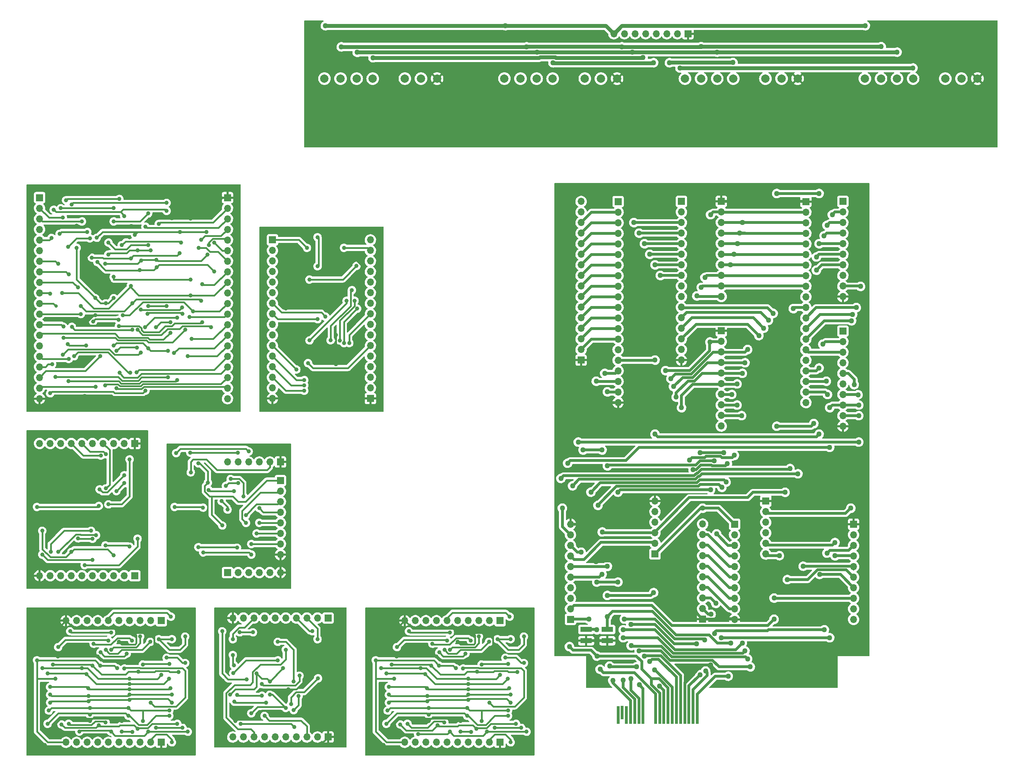
<source format=gbr>
%TF.GenerationSoftware,KiCad,Pcbnew,(6.0.1)*%
%TF.CreationDate,2022-03-04T09:28:36+02:00*%
%TF.ProjectId,SNES Device,534e4553-2044-4657-9669-63652e6b6963,0.6*%
%TF.SameCoordinates,Original*%
%TF.FileFunction,Copper,L2,Bot*%
%TF.FilePolarity,Positive*%
%FSLAX46Y46*%
G04 Gerber Fmt 4.6, Leading zero omitted, Abs format (unit mm)*
G04 Created by KiCad (PCBNEW (6.0.1)) date 2022-03-04 09:28:36*
%MOMM*%
%LPD*%
G01*
G04 APERTURE LIST*
%TA.AperFunction,ComponentPad*%
%ADD10R,1.700000X1.700000*%
%TD*%
%TA.AperFunction,ComponentPad*%
%ADD11O,1.700000X1.700000*%
%TD*%
%TA.AperFunction,ComponentPad*%
%ADD12C,2.000000*%
%TD*%
%TA.AperFunction,SMDPad,CuDef*%
%ADD13R,2.830000X1.220000*%
%TD*%
%TA.AperFunction,ConnectorPad*%
%ADD14R,0.700000X4.300000*%
%TD*%
%TA.AperFunction,ConnectorPad*%
%ADD15R,0.700000X3.200000*%
%TD*%
%TA.AperFunction,ViaPad*%
%ADD16C,0.800000*%
%TD*%
%TA.AperFunction,ViaPad*%
%ADD17C,1.000000*%
%TD*%
%TA.AperFunction,ViaPad*%
%ADD18C,1.270000*%
%TD*%
%TA.AperFunction,Conductor*%
%ADD19C,0.450000*%
%TD*%
%TA.AperFunction,Conductor*%
%ADD20C,0.635000*%
%TD*%
%TA.AperFunction,Conductor*%
%ADD21C,0.953000*%
%TD*%
G04 APERTURE END LIST*
D10*
%TO.P,J27,1,Pin_1*%
%TO.N,/SNES Controller Device/Left GND*%
X97790000Y-108585000D03*
D11*
%TO.P,J27,2,Pin_2*%
%TO.N,/SNES Controller Device/Select Out 11*%
X97790000Y-106045000D03*
%TO.P,J27,3,Pin_3*%
%TO.N,/SNES Controller Device/Select Out 10*%
X97790000Y-103505000D03*
%TO.P,J27,4,Pin_4*%
%TO.N,/SNES Controller Device/Select Out 9*%
X97790000Y-100965000D03*
%TO.P,J27,5,Pin_5*%
%TO.N,/SNES Controller Device/Select Out 8*%
X97790000Y-98425000D03*
%TO.P,J27,6,Pin_6*%
%TO.N,/SNES Controller Device/Select Out 7*%
X97790000Y-95885000D03*
%TO.P,J27,7,Pin_7*%
%TO.N,/SNES Controller Device/Select Out 6*%
X97790000Y-93345000D03*
%TO.P,J27,8,Pin_8*%
%TO.N,/SNES Controller Device/Select Out 5*%
X97790000Y-90805000D03*
%TO.P,J27,9,Pin_9*%
%TO.N,/SNES Controller Device/Select Out 4*%
X97790000Y-88265000D03*
%TO.P,J27,10,Pin_10*%
%TO.N,/SNES Controller Device/Select Out 3*%
X97790000Y-85725000D03*
%TO.P,J27,11,Pin_11*%
%TO.N,/SNES Controller Device/Select Out 2*%
X97790000Y-83185000D03*
%TO.P,J27,12,Pin_12*%
%TO.N,/SNES Controller Device/Select Out 1*%
X97790000Y-80645000D03*
%TO.P,J27,13,Pin_13*%
%TO.N,/SNES Controller Device/Select Out 0*%
X97790000Y-78105000D03*
%TO.P,J27,14,Pin_14*%
%TO.N,/SNES Controller Device/~{P=Q} Out*%
X97790000Y-75565000D03*
%TO.P,J27,15,Pin_15*%
%TO.N,/SNES Controller Device/Selected*%
X97790000Y-73025000D03*
%TO.P,J27,16,Pin_16*%
%TO.N,/SNES Controller Device/Left 3.3V*%
X97790000Y-70485000D03*
%TD*%
D10*
%TO.P,J25,1,Pin_1*%
%TO.N,/SNES Controller Device/Left 5V*%
X74295000Y-70485000D03*
D11*
%TO.P,J25,2,Pin_2*%
%TO.N,unconnected-(J25-Pad2)*%
X74295000Y-73025000D03*
%TO.P,J25,3,Pin_3*%
%TO.N,/SNES Controller Device/Device Selector/DEVICE_IDENTIFIER0*%
X74295000Y-75565000D03*
%TO.P,J25,4,Pin_4*%
%TO.N,/SNES Controller Device/Device Selector/DEVICE_IDENTIFIER1*%
X74295000Y-78105000D03*
%TO.P,J25,5,Pin_5*%
%TO.N,/SNES Controller Device/Device Selector/DEVICE_IDENTIFIER2*%
X74295000Y-80645000D03*
%TO.P,J25,6,Pin_6*%
%TO.N,/SNES Controller Device/Device Selector/DEVICE_IDENTIFIER3*%
X74295000Y-83185000D03*
%TO.P,J25,7,Pin_7*%
%TO.N,/SNES Controller Device/Device Selector/DEVICE_IDENTIFIER4*%
X74295000Y-85725000D03*
%TO.P,J25,8,Pin_8*%
%TO.N,/SNES Controller Device/Device Selector/DEVICE_IDENTIFIER5*%
X74295000Y-88265000D03*
%TO.P,J25,9,Pin_9*%
%TO.N,unconnected-(J25-Pad9)*%
X74295000Y-90805000D03*
%TO.P,J25,10,Pin_10*%
%TO.N,unconnected-(J25-Pad10)*%
X74295000Y-93345000D03*
%TO.P,J25,11,Pin_11*%
%TO.N,/SNES Controller Device/Device Selector/DEVICE_ADDRESS0*%
X74295000Y-95885000D03*
%TO.P,J25,12,Pin_12*%
%TO.N,/SNES Controller Device/Device Selector/DEVICE_ADDRESS1*%
X74295000Y-98425000D03*
%TO.P,J25,13,Pin_13*%
%TO.N,/SNES Controller Device/Device Selector/DEVICE_ADDRESS2*%
X74295000Y-100965000D03*
%TO.P,J25,14,Pin_14*%
%TO.N,/SNES Controller Device/Device Selector/DEVICE_ADDRESS3*%
X74295000Y-103505000D03*
%TO.P,J25,15,Pin_15*%
%TO.N,unconnected-(J25-Pad15)*%
X74295000Y-106045000D03*
%TO.P,J25,16,Pin_16*%
%TO.N,/SNES Controller Device/Left GND*%
X74295000Y-108585000D03*
%TD*%
D10*
%TO.P,J11,1,Pin_1*%
%TO.N,/GND*%
X213726435Y-138753565D03*
D11*
%TO.P,J11,2,Pin_2*%
%TO.N,unconnected-(J11-Pad2)*%
X213726435Y-141293565D03*
%TO.P,J11,3,Pin_3*%
%TO.N,/SNES Controller Board/COUNTER_VALUE9*%
X213726435Y-143833565D03*
%TO.P,J11,4,Pin_4*%
%TO.N,/SNES Controller Board/COUNTER_VALUE8*%
X213726435Y-146373565D03*
%TO.P,J11,5,Pin_5*%
%TO.N,/SNES Controller Board/Controller Clock*%
X213726435Y-148913565D03*
%TO.P,J11,6,Pin_6*%
%TO.N,/SNES Controller Board/Controller Latch*%
X213726435Y-151453565D03*
%TO.P,J11,7,Pin_7*%
%TO.N,/SNES Controller Board/~{Done Shifting}*%
X213726435Y-153993565D03*
%TO.P,J11,8,Pin_8*%
%TO.N,/SNES Controller Board/Pre-Clock*%
X213726435Y-156533565D03*
%TO.P,J11,9,Pin_9*%
%TO.N,unconnected-(J11-Pad9)*%
X213726435Y-159073565D03*
%TO.P,J11,10,Pin_10*%
%TO.N,/3.3V*%
X213726435Y-161613565D03*
%TD*%
D10*
%TO.P,J16,1,Pin_1*%
%TO.N,/SNES Controller Board/COUNTER_VALUE0*%
X145781435Y-161613565D03*
D11*
%TO.P,J16,2,Pin_2*%
%TO.N,/SNES Controller Board/Pre-Clock*%
X145781435Y-159073565D03*
%TO.P,J16,3,Pin_3*%
%TO.N,/SNES Controller Board/~{Reset}*%
X145781435Y-156533565D03*
%TO.P,J16,4,Pin_4*%
%TO.N,/SNES Controller Board/Counter Reset*%
X145781435Y-153993565D03*
%TO.P,J16,5,Pin_5*%
%TO.N,/SNES Controller Board/Controller Latch*%
X145781435Y-151453565D03*
%TO.P,J16,6,Pin_6*%
%TO.N,/SNES Controller Board/COUNTER_VALUE1*%
X145781435Y-148913565D03*
%TO.P,J16,7,Pin_7*%
%TO.N,/SNES Controller Board/Controller Clock*%
X145781435Y-146373565D03*
%TO.P,J16,8,Pin_8*%
%TO.N,/SNES Controller Board/~{Shift Reset}*%
X145781435Y-143833565D03*
%TO.P,J16,9,Pin_9*%
%TO.N,/SNES Controller Board/Shift Clock*%
X145781435Y-141293565D03*
%TO.P,J16,10,Pin_10*%
%TO.N,/GND*%
X145781435Y-138753565D03*
%TD*%
D12*
%TO.P,J31,1,Pin_1*%
%TO.N,/SNES Ports/GND*%
X113783000Y-31751000D03*
%TO.P,J31,2,Pin_2*%
%TO.N,unconnected-(J31-Pad2)*%
X109923000Y-31751000D03*
%TO.P,J31,3,Pin_3*%
%TO.N,unconnected-(J31-Pad3)*%
X106063000Y-31751000D03*
%TO.P,J31,4,Pin_4*%
%TO.N,/SNES Ports/Data A*%
X98343000Y-31751000D03*
%TO.P,J31,5,Pin_5*%
%TO.N,/SNES Ports/Latch*%
X94483000Y-31751000D03*
%TO.P,J31,6,Pin_6*%
%TO.N,/SNES Ports/Clock*%
X90623000Y-31751000D03*
%TO.P,J31,7,Pin_7*%
%TO.N,/SNES Ports/5V*%
X86763000Y-31751000D03*
%TD*%
%TO.P,J35,1,Pin_1*%
%TO.N,/SNES Ports/GND*%
X243450000Y-31751000D03*
%TO.P,J35,2,Pin_2*%
%TO.N,unconnected-(J35-Pad2)*%
X239590000Y-31751000D03*
%TO.P,J35,3,Pin_3*%
%TO.N,unconnected-(J35-Pad3)*%
X235730000Y-31751000D03*
%TO.P,J35,4,Pin_4*%
%TO.N,/SNES Ports/Data D*%
X228010000Y-31751000D03*
%TO.P,J35,5,Pin_5*%
%TO.N,/SNES Ports/Latch*%
X224150000Y-31751000D03*
%TO.P,J35,6,Pin_6*%
%TO.N,/SNES Ports/Clock*%
X220290000Y-31751000D03*
%TO.P,J35,7,Pin_7*%
%TO.N,/SNES Ports/5V*%
X216430000Y-31751000D03*
%TD*%
D10*
%TO.P,J15,1,Pin_1*%
%TO.N,/SNES Controller Board/SNES Controller Translation/5V*%
X76200000Y-128285000D03*
D11*
%TO.P,J15,2,Pin_2*%
%TO.N,Net-(IC20-Pad12)*%
X76200000Y-130825000D03*
%TO.P,J15,3,Pin_3*%
%TO.N,Net-(IC20-Pad13)*%
X76200000Y-133365000D03*
%TO.P,J15,4,Pin_4*%
%TO.N,Net-(IC19-Pad13)*%
X76200000Y-135905000D03*
%TO.P,J15,5,Pin_5*%
%TO.N,Net-(IC19-Pad12)*%
X76200000Y-138445000D03*
%TO.P,J15,6,Pin_6*%
%TO.N,Net-(IC19-Pad11)*%
X76200000Y-140985000D03*
%TO.P,J15,7,Pin_7*%
%TO.N,Net-(IC19-Pad10)*%
X76200000Y-143525000D03*
%TO.P,J15,8,Pin_8*%
%TO.N,/SNES Controller Board/SNES Controller Translation/GND*%
X76200000Y-146065000D03*
%TD*%
D10*
%TO.P,J22,1,Pin_1*%
%TO.N,/SNES Controller Board/SNES Controller Translation/GND*%
X76200000Y-123825000D03*
D11*
%TO.P,J22,2,Pin_2*%
%TO.N,/SNES Controller Board/SNES Controller Translation/Controller D Data*%
X73660000Y-123825000D03*
%TO.P,J22,3,Pin_3*%
%TO.N,/SNES Controller Board/SNES Controller Translation/Controller C Data*%
X71120000Y-123825000D03*
%TO.P,J22,4,Pin_4*%
%TO.N,/SNES Controller Board/SNES Controller Translation/Controller B Data*%
X68580000Y-123825000D03*
%TO.P,J22,5,Pin_5*%
%TO.N,/SNES Controller Board/SNES Controller Translation/Controller A Data*%
X66040000Y-123825000D03*
%TO.P,J22,6,Pin_6*%
%TO.N,/SNES Controller Board/SNES Controller Translation/3.3V*%
X63500000Y-123825000D03*
%TD*%
D10*
%TO.P,J26,1,Pin_1*%
%TO.N,/SNES Controller Device/Right GND*%
X63500000Y-60330000D03*
D11*
%TO.P,J26,2,Pin_2*%
%TO.N,/SNES Controller Device/SNES Device Selector/Data7*%
X63500000Y-62870000D03*
%TO.P,J26,3,Pin_3*%
%TO.N,/SNES Controller Device/SNES Device Selector/Data6*%
X63500000Y-65410000D03*
%TO.P,J26,4,Pin_4*%
%TO.N,/SNES Controller Device/SNES Device Selector/Data5*%
X63500000Y-67950000D03*
%TO.P,J26,5,Pin_5*%
%TO.N,/SNES Controller Device/SNES Device Selector/Data4*%
X63500000Y-70490000D03*
%TO.P,J26,6,Pin_6*%
%TO.N,/SNES Controller Device/SNES Device Selector/Data3*%
X63500000Y-73030000D03*
%TO.P,J26,7,Pin_7*%
%TO.N,/SNES Controller Device/SNES Device Selector/Data2*%
X63500000Y-75570000D03*
%TO.P,J26,8,Pin_8*%
%TO.N,/SNES Controller Device/SNES Device Selector/Data1*%
X63500000Y-78110000D03*
%TO.P,J26,9,Pin_9*%
%TO.N,/SNES Controller Device/SNES Device Selector/Data0*%
X63500000Y-80650000D03*
%TO.P,J26,10,Pin_10*%
%TO.N,unconnected-(J26-Pad10)*%
X63500000Y-83190000D03*
%TO.P,J26,11,Pin_11*%
%TO.N,/SNES Controller Device/SNES Device Selector/Counter Reset*%
X63500000Y-85730000D03*
%TO.P,J26,12,Pin_12*%
%TO.N,/SNES Controller Device/SNES Device Selector/Controller D ~{OE} High Byte*%
X63500000Y-88270000D03*
%TO.P,J26,13,Pin_13*%
%TO.N,/SNES Controller Device/SNES Device Selector/Controller D ~{OE} Low Byte*%
X63500000Y-90810000D03*
%TO.P,J26,14,Pin_14*%
%TO.N,/SNES Controller Device/SNES Device Selector/Controller C ~{OE} High Byte*%
X63500000Y-93350000D03*
%TO.P,J26,15,Pin_15*%
%TO.N,/SNES Controller Device/SNES Device Selector/Controller C ~{OE} Low Byte*%
X63500000Y-95890000D03*
%TO.P,J26,16,Pin_16*%
%TO.N,/SNES Controller Device/SNES Device Selector/Controller B ~{OE} High Byte*%
X63500000Y-98430000D03*
%TO.P,J26,17,Pin_17*%
%TO.N,/SNES Controller Device/SNES Device Selector/Controller B ~{OE} Low Byte*%
X63500000Y-100970000D03*
%TO.P,J26,18,Pin_18*%
%TO.N,/SNES Controller Device/SNES Device Selector/Controller A ~{OE} High Byte*%
X63500000Y-103510000D03*
%TO.P,J26,19,Pin_19*%
%TO.N,/SNES Controller Device/SNES Device Selector/Controller A ~{OE} Low Byte*%
X63500000Y-106050000D03*
%TO.P,J26,20,Pin_20*%
%TO.N,/SNES Controller Device/Right 3.3V*%
X63500000Y-108590000D03*
%TD*%
D10*
%TO.P,J29,1,Pin_1*%
%TO.N,unconnected-(J29-Pad1)*%
X18415000Y-60330000D03*
D11*
%TO.P,J29,2,Pin_2*%
%TO.N,/SNES Controller Device/~{P=Q} In*%
X18415000Y-62870000D03*
%TO.P,J29,3,Pin_3*%
%TO.N,/SNES Controller Device/Select In 0*%
X18415000Y-65410000D03*
%TO.P,J29,4,Pin_4*%
%TO.N,/SNES Controller Device/Select In 1*%
X18415000Y-67950000D03*
%TO.P,J29,5,Pin_5*%
%TO.N,/SNES Controller Device/Select In 2*%
X18415000Y-70490000D03*
%TO.P,J29,6,Pin_6*%
%TO.N,/SNES Controller Device/Select In 3*%
X18415000Y-73030000D03*
%TO.P,J29,7,Pin_7*%
%TO.N,/SNES Controller Device/Select In 4*%
X18415000Y-75570000D03*
%TO.P,J29,8,Pin_8*%
%TO.N,/SNES Controller Device/Select In 5*%
X18415000Y-78110000D03*
%TO.P,J29,9,Pin_9*%
%TO.N,/SNES Controller Device/Select In 6*%
X18415000Y-80650000D03*
%TO.P,J29,10,Pin_10*%
%TO.N,/SNES Controller Device/Select In 7*%
X18415000Y-83190000D03*
%TO.P,J29,11,Pin_11*%
%TO.N,/SNES Controller Device/Select In 8*%
X18415000Y-85730000D03*
%TO.P,J29,12,Pin_12*%
%TO.N,/SNES Controller Device/Select In 9*%
X18415000Y-88270000D03*
%TO.P,J29,13,Pin_13*%
%TO.N,/SNES Controller Device/Select In 10*%
X18415000Y-90810000D03*
%TO.P,J29,14,Pin_14*%
%TO.N,/SNES Controller Device/Select In 11*%
X18415000Y-93350000D03*
%TO.P,J29,15,Pin_15*%
%TO.N,unconnected-(J29-Pad15)*%
X18415000Y-95890000D03*
%TO.P,J29,16,Pin_16*%
%TO.N,/SNES Controller Device/~{Latch Reset}*%
X18415000Y-98430000D03*
%TO.P,J29,17,Pin_17*%
%TO.N,/SNES Controller Device/~{Reset}*%
X18415000Y-100970000D03*
%TO.P,J29,18,Pin_18*%
%TO.N,/SNES Controller Device/Channel RWB*%
X18415000Y-103510000D03*
%TO.P,J29,19,Pin_19*%
%TO.N,/SNES Controller Device/Channel ~{RWB}*%
X18415000Y-106050000D03*
%TO.P,J29,20,Pin_20*%
%TO.N,/SNES Controller Device/Right GND*%
X18415000Y-108590000D03*
%TD*%
D10*
%TO.P,J8,1,Pin_1*%
%TO.N,unconnected-(J8-Pad1)*%
X128900000Y-161925000D03*
D11*
%TO.P,J8,2,Pin_2*%
%TO.N,/SNES Controller Board/SNES Controller Shift Register/Controller A Data*%
X126360000Y-161925000D03*
%TO.P,J8,3,Pin_3*%
%TO.N,/SNES Controller Board/SNES Controller Shift Register/Controller A ~{OE} Low Byte*%
X123820000Y-161925000D03*
%TO.P,J8,4,Pin_4*%
%TO.N,/SNES Controller Board/SNES Controller Shift Register/Controller A ~{OE} High Byte*%
X121280000Y-161925000D03*
%TO.P,J8,5,Pin_5*%
%TO.N,/SNES Controller Board/SNES Controller Shift Register/Controller B Data*%
X118740000Y-161925000D03*
%TO.P,J8,6,Pin_6*%
%TO.N,/SNES Controller Board/SNES Controller Shift Register/Controller B ~{OE} Low Byte*%
X116200000Y-161925000D03*
%TO.P,J8,7,Pin_7*%
%TO.N,/SNES Controller Board/SNES Controller Shift Register/Controller B ~{OE} High Byte*%
X113660000Y-161925000D03*
%TO.P,J8,8,Pin_8*%
%TO.N,/SNES Controller Board/SNES Controller Shift Register/Shift Clock*%
X111120000Y-161925000D03*
%TO.P,J8,9,Pin_9*%
%TO.N,/SNES Controller Board/SNES Controller Shift Register/~{Shift Reset}*%
X108580000Y-161925000D03*
%TO.P,J8,10,Pin_10*%
%TO.N,/SNES Controller Board/SNES Controller Shift Register/GND*%
X106040000Y-161925000D03*
%TD*%
D10*
%TO.P,J13,1,Pin_1*%
%TO.N,/SNES Controller Board/Timing GND*%
X87625000Y-189865000D03*
D11*
%TO.P,J13,2,Pin_2*%
%TO.N,unconnected-(J13-Pad2)*%
X85085000Y-189865000D03*
%TO.P,J13,3,Pin_3*%
%TO.N,/SNES Controller Board/COUNTER_IN9*%
X82545000Y-189865000D03*
%TO.P,J13,4,Pin_4*%
%TO.N,/SNES Controller Board/COUNTER_IN8*%
X80005000Y-189865000D03*
%TO.P,J13,5,Pin_5*%
%TO.N,/SNES Controller Board/J5_5*%
X77465000Y-189865000D03*
%TO.P,J13,6,Pin_6*%
%TO.N,/SNES Controller Board/J5_6*%
X74925000Y-189865000D03*
%TO.P,J13,7,Pin_7*%
%TO.N,/SNES Controller Board/J5_7*%
X72385000Y-189865000D03*
%TO.P,J13,8,Pin_8*%
%TO.N,/SNES Controller Board/COUNTER_IN3*%
X69845000Y-189865000D03*
%TO.P,J13,9,Pin_9*%
%TO.N,unconnected-(J13-Pad9)*%
X67305000Y-189865000D03*
%TO.P,J13,10,Pin_10*%
%TO.N,/SNES Controller Board/Timing 3.3V*%
X64765000Y-189865000D03*
%TD*%
D10*
%TO.P,J1,1,Pin_1*%
%TO.N,unconnected-(J1-Pad1)*%
X47620000Y-161925000D03*
D11*
%TO.P,J1,2,Pin_2*%
%TO.N,/SNES Controller Board/SNES Controller Shift Register1/Controller A Data*%
X45080000Y-161925000D03*
%TO.P,J1,3,Pin_3*%
%TO.N,/SNES Controller Board/SNES Controller Shift Register1/Controller A ~{OE} Low Byte*%
X42540000Y-161925000D03*
%TO.P,J1,4,Pin_4*%
%TO.N,/SNES Controller Board/SNES Controller Shift Register1/Controller A ~{OE} High Byte*%
X40000000Y-161925000D03*
%TO.P,J1,5,Pin_5*%
%TO.N,/SNES Controller Board/SNES Controller Shift Register1/Controller B Data*%
X37460000Y-161925000D03*
%TO.P,J1,6,Pin_6*%
%TO.N,/SNES Controller Board/SNES Controller Shift Register1/Controller B ~{OE} Low Byte*%
X34920000Y-161925000D03*
%TO.P,J1,7,Pin_7*%
%TO.N,/SNES Controller Board/SNES Controller Shift Register1/Controller B ~{OE} High Byte*%
X32380000Y-161925000D03*
%TO.P,J1,8,Pin_8*%
%TO.N,/SNES Controller Board/SNES Controller Shift Register1/Shift Clock*%
X29840000Y-161925000D03*
%TO.P,J1,9,Pin_9*%
%TO.N,/SNES Controller Board/SNES Controller Shift Register1/~{Shift Reset}*%
X27300000Y-161925000D03*
%TO.P,J1,10,Pin_10*%
%TO.N,/SNES Controller Board/SNES Controller Shift Register1/GND*%
X24760000Y-161925000D03*
%TD*%
D10*
%TO.P,J6,1,Pin_1*%
%TO.N,/SNES Controller Board/SNES Controller Shift Register1/GND*%
X47620000Y-191135000D03*
D11*
%TO.P,J6,2,Pin_2*%
%TO.N,/SNES Controller Board/SNES Controller Shift Register1/SHIFT_OUT7*%
X45080000Y-191135000D03*
%TO.P,J6,3,Pin_3*%
%TO.N,/SNES Controller Board/SNES Controller Shift Register1/SHIFT_OUT6*%
X42540000Y-191135000D03*
%TO.P,J6,4,Pin_4*%
%TO.N,/SNES Controller Board/SNES Controller Shift Register1/SHIFT_OUT5*%
X40000000Y-191135000D03*
%TO.P,J6,5,Pin_5*%
%TO.N,/SNES Controller Board/SNES Controller Shift Register1/SHIFT_OUT4*%
X37460000Y-191135000D03*
%TO.P,J6,6,Pin_6*%
%TO.N,/SNES Controller Board/SNES Controller Shift Register1/SHIFT_OUT3*%
X34920000Y-191135000D03*
%TO.P,J6,7,Pin_7*%
%TO.N,/SNES Controller Board/SNES Controller Shift Register1/SHIFT_OUT2*%
X32380000Y-191135000D03*
%TO.P,J6,8,Pin_8*%
%TO.N,/SNES Controller Board/SNES Controller Shift Register1/SHIFT_OUT1*%
X29840000Y-191135000D03*
%TO.P,J6,9,Pin_9*%
%TO.N,/SNES Controller Board/SNES Controller Shift Register1/SHIFT_OUT0*%
X27300000Y-191135000D03*
%TO.P,J6,10,Pin_10*%
%TO.N,/SNES Controller Board/SNES Controller Shift Register1/3.3V*%
X24760000Y-191135000D03*
%TD*%
D10*
%TO.P,J17,1,Pin_1*%
%TO.N,/GND*%
X177506435Y-161583565D03*
D11*
%TO.P,J17,2,Pin_2*%
%TO.N,/SNES Controller Board/COUNTER_VALUE9*%
X177506435Y-159043565D03*
%TO.P,J17,3,Pin_3*%
%TO.N,/SNES Controller Board/COUNTER_VALUE8*%
X177506435Y-156503565D03*
%TO.P,J17,4,Pin_4*%
%TO.N,/SNES Controller Board/COUNTER_VALUE7*%
X177506435Y-153963565D03*
%TO.P,J17,5,Pin_5*%
%TO.N,/SNES Controller Board/COUNTER_VALUE6*%
X177506435Y-151423565D03*
%TO.P,J17,6,Pin_6*%
%TO.N,/SNES Controller Board/COUNTER_VALUE5*%
X177506435Y-148883565D03*
%TO.P,J17,7,Pin_7*%
%TO.N,/SNES Controller Board/COUNTER_VALUE4*%
X177506435Y-146343565D03*
%TO.P,J17,8,Pin_8*%
%TO.N,/SNES Controller Board/COUNTER_VALUE3*%
X177506435Y-143803565D03*
%TO.P,J17,9,Pin_9*%
%TO.N,/SNES Controller Board/COUNTER_VALUE2*%
X177506435Y-141263565D03*
%TO.P,J17,10,Pin_10*%
%TO.N,/3.3V*%
X177506435Y-138723565D03*
%TD*%
D10*
%TO.P,J10,1,Pin_1*%
%TO.N,/5V*%
X185151435Y-138753565D03*
D11*
%TO.P,J10,2,Pin_2*%
%TO.N,/SNES Controller Board/COUNTER_VALUE0*%
X185151435Y-141293565D03*
%TO.P,J10,3,Pin_3*%
%TO.N,/SNES Controller Board/COUNTER_VALUE1*%
X185151435Y-143833565D03*
%TO.P,J10,4,Pin_4*%
%TO.N,/SNES Controller Board/COUNTER_VALUE2*%
X185151435Y-146373565D03*
%TO.P,J10,5,Pin_5*%
%TO.N,/SNES Controller Board/COUNTER_VALUE3*%
X185151435Y-148913565D03*
%TO.P,J10,6,Pin_6*%
%TO.N,/SNES Controller Board/COUNTER_VALUE4*%
X185151435Y-151453565D03*
%TO.P,J10,7,Pin_7*%
%TO.N,/SNES Controller Board/COUNTER_VALUE5*%
X185151435Y-153993565D03*
%TO.P,J10,8,Pin_8*%
%TO.N,/SNES Controller Board/COUNTER_VALUE6*%
X185151435Y-156533565D03*
%TO.P,J10,9,Pin_9*%
%TO.N,/SNES Controller Board/COUNTER_VALUE7*%
X185151435Y-159073565D03*
%TO.P,J10,10,Pin_10*%
%TO.N,/GND*%
X185151435Y-161613565D03*
%TD*%
D12*
%TO.P,J33,1,Pin_1*%
%TO.N,/SNES Ports/GND*%
X156963000Y-31751000D03*
%TO.P,J33,2,Pin_2*%
%TO.N,unconnected-(J33-Pad2)*%
X153103000Y-31751000D03*
%TO.P,J33,3,Pin_3*%
%TO.N,unconnected-(J33-Pad3)*%
X149243000Y-31751000D03*
%TO.P,J33,4,Pin_4*%
%TO.N,/SNES Ports/Data B*%
X141523000Y-31751000D03*
%TO.P,J33,5,Pin_5*%
%TO.N,/SNES Ports/Latch*%
X137663000Y-31751000D03*
%TO.P,J33,6,Pin_6*%
%TO.N,/SNES Ports/Clock*%
X133803000Y-31751000D03*
%TO.P,J33,7,Pin_7*%
%TO.N,/SNES Ports/5V*%
X129943000Y-31751000D03*
%TD*%
D10*
%TO.P,J32,1,Pin_1*%
%TO.N,/SNES Ports/GND*%
X173975000Y-20960000D03*
D11*
%TO.P,J32,2,Pin_2*%
%TO.N,/SNES Ports/Data D*%
X171435000Y-20960000D03*
%TO.P,J32,3,Pin_3*%
%TO.N,/SNES Ports/Data C*%
X168895000Y-20960000D03*
%TO.P,J32,4,Pin_4*%
%TO.N,/SNES Ports/Data B*%
X166355000Y-20960000D03*
%TO.P,J32,5,Pin_5*%
%TO.N,/SNES Ports/Data A*%
X163815000Y-20960000D03*
%TO.P,J32,6,Pin_6*%
%TO.N,/SNES Ports/Latch*%
X161275000Y-20960000D03*
%TO.P,J32,7,Pin_7*%
%TO.N,/SNES Ports/Clock*%
X158735000Y-20960000D03*
%TO.P,J32,8,Pin_8*%
%TO.N,/SNES Ports/5V*%
X156195000Y-20960000D03*
%TD*%
D10*
%TO.P,J7,1,Pin_1*%
%TO.N,/SNES Controller Board/Timing 5V*%
X87625000Y-161290000D03*
D11*
%TO.P,J7,2,Pin_2*%
%TO.N,/SNES Controller Board/COUNTER_IN0*%
X85085000Y-161290000D03*
%TO.P,J7,3,Pin_3*%
%TO.N,/SNES Controller Board/COUNTER_IN1*%
X82545000Y-161290000D03*
%TO.P,J7,4,Pin_4*%
%TO.N,/SNES Controller Board/COUNTER_IN2*%
X80005000Y-161290000D03*
%TO.P,J7,5,Pin_5*%
%TO.N,/SNES Controller Board/COUNTER_IN3*%
X77465000Y-161290000D03*
%TO.P,J7,6,Pin_6*%
%TO.N,/SNES Controller Board/COUNTER_IN4*%
X74925000Y-161290000D03*
%TO.P,J7,7,Pin_7*%
%TO.N,/SNES Controller Board/COUNTER_IN5*%
X72385000Y-161290000D03*
%TO.P,J7,8,Pin_8*%
%TO.N,/SNES Controller Board/COUNTER_IN6*%
X69845000Y-161290000D03*
%TO.P,J7,9,Pin_9*%
%TO.N,/SNES Controller Board/COUNTER_IN7*%
X67305000Y-161290000D03*
%TO.P,J7,10,Pin_10*%
%TO.N,/SNES Controller Board/Timing GND*%
X64765000Y-161290000D03*
%TD*%
D10*
%TO.P,J24,1,Pin_1*%
%TO.N,unconnected-(J24-Pad1)*%
X157211435Y-61283565D03*
D11*
%TO.P,J24,2,Pin_2*%
%TO.N,Net-(J24-Pad2)*%
X157211435Y-63823565D03*
%TO.P,J24,3,Pin_3*%
%TO.N,Net-(J24-Pad3)*%
X157211435Y-66363565D03*
%TO.P,J24,4,Pin_4*%
%TO.N,Net-(J24-Pad4)*%
X157211435Y-68903565D03*
%TO.P,J24,5,Pin_5*%
%TO.N,Net-(J24-Pad5)*%
X157211435Y-71443565D03*
%TO.P,J24,6,Pin_6*%
%TO.N,Net-(J24-Pad6)*%
X157211435Y-73983565D03*
%TO.P,J24,7,Pin_7*%
%TO.N,Net-(J24-Pad7)*%
X157211435Y-76523565D03*
%TO.P,J24,8,Pin_8*%
%TO.N,Net-(J24-Pad8)*%
X157211435Y-79063565D03*
%TO.P,J24,9,Pin_9*%
%TO.N,Net-(J24-Pad9)*%
X157211435Y-81603565D03*
%TO.P,J24,10,Pin_10*%
%TO.N,Net-(J24-Pad10)*%
X157211435Y-84143565D03*
%TO.P,J24,11,Pin_11*%
%TO.N,Net-(J24-Pad11)*%
X157211435Y-86683565D03*
%TO.P,J24,12,Pin_12*%
%TO.N,Net-(J24-Pad12)*%
X157211435Y-89223565D03*
%TO.P,J24,13,Pin_13*%
%TO.N,Net-(J24-Pad13)*%
X157211435Y-91763565D03*
%TO.P,J24,14,Pin_14*%
%TO.N,Net-(J24-Pad14)*%
X157211435Y-94303565D03*
%TO.P,J24,15,Pin_15*%
%TO.N,unconnected-(J24-Pad15)*%
X157211435Y-96843565D03*
%TO.P,J24,16,Pin_16*%
%TO.N,/SNES Controller Board/~{Done Shifting}*%
X157211435Y-99383565D03*
%TO.P,J24,17,Pin_17*%
%TO.N,/SNES Controller Board/~{Reset}*%
X157211435Y-101923565D03*
%TO.P,J24,18,Pin_18*%
%TO.N,/SNES Controller Device/Device Channel RWB*%
X157211435Y-104463565D03*
%TO.P,J24,19,Pin_19*%
%TO.N,/SNES Controller Device/Device Channel ~{RWB}*%
X157211435Y-107003565D03*
%TO.P,J24,20,Pin_20*%
%TO.N,/GND*%
X157211435Y-109543565D03*
%TD*%
D10*
%TO.P,J4,1,Pin_1*%
%TO.N,/SNES Controller Board/COUNTER_OUT0*%
X41275000Y-151130000D03*
D11*
%TO.P,J4,2,Pin_2*%
%TO.N,/SNES Controller Board/SNES Controller Counter/Pre-Clock*%
X38735000Y-151130000D03*
%TO.P,J4,3,Pin_3*%
%TO.N,/SNES Controller Board/SNES Controller Counter/~{Reset}*%
X36195000Y-151130000D03*
%TO.P,J4,4,Pin_4*%
%TO.N,/SNES Controller Board/SNES Controller Counter/Counter Reset*%
X33655000Y-151130000D03*
%TO.P,J4,5,Pin_5*%
%TO.N,/SNES Controller Board/SNES Controller Counter/Controller Latch*%
X31115000Y-151130000D03*
%TO.P,J4,6,Pin_6*%
%TO.N,/SNES Controller Board/COUNTER_OUT1*%
X28575000Y-151130000D03*
%TO.P,J4,7,Pin_7*%
%TO.N,/SNES Controller Board/SNES Controller Counter/Controller Clock*%
X26035000Y-151130000D03*
%TO.P,J4,8,Pin_8*%
%TO.N,/SNES Controller Board/SNES Controller Counter/~{Shift Reset}*%
X23495000Y-151130000D03*
%TO.P,J4,9,Pin_9*%
%TO.N,/SNES Controller Board/SNES Controller Counter/Shift Clock*%
X20955000Y-151130000D03*
%TO.P,J4,10,Pin_10*%
%TO.N,/SNES Controller Board/Counter GND*%
X18415000Y-151130000D03*
%TD*%
D12*
%TO.P,J34,1,Pin_1*%
%TO.N,/SNES Ports/GND*%
X200302000Y-31750000D03*
%TO.P,J34,2,Pin_2*%
%TO.N,unconnected-(J34-Pad2)*%
X196442000Y-31750000D03*
%TO.P,J34,3,Pin_3*%
%TO.N,unconnected-(J34-Pad3)*%
X192582000Y-31750000D03*
%TO.P,J34,4,Pin_4*%
%TO.N,/SNES Ports/Data C*%
X184862000Y-31750000D03*
%TO.P,J34,5,Pin_5*%
%TO.N,/SNES Ports/Latch*%
X181002000Y-31750000D03*
%TO.P,J34,6,Pin_6*%
%TO.N,/SNES Ports/Clock*%
X177142000Y-31750000D03*
%TO.P,J34,7,Pin_7*%
%TO.N,/SNES Ports/5V*%
X173282000Y-31750000D03*
%TD*%
D10*
%TO.P,J30,1,Pin_1*%
%TO.N,/GND*%
X202271435Y-61283565D03*
D11*
%TO.P,J30,2,Pin_2*%
%TO.N,/Data7*%
X202271435Y-63823565D03*
%TO.P,J30,3,Pin_3*%
%TO.N,/Data6*%
X202271435Y-66363565D03*
%TO.P,J30,4,Pin_4*%
%TO.N,/Data5*%
X202271435Y-68903565D03*
%TO.P,J30,5,Pin_5*%
%TO.N,/Data4*%
X202271435Y-71443565D03*
%TO.P,J30,6,Pin_6*%
%TO.N,/Data3*%
X202271435Y-73983565D03*
%TO.P,J30,7,Pin_7*%
%TO.N,/Data2*%
X202271435Y-76523565D03*
%TO.P,J30,8,Pin_8*%
%TO.N,/Data1*%
X202271435Y-79063565D03*
%TO.P,J30,9,Pin_9*%
%TO.N,/Data0*%
X202271435Y-81603565D03*
%TO.P,J30,10,Pin_10*%
%TO.N,unconnected-(J30-Pad10)*%
X202271435Y-84143565D03*
%TO.P,J30,11,Pin_11*%
%TO.N,/SNES Controller Board/Counter Reset*%
X202271435Y-86683565D03*
%TO.P,J30,12,Pin_12*%
%TO.N,/SNES Controller Board/Controller D ~{OE} High Byte*%
X202271435Y-89223565D03*
%TO.P,J30,13,Pin_13*%
%TO.N,/SNES Controller Board/Controller D ~{OE} Low Byte*%
X202271435Y-91763565D03*
%TO.P,J30,14,Pin_14*%
%TO.N,/SNES Controller Board/Controller C ~{OE} High Byte*%
X202271435Y-94303565D03*
%TO.P,J30,15,Pin_15*%
%TO.N,/SNES Controller Board/Controller C ~{OE} Low Byte*%
X202271435Y-96843565D03*
%TO.P,J30,16,Pin_16*%
%TO.N,/SNES Controller Board/Controller B ~{OE} High Byte*%
X202271435Y-99383565D03*
%TO.P,J30,17,Pin_17*%
%TO.N,/SNES Controller Board/Controller B ~{OE} Low Byte*%
X202271435Y-101923565D03*
%TO.P,J30,18,Pin_18*%
%TO.N,/SNES Controller Board/Controller A ~{OE} High Byte*%
X202271435Y-104463565D03*
%TO.P,J30,19,Pin_19*%
%TO.N,/SNES Controller Board/Controller A ~{OE} Low Byte*%
X202271435Y-107003565D03*
%TO.P,J30,20,Pin_20*%
%TO.N,/3.3V*%
X202271435Y-109543565D03*
%TD*%
D10*
%TO.P,J14,1,Pin_1*%
%TO.N,/SNES Controller Board/SNES Controller Shift Register/GND*%
X128900000Y-191135000D03*
D11*
%TO.P,J14,2,Pin_2*%
%TO.N,/SNES Controller Board/SNES Controller Shift Register/SHIFT_OUT7*%
X126360000Y-191135000D03*
%TO.P,J14,3,Pin_3*%
%TO.N,/SNES Controller Board/SNES Controller Shift Register/SHIFT_OUT6*%
X123820000Y-191135000D03*
%TO.P,J14,4,Pin_4*%
%TO.N,/SNES Controller Board/SNES Controller Shift Register/SHIFT_OUT5*%
X121280000Y-191135000D03*
%TO.P,J14,5,Pin_5*%
%TO.N,/SNES Controller Board/SNES Controller Shift Register/SHIFT_OUT4*%
X118740000Y-191135000D03*
%TO.P,J14,6,Pin_6*%
%TO.N,/SNES Controller Board/SNES Controller Shift Register/SHIFT_OUT3*%
X116200000Y-191135000D03*
%TO.P,J14,7,Pin_7*%
%TO.N,/SNES Controller Board/SNES Controller Shift Register/SHIFT_OUT2*%
X113660000Y-191135000D03*
%TO.P,J14,8,Pin_8*%
%TO.N,/SNES Controller Board/SNES Controller Shift Register/SHIFT_OUT1*%
X111120000Y-191135000D03*
%TO.P,J14,9,Pin_9*%
%TO.N,/SNES Controller Board/SNES Controller Shift Register/SHIFT_OUT0*%
X108580000Y-191135000D03*
%TO.P,J14,10,Pin_10*%
%TO.N,/SNES Controller Board/SNES Controller Shift Register/3.3V*%
X106040000Y-191135000D03*
%TD*%
D10*
%TO.P,J18,1,Pin_1*%
%TO.N,/SNES Controller Board/Counter GND*%
X41270000Y-119380000D03*
D11*
%TO.P,J18,2,Pin_2*%
%TO.N,/SNES Controller Board/COUNTER_OUT9*%
X38730000Y-119380000D03*
%TO.P,J18,3,Pin_3*%
%TO.N,/SNES Controller Board/COUNTER_OUT8*%
X36190000Y-119380000D03*
%TO.P,J18,4,Pin_4*%
%TO.N,/SNES Controller Board/COUNTER_OUT7*%
X33650000Y-119380000D03*
%TO.P,J18,5,Pin_5*%
%TO.N,/SNES Controller Board/COUNTER_OUT6*%
X31110000Y-119380000D03*
%TO.P,J18,6,Pin_6*%
%TO.N,/SNES Controller Board/COUNTER_OUT5*%
X28570000Y-119380000D03*
%TO.P,J18,7,Pin_7*%
%TO.N,/SNES Controller Board/COUNTER_OUT4*%
X26030000Y-119380000D03*
%TO.P,J18,8,Pin_8*%
%TO.N,/SNES Controller Board/COUNTER_OUT3*%
X23490000Y-119380000D03*
%TO.P,J18,9,Pin_9*%
%TO.N,/SNES Controller Board/COUNTER_OUT2*%
X20950000Y-119380000D03*
%TO.P,J18,10,Pin_10*%
%TO.N,/SNES Controller Board/Counter 3.3V*%
X18410000Y-119380000D03*
%TD*%
D10*
%TO.P,J19,1,Pin_1*%
%TO.N,/SNES Controller Board/SNES Controller Translation/5V*%
X63500000Y-150368000D03*
D11*
%TO.P,J19,2,Pin_2*%
%TO.N,/SNES Controller Board/SNES Controller Translation/Controller Latch*%
X66040000Y-150368000D03*
%TO.P,J19,3,Pin_3*%
%TO.N,/SNES Controller Board/SNES Controller Translation/Controller Clock*%
X68580000Y-150368000D03*
%TO.P,J19,4,Pin_4*%
%TO.N,unconnected-(J19-Pad4)*%
X71120000Y-150368000D03*
%TO.P,J19,5,Pin_5*%
%TO.N,unconnected-(J19-Pad5)*%
X73660000Y-150368000D03*
%TO.P,J19,6,Pin_6*%
%TO.N,/SNES Controller Board/SNES Controller Translation/GND*%
X76200000Y-150368000D03*
%TD*%
D10*
%TO.P,J23,1,Pin_1*%
%TO.N,/5V*%
X172426435Y-61253565D03*
D11*
%TO.P,J23,2,Pin_2*%
%TO.N,unconnected-(J23-Pad2)*%
X172426435Y-63793565D03*
%TO.P,J23,3,Pin_3*%
%TO.N,/Identifier0*%
X172426435Y-66333565D03*
%TO.P,J23,4,Pin_4*%
%TO.N,/Identifier1*%
X172426435Y-68873565D03*
%TO.P,J23,5,Pin_5*%
%TO.N,/Identifier2*%
X172426435Y-71413565D03*
%TO.P,J23,6,Pin_6*%
%TO.N,/Identifier3*%
X172426435Y-73953565D03*
%TO.P,J23,7,Pin_7*%
%TO.N,/Identifier4*%
X172426435Y-76493565D03*
%TO.P,J23,8,Pin_8*%
%TO.N,/Identifier5*%
X172426435Y-79033565D03*
%TO.P,J23,9,Pin_9*%
%TO.N,unconnected-(J23-Pad9)*%
X172426435Y-81573565D03*
%TO.P,J23,10,Pin_10*%
%TO.N,unconnected-(J23-Pad10)*%
X172426435Y-84113565D03*
%TO.P,J23,11,Pin_11*%
%TO.N,/Address0*%
X172426435Y-86653565D03*
%TO.P,J23,12,Pin_12*%
%TO.N,/Address1*%
X172426435Y-89193565D03*
%TO.P,J23,13,Pin_13*%
%TO.N,/Address2*%
X172426435Y-91733565D03*
%TO.P,J23,14,Pin_14*%
%TO.N,/Address3*%
X172426435Y-94273565D03*
%TO.P,J23,15,Pin_15*%
%TO.N,unconnected-(J23-Pad15)*%
X172426435Y-96813565D03*
%TO.P,J23,16,Pin_16*%
%TO.N,/GND*%
X172426435Y-99353565D03*
%TD*%
D10*
%TO.P,J3,1,Pin_1*%
%TO.N,unconnected-(J3-Pad1)*%
X211161435Y-61253565D03*
D11*
%TO.P,J3,2,Pin_2*%
%TO.N,/SNES Controller Board/Controller A Data*%
X211161435Y-63793565D03*
%TO.P,J3,3,Pin_3*%
%TO.N,/SNES Controller Board/Controller A ~{OE} Low Byte*%
X211161435Y-66333565D03*
%TO.P,J3,4,Pin_4*%
%TO.N,/SNES Controller Board/Controller A ~{OE} High Byte*%
X211161435Y-68873565D03*
%TO.P,J3,5,Pin_5*%
%TO.N,/SNES Controller Board/Controller B Data*%
X211161435Y-71413565D03*
%TO.P,J3,6,Pin_6*%
%TO.N,/SNES Controller Board/Controller B ~{OE} Low Byte*%
X211161435Y-73953565D03*
%TO.P,J3,7,Pin_7*%
%TO.N,/SNES Controller Board/Controller B ~{OE} High Byte*%
X211161435Y-76493565D03*
%TO.P,J3,8,Pin_8*%
%TO.N,/SNES Controller Board/Shift Clock*%
X211161435Y-79033565D03*
%TO.P,J3,9,Pin_9*%
%TO.N,/SNES Controller Board/~{Shift Reset}*%
X211161435Y-81573565D03*
%TO.P,J3,10,Pin_10*%
%TO.N,/GND*%
X211161435Y-84113565D03*
%TD*%
D13*
%TO.P,C2,1*%
%TO.N,/GND*%
X149566435Y-166743565D03*
%TO.P,C2,2*%
%TO.N,/3.3V*%
X149566435Y-164043565D03*
%TD*%
D10*
%TO.P,J21,1,Pin_1*%
%TO.N,/GND*%
X192659000Y-133223000D03*
D11*
%TO.P,J21,2,Pin_2*%
%TO.N,/SNES Controller Board/Controller D Data*%
X192659000Y-135763000D03*
%TO.P,J21,3,Pin_3*%
%TO.N,/SNES Controller Board/Controller C Data*%
X192659000Y-138303000D03*
%TO.P,J21,4,Pin_4*%
%TO.N,/SNES Controller Board/Controller B Data*%
X192659000Y-140843000D03*
%TO.P,J21,5,Pin_5*%
%TO.N,/SNES Controller Board/Controller A Data*%
X192659000Y-143383000D03*
%TO.P,J21,6,Pin_6*%
%TO.N,/3.3V*%
X192659000Y-145923000D03*
%TD*%
D14*
%TO.P,J2,B1,+5V*%
%TO.N,/5V*%
X176211435Y-184558565D03*
%TO.P,J2,B2,Identifier0*%
%TO.N,/Identifier0*%
X175211435Y-184558565D03*
%TO.P,J2,B3,Identifier1*%
%TO.N,/Identifier1*%
X174211435Y-184558565D03*
%TO.P,J2,B4,GND*%
%TO.N,/GND*%
X173211435Y-184558565D03*
%TO.P,J2,B5,Identifier2*%
%TO.N,/Identifier2*%
X172211435Y-184558565D03*
%TO.P,J2,B6,Identifier3*%
%TO.N,/Identifier3*%
X171211435Y-184558565D03*
%TO.P,J2,B7,Identifier4*%
%TO.N,/Identifier4*%
X170211435Y-184558565D03*
%TO.P,J2,B8,+3.3V*%
%TO.N,/3.3V*%
X169211435Y-184558565D03*
%TO.P,J2,B9,Identifier5*%
%TO.N,/Identifier5*%
X168211435Y-184558565D03*
%TO.P,J2,B10,+3.3V*%
%TO.N,/3.3V*%
X167211435Y-184558565D03*
%TO.P,J2,B11,~{Reset}*%
%TO.N,/SNES Controller Board/~{Reset}*%
X166211435Y-184558565D03*
%TO.P,J2,B12,Address0*%
%TO.N,/Address0*%
X163211435Y-184558565D03*
%TO.P,J2,B13,Address1*%
%TO.N,/Address1*%
X162211435Y-184558565D03*
%TO.P,J2,B14,Address2*%
%TO.N,/Address2*%
X161211435Y-184558565D03*
%TO.P,J2,B15,Address3*%
%TO.N,/Address3*%
X160211435Y-184558565D03*
%TO.P,J2,B16,B16*%
%TO.N,unconnected-(J2-PadB16)*%
X159211435Y-184558565D03*
D15*
%TO.P,J2,B17,B_Presence*%
%TO.N,unconnected-(J2-PadB17)*%
X158211435Y-184008565D03*
D14*
%TO.P,J2,B18,B18*%
%TO.N,unconnected-(J2-PadB18)*%
X157211435Y-184558565D03*
%TD*%
D10*
%TO.P,J9,1,Pin_1*%
%TO.N,unconnected-(J9-Pad1)*%
X211161435Y-92368565D03*
D11*
%TO.P,J9,2,Pin_2*%
%TO.N,/SNES Controller Board/Controller C Data*%
X211161435Y-94908565D03*
%TO.P,J9,3,Pin_3*%
%TO.N,/SNES Controller Board/Controller C ~{OE} Low Byte*%
X211161435Y-97448565D03*
%TO.P,J9,4,Pin_4*%
%TO.N,/SNES Controller Board/Controller C ~{OE} High Byte*%
X211161435Y-99988565D03*
%TO.P,J9,5,Pin_5*%
%TO.N,/SNES Controller Board/Controller D Data*%
X211161435Y-102528565D03*
%TO.P,J9,6,Pin_6*%
%TO.N,/SNES Controller Board/Controller D ~{OE} Low Byte*%
X211161435Y-105068565D03*
%TO.P,J9,7,Pin_7*%
%TO.N,/SNES Controller Board/Controller D ~{OE} High Byte*%
X211161435Y-107608565D03*
%TO.P,J9,8,Pin_8*%
%TO.N,/SNES Controller Board/Shift Clock*%
X211161435Y-110148565D03*
%TO.P,J9,9,Pin_9*%
%TO.N,/SNES Controller Board/~{Shift Reset}*%
X211161435Y-112688565D03*
%TO.P,J9,10,Pin_10*%
%TO.N,/GND*%
X211161435Y-115228565D03*
%TD*%
D10*
%TO.P,J28,1,Pin_1*%
%TO.N,/GND*%
X148346435Y-99353565D03*
D11*
%TO.P,J28,2,Pin_2*%
%TO.N,Net-(J24-Pad14)*%
X148346435Y-96813565D03*
%TO.P,J28,3,Pin_3*%
%TO.N,Net-(J24-Pad13)*%
X148346435Y-94273565D03*
%TO.P,J28,4,Pin_4*%
%TO.N,Net-(J24-Pad12)*%
X148346435Y-91733565D03*
%TO.P,J28,5,Pin_5*%
%TO.N,Net-(J24-Pad11)*%
X148346435Y-89193565D03*
%TO.P,J28,6,Pin_6*%
%TO.N,Net-(J24-Pad10)*%
X148346435Y-86653565D03*
%TO.P,J28,7,Pin_7*%
%TO.N,Net-(J24-Pad9)*%
X148346435Y-84113565D03*
%TO.P,J28,8,Pin_8*%
%TO.N,Net-(J24-Pad8)*%
X148346435Y-81573565D03*
%TO.P,J28,9,Pin_9*%
%TO.N,Net-(J24-Pad7)*%
X148346435Y-79033565D03*
%TO.P,J28,10,Pin_10*%
%TO.N,Net-(J24-Pad6)*%
X148346435Y-76493565D03*
%TO.P,J28,11,Pin_11*%
%TO.N,Net-(J24-Pad5)*%
X148346435Y-73953565D03*
%TO.P,J28,12,Pin_12*%
%TO.N,Net-(J24-Pad4)*%
X148346435Y-71413565D03*
%TO.P,J28,13,Pin_13*%
%TO.N,Net-(J24-Pad3)*%
X148346435Y-68873565D03*
%TO.P,J28,14,Pin_14*%
%TO.N,Net-(J24-Pad2)*%
X148346435Y-66333565D03*
%TO.P,J28,15,Pin_15*%
%TO.N,/SNES Controller Device/Device Selected*%
X148346435Y-63793565D03*
%TO.P,J28,16,Pin_16*%
%TO.N,/3.3V*%
X148346435Y-61253565D03*
%TD*%
D10*
%TO.P,J12,1,Pin_1*%
%TO.N,/GND*%
X181991000Y-92329000D03*
D11*
%TO.P,J12,2,Pin_2*%
%TO.N,/Data7*%
X181991000Y-94869000D03*
%TO.P,J12,3,Pin_3*%
%TO.N,/Data6*%
X181991000Y-97409000D03*
%TO.P,J12,4,Pin_4*%
%TO.N,/Data5*%
X181991000Y-99949000D03*
%TO.P,J12,5,Pin_5*%
%TO.N,/Data4*%
X181991000Y-102489000D03*
%TO.P,J12,6,Pin_6*%
%TO.N,/Data3*%
X181991000Y-105029000D03*
%TO.P,J12,7,Pin_7*%
%TO.N,/Data2*%
X181991000Y-107569000D03*
%TO.P,J12,8,Pin_8*%
%TO.N,/Data1*%
X181991000Y-110109000D03*
%TO.P,J12,9,Pin_9*%
%TO.N,/Data0*%
X181991000Y-112649000D03*
%TO.P,J12,10,Pin_10*%
%TO.N,/3.3V*%
X181991000Y-115189000D03*
%TD*%
D10*
%TO.P,J20,1,Pin_1*%
%TO.N,/5V*%
X166076435Y-145898000D03*
D11*
%TO.P,J20,2,Pin_2*%
%TO.N,/SNES Controller Board/Controller Clock*%
X166076435Y-143358000D03*
%TO.P,J20,3,Pin_3*%
%TO.N,/SNES Controller Board/Controller Latch*%
X166076435Y-140818000D03*
%TO.P,J20,4,Pin_4*%
%TO.N,unconnected-(J20-Pad4)*%
X166076435Y-138278000D03*
%TO.P,J20,5,Pin_5*%
%TO.N,unconnected-(J20-Pad5)*%
X166076435Y-135738000D03*
%TO.P,J20,6,Pin_6*%
%TO.N,/GND*%
X166076435Y-133198000D03*
%TD*%
D10*
%TO.P,J5,1,Pin_1*%
%TO.N,/GND*%
X181991000Y-61214000D03*
D11*
%TO.P,J5,2,Pin_2*%
%TO.N,/Data7*%
X181991000Y-63754000D03*
%TO.P,J5,3,Pin_3*%
%TO.N,/Data6*%
X181991000Y-66294000D03*
%TO.P,J5,4,Pin_4*%
%TO.N,/Data5*%
X181991000Y-68834000D03*
%TO.P,J5,5,Pin_5*%
%TO.N,/Data4*%
X181991000Y-71374000D03*
%TO.P,J5,6,Pin_6*%
%TO.N,/Data3*%
X181991000Y-73914000D03*
%TO.P,J5,7,Pin_7*%
%TO.N,/Data2*%
X181991000Y-76454000D03*
%TO.P,J5,8,Pin_8*%
%TO.N,/Data1*%
X181991000Y-78994000D03*
%TO.P,J5,9,Pin_9*%
%TO.N,/Data0*%
X181991000Y-81534000D03*
%TO.P,J5,10,Pin_10*%
%TO.N,/3.3V*%
X181991000Y-84074000D03*
%TD*%
D13*
%TO.P,C1,1*%
%TO.N,/5V*%
X154646435Y-164043565D03*
%TO.P,C1,2*%
%TO.N,/GND*%
X154646435Y-166743565D03*
%TD*%
D16*
%TO.N,/SNES Controller Device/Select In 8*%
X22352000Y-86360000D03*
D17*
%TO.N,Net-(IC2-Pad6)*%
X75565000Y-171450000D03*
X64897000Y-174498000D03*
%TO.N,Net-(IC3-Pad2)*%
X65786000Y-179742501D03*
X71773398Y-179949500D03*
%TO.N,Net-(IC3-Pad4)*%
X72771000Y-181610000D03*
X65151000Y-181356000D03*
%TO.N,Net-(IC3-Pad11)*%
X78740000Y-181991000D03*
X85217000Y-175768000D03*
%TO.N,Net-(IC7-Pad4)*%
X80772000Y-175133000D03*
X71755000Y-177165000D03*
%TO.N,Net-(IC12-Pad14)*%
X115543535Y-186344500D03*
X106680000Y-186690000D03*
%TO.N,Net-(IC11-Pad4)*%
X107040011Y-164465000D03*
X116840000Y-164754500D03*
%TO.N,Net-(IC11-Pad2)*%
X112665365Y-167452875D03*
X121894668Y-166715500D03*
%TO.N,Net-(IC10-Pad9)*%
X127635000Y-187655989D03*
X133985000Y-187655989D03*
%TO.N,Net-(IC10-Pad12)*%
X124486465Y-172430500D03*
X130810000Y-172280470D03*
%TO.N,Net-(IC11-Pad10)*%
X126365000Y-181610000D03*
X120015000Y-173408970D03*
%TO.N,Net-(IC14-Pad9)*%
X25400000Y-186690000D03*
X34263535Y-186344500D03*
%TO.N,Net-(IC14-Pad12)*%
X40614668Y-166715500D03*
X31385365Y-167452875D03*
%TO.N,Net-(IC15-Pad9)*%
X52705000Y-187655989D03*
X46355000Y-187655989D03*
%TO.N,Net-(IC15-Pad12)*%
X43206465Y-172430500D03*
X49530000Y-172280470D03*
%TO.N,Net-(IC16-Pad4)*%
X35560000Y-164754500D03*
X25760011Y-164465000D03*
%TO.N,Net-(IC16-Pad10)*%
X38735000Y-173408970D03*
X45085000Y-181610000D03*
%TO.N,Net-(IC19-Pad10)*%
X62103000Y-133223000D03*
X69215000Y-143510000D03*
X63500000Y-135255000D03*
%TO.N,Net-(IC19-Pad11)*%
X70485000Y-140970000D03*
%TO.N,Net-(IC19-Pad12)*%
X67310000Y-132098721D03*
X71120000Y-138430000D03*
X64262000Y-127889000D03*
%TO.N,Net-(IC19-Pad13)*%
X58979956Y-130525667D03*
X71119997Y-134909500D03*
X65059500Y-130783535D03*
%TO.N,Net-(IC20-Pad13)*%
X67954358Y-136534360D03*
%TO.N,Net-(IC20-Pad12)*%
X67945000Y-138430000D03*
%TO.N,Net-(IC21-Pad5)*%
X31963176Y-141391824D03*
X22841279Y-145396279D03*
%TO.N,Net-(IC22-Pad12)*%
X31115000Y-142240000D03*
X27635989Y-142139167D03*
D18*
%TO.N,/5V*%
X165735000Y-155194000D03*
X154646435Y-155868565D03*
X184255436Y-167339175D03*
X154646435Y-160948565D03*
X183642000Y-175260000D03*
X177506435Y-134913565D03*
%TO.N,/GND*%
X148296435Y-109513565D03*
X179411435Y-172565531D03*
X151951967Y-147756334D03*
X152106435Y-138088565D03*
%TO.N,/3.3V*%
X179411435Y-130468565D03*
X157186435Y-152657076D03*
X152146000Y-170434000D03*
X176118435Y-83947000D03*
X145542000Y-168148000D03*
X195921435Y-146307076D03*
X157186435Y-131067076D03*
X152106435Y-164123565D03*
X152106435Y-152657076D03*
D17*
%TO.N,/SNES Controller Board/Timing 3.3V*%
X76835000Y-173355000D03*
X64135000Y-179705000D03*
X70485000Y-174625000D03*
X73660000Y-179705000D03*
X73660000Y-176530000D03*
X69215000Y-184150000D03*
X77470000Y-182880000D03*
%TO.N,/SNES Controller Board/Timing GND*%
X82677000Y-169926000D03*
X75565000Y-169545000D03*
X78105000Y-178435000D03*
X72390000Y-164465000D03*
X65405000Y-186055000D03*
X90170000Y-161925000D03*
X62357000Y-176403000D03*
X70495018Y-185074500D03*
X82169000Y-176276000D03*
X87630000Y-181610000D03*
%TO.N,/SNES Controller Board/Timing 5V*%
X66421000Y-164719000D03*
X69596000Y-164719000D03*
%TO.N,/SNES Controller Board/SNES Controller Shift Register/3.3V*%
X103505000Y-175895000D03*
X114268313Y-172738186D03*
X99060000Y-171450000D03*
X134620000Y-172085000D03*
X118263536Y-173355000D03*
X130175000Y-170815000D03*
%TO.N,/SNES Controller Board/SNES Controller Shift Register/GND*%
X104113535Y-170525500D03*
X133350000Y-167388509D03*
X118745000Y-167005000D03*
X111760000Y-186055000D03*
X100330000Y-187960000D03*
X113639834Y-170525842D03*
X119380000Y-186055000D03*
X100974360Y-191760640D03*
X128296465Y-170180000D03*
%TO.N,/SNES Controller Board/SNES Controller Shift Register1/3.3V*%
X53340000Y-172085000D03*
X36983536Y-173355000D03*
X48895000Y-170815000D03*
X32988313Y-172738186D03*
X17780000Y-171450000D03*
X22225000Y-175895000D03*
%TO.N,/SNES Controller Board/SNES Controller Shift Register1/GND*%
X32359834Y-170525842D03*
X52070000Y-167388509D03*
X22833535Y-170525500D03*
X30480000Y-186055000D03*
X37465000Y-167005000D03*
X19694360Y-191760640D03*
X47016465Y-170180000D03*
X38100000Y-186055000D03*
X19050000Y-187960000D03*
%TO.N,/SNES Controller Board/COUNTER_IN1*%
X85090000Y-166370000D03*
%TO.N,/SNES Controller Board/COUNTER_IN2*%
X83820000Y-164465000D03*
%TO.N,/SNES Controller Board/COUNTER_IN6*%
X68072000Y-176022000D03*
X64770002Y-166370000D03*
X62230000Y-164465000D03*
%TO.N,/SNES Controller Board/COUNTER_IN8*%
X79502000Y-187452000D03*
X64770000Y-170180000D03*
X66675000Y-186690000D03*
X65013228Y-172622988D03*
%TO.N,/SNES Controller Board/COUNTER_IN9*%
X72390000Y-184785000D03*
%TO.N,/SNES Controller Board/COUNTER_IN4*%
X79375000Y-176530000D03*
X75565000Y-167005000D03*
%TO.N,/SNES Controller Board/J5_5*%
X80546266Y-180009011D03*
X79375000Y-183388000D03*
%TO.N,/SNES Controller Board/SNES Controller Shift Register/SHIFT_OUT1*%
X100330000Y-173355000D03*
X121285000Y-175895000D03*
X128905000Y-174929011D03*
X109855000Y-173355000D03*
%TO.N,/SNES Controller Board/SNES Controller Shift Register/SHIFT_OUT2*%
X110900046Y-174758478D03*
X121285000Y-177165000D03*
X101600000Y-174625000D03*
X130746419Y-175895000D03*
%TO.N,/SNES Controller Board/SNES Controller Shift Register/SHIFT_OUT3*%
X121285000Y-178435000D03*
X102197558Y-177837442D03*
X131112021Y-178102028D03*
X111371213Y-178183830D03*
%TO.N,/SNES Controller Board/SNES Controller Shift Register/SHIFT_OUT4*%
X102235000Y-179692399D03*
X131445000Y-179705000D03*
X121285000Y-179705000D03*
X111470500Y-180033360D03*
%TO.N,/SNES Controller Board/SNES Controller Shift Register/SHIFT_OUT5*%
X102235019Y-181573105D03*
X111470500Y-181300546D03*
X131445000Y-181610000D03*
X121285000Y-180975000D03*
X121938721Y-188613721D03*
X119380000Y-188595000D03*
%TO.N,/SNES Controller Board/SNES Controller Shift Register/SHIFT_OUT6*%
X124460000Y-186055000D03*
X111760000Y-182880000D03*
X101916478Y-183515000D03*
X130810000Y-183515000D03*
X120995500Y-182880000D03*
%TO.N,/SNES Controller Board/SNES Controller Shift Register/SHIFT_OUT7*%
X131445000Y-191135000D03*
X111743279Y-184495500D03*
X120995500Y-184785000D03*
X130810000Y-184785000D03*
X101600000Y-186690000D03*
%TO.N,/SNES Controller Board/SNES Controller Shift Register/~{Shift Reset}*%
X125730000Y-188595000D03*
X116840000Y-188595000D03*
X135255000Y-188595000D03*
X109220000Y-189188512D03*
%TO.N,/SNES Controller Board/SNES Controller Shift Register/Shift Clock*%
X132715000Y-186690000D03*
X113871855Y-186994011D03*
X123218263Y-187871626D03*
X104959215Y-186836774D03*
%TO.N,/SNES Controller Board/SNES Controller Shift Register/Controller A ~{OE} Low Byte*%
X116840000Y-168910000D03*
X123825000Y-165735000D03*
%TO.N,/SNES Controller Board/SNES Controller Shift Register/Controller A Data*%
X126245287Y-167005000D03*
X115570000Y-168910000D03*
%TO.N,/SNES Controller Board/SNES Controller Shift Register/SHIFT_OUT0*%
X133045989Y-174285102D03*
X123365981Y-174197668D03*
X112395000Y-172720000D03*
X102870000Y-172430500D03*
%TO.N,/SNES Controller Board/SNES Controller Shift Register/Controller B ~{OE} Low Byte*%
X128270000Y-166370000D03*
X134620000Y-165735000D03*
X131213103Y-160959011D03*
X131426279Y-166351279D03*
%TO.N,/SNES Controller Board/SNES Controller Shift Register/Controller A ~{OE} High Byte*%
X116173854Y-166700989D03*
X104140000Y-168275000D03*
%TO.N,/SNES Controller Board/SNES Controller Shift Register/Controller B ~{OE} High Byte*%
X114309597Y-169530742D03*
X120574463Y-169863528D03*
%TO.N,/SNES Controller Board/SNES Controller Shift Register1/SHIFT_OUT1*%
X47625000Y-174929011D03*
X19050000Y-173355000D03*
X40005000Y-175895000D03*
X28575000Y-173355000D03*
%TO.N,/SNES Controller Board/SNES Controller Shift Register1/SHIFT_OUT2*%
X40005000Y-177165000D03*
X49466419Y-175895000D03*
X29620046Y-174758478D03*
X20320000Y-174625000D03*
%TO.N,/SNES Controller Board/SNES Controller Shift Register1/SHIFT_OUT3*%
X49832021Y-178102028D03*
X20917558Y-177837442D03*
X30091213Y-178183830D03*
X40005000Y-178435000D03*
%TO.N,/SNES Controller Board/SNES Controller Shift Register1/SHIFT_OUT4*%
X50165000Y-179705000D03*
X20955000Y-179692399D03*
X40005000Y-179705000D03*
X30190500Y-180033360D03*
%TO.N,/SNES Controller Board/SNES Controller Shift Register1/SHIFT_OUT5*%
X40658721Y-188613721D03*
X40005000Y-180975000D03*
X20955019Y-181573105D03*
X50165000Y-181610000D03*
X38100000Y-188595000D03*
X30190500Y-181300546D03*
%TO.N,/SNES Controller Board/SNES Controller Shift Register1/SHIFT_OUT6*%
X49530000Y-183515000D03*
X43180000Y-186055000D03*
X30480000Y-182880000D03*
X20636478Y-183515000D03*
X39715500Y-182880000D03*
%TO.N,/SNES Controller Board/SNES Controller Shift Register1/SHIFT_OUT7*%
X30463279Y-184495500D03*
X20320000Y-186690000D03*
X50165000Y-191135000D03*
X49530000Y-184785000D03*
X39715500Y-184785000D03*
%TO.N,/SNES Controller Board/SNES Controller Shift Register1/~{Shift Reset}*%
X35560000Y-188595000D03*
X53975000Y-188595000D03*
X44450000Y-188595000D03*
X27940000Y-188553512D03*
%TO.N,/SNES Controller Board/SNES Controller Shift Register1/Shift Clock*%
X23679215Y-186836774D03*
X41938263Y-187871626D03*
X32591855Y-186994011D03*
X51435000Y-186690000D03*
%TO.N,/SNES Controller Board/SNES Controller Shift Register1/Controller A ~{OE} Low Byte*%
X35560000Y-168910000D03*
X42545000Y-165735000D03*
%TO.N,/SNES Controller Board/SNES Controller Shift Register1/Controller A Data*%
X44965287Y-167005000D03*
X34290000Y-168910000D03*
%TO.N,/SNES Controller Board/SNES Controller Shift Register1/SHIFT_OUT0*%
X21590000Y-172430500D03*
X42085981Y-174197668D03*
X51765989Y-174285102D03*
X31115000Y-172720000D03*
%TO.N,/SNES Controller Board/SNES Controller Shift Register1/Controller B ~{OE} Low Byte*%
X50146279Y-166351279D03*
X49933103Y-160959011D03*
X53340000Y-165735000D03*
X46990000Y-166370000D03*
%TO.N,/SNES Controller Board/SNES Controller Shift Register1/Controller A ~{OE} High Byte*%
X22860000Y-168275000D03*
X34893854Y-166700989D03*
%TO.N,/SNES Controller Board/SNES Controller Shift Register1/Controller B ~{OE} High Byte*%
X39294463Y-169863528D03*
X33029597Y-169530742D03*
D18*
%TO.N,/SNES Controller Board/Controller A Data*%
X209256435Y-143168565D03*
X208621436Y-64428566D03*
%TO.N,/SNES Controller Board/Controller B Data*%
X205446435Y-71413565D03*
X195286435Y-59348565D03*
X205446435Y-59348565D03*
%TO.N,/SNES Controller Board/Controller C Data*%
X195286435Y-115228565D03*
X204176435Y-114593565D03*
X206347978Y-95543565D03*
%TO.N,/SNES Controller Board/Controller D Data*%
X213881023Y-105248153D03*
X213066435Y-134913565D03*
%TO.N,/SNES Controller Board/Controller Clock*%
X200366435Y-126658565D03*
X201636435Y-148847076D03*
X146304000Y-129540000D03*
%TO.N,/SNES Controller Board/Controller Latch*%
X197826435Y-152058565D03*
X197272945Y-131103565D03*
X153421477Y-140628565D03*
X153376435Y-150788565D03*
%TO.N,/SNES Controller Board/~{Reset}*%
X154011435Y-102528565D03*
X153376435Y-120943565D03*
X152908000Y-173609000D03*
X148813435Y-120943565D03*
D17*
%TO.N,/SNES Controller Board/SNES Controller Counter/HCT4040 MR*%
X17780000Y-134620000D03*
X32617279Y-134387721D03*
D18*
%TO.N,/SNES Controller Board/~{Shift Reset}*%
X148347433Y-145461484D03*
X214971435Y-112688565D03*
X215392000Y-81661000D03*
X214971435Y-119038565D03*
X147661435Y-119038565D03*
%TO.N,/SNES Controller Board/Pre-Clock*%
X194651435Y-156503565D03*
X194651435Y-161583565D03*
%TO.N,/SNES Controller Board/Shift Clock*%
X145121435Y-124118565D03*
X207986435Y-110783565D03*
X207986435Y-120308565D03*
X214971435Y-110148565D03*
X143851435Y-134913565D03*
%TO.N,/SNES Controller Board/COUNTER_VALUE1*%
X154646435Y-124753565D03*
X180270516Y-123565076D03*
X154646435Y-148883565D03*
X180861023Y-141083977D03*
%TO.N,/SNES Controller Board/COUNTER_VALUE0*%
X183134000Y-128651000D03*
X150201435Y-161583565D03*
X150692649Y-131064000D03*
%TO.N,/SNES Controller Board/COUNTER_VALUE8*%
X207986435Y-166028565D03*
X181951435Y-166028565D03*
X180681435Y-157773565D03*
X209256435Y-146343565D03*
%TO.N,/SNES Controller Board/COUNTER_VALUE9*%
X180363227Y-165054613D03*
X206716435Y-164123565D03*
X207351435Y-145708565D03*
X179529435Y-160387554D03*
%TO.N,/SNES Controller Board/Counter Reset*%
X198461435Y-125388565D03*
X199263000Y-86995000D03*
X143510000Y-127762000D03*
D17*
%TO.N,/SNES Controller Board/Counter 3.3V*%
X36830000Y-130810000D03*
X38735000Y-128905000D03*
D18*
%TO.N,/SNES Controller Board/Controller A ~{OE} Low Byte*%
X207351435Y-66968565D03*
X207469435Y-107608565D03*
%TO.N,/SNES Controller Board/Controller A ~{OE} High Byte*%
X207182489Y-104433565D03*
X206634924Y-69508565D03*
%TO.N,/SNES Controller Board/Controller B ~{OE} Low Byte*%
X205446435Y-101258565D03*
X204811435Y-74588565D03*
%TO.N,/SNES Controller Board/Controller B ~{OE} High Byte*%
X204811435Y-77763565D03*
%TO.N,/SNES Controller Board/Controller C ~{OE} High Byte*%
X213233000Y-89916000D03*
%TO.N,/SNES Controller Board/Controller D ~{OE} Low Byte*%
X213487000Y-88392000D03*
%TO.N,/SNES Controller Board/Controller D ~{OE} High Byte*%
X214802489Y-107662529D03*
X214376000Y-86741000D03*
%TO.N,/SNES Controller Board/~{Done Shifting}*%
X166076435Y-117133565D03*
X205564435Y-150814503D03*
X166076435Y-99353565D03*
X205446435Y-117133565D03*
D17*
%TO.N,/SNES Controller Device/~{Latch Reset}*%
X25400000Y-99060000D03*
X37546096Y-60655989D03*
X24765000Y-60960000D03*
%TO.N,/SNES Controller Device/~{Reset}*%
X21427500Y-100330000D03*
X36195000Y-62865000D03*
X23495000Y-62865000D03*
%TO.N,Net-(IC25-Pad4)*%
X36195000Y-79375000D03*
X54610000Y-80010000D03*
X44450000Y-64135000D03*
X36195000Y-66040000D03*
%TO.N,/SNES Controller Device/Channel RWB*%
X32984500Y-98387558D03*
%TO.N,/SNES Controller Device/SNES Device Selector/Read + ~{Device}*%
X26061465Y-61940500D03*
X48895000Y-61595000D03*
X31265238Y-90057203D03*
X37338000Y-89662000D03*
%TO.N,/SNES Controller Device/Channel ~{RWB}*%
X31835155Y-105714011D03*
%TO.N,/SNES Controller Device/SNES Device Selector/Write + ~{Device}*%
X44450000Y-96520000D03*
X36195000Y-95885000D03*
X49184500Y-97155000D03*
%TO.N,/SNES Controller Board/COUNTER_IN3*%
X77470000Y-168910000D03*
%TO.N,/SNES Controller Board/Counter GND*%
X40005000Y-140970000D03*
X30181221Y-125393779D03*
X34290000Y-138430000D03*
X33020000Y-142875000D03*
X23427000Y-135958000D03*
X40640000Y-134620000D03*
%TO.N,/SNES Controller Board/SNES Controller Translation/Controller A Data*%
X54583535Y-121574500D03*
X66013535Y-121574500D03*
%TO.N,/SNES Controller Board/SNES Controller Translation/Controller B Data*%
X51181000Y-121666000D03*
X68580001Y-121285001D03*
%TO.N,/SNES Controller Board/SNES Controller Translation/Controller C Data*%
X50800000Y-134620000D03*
X57635279Y-134769721D03*
X63119001Y-129540000D03*
X66040002Y-128905000D03*
%TO.N,/SNES Controller Board/SNES Controller Translation/Controller D Data*%
X54679750Y-126295250D03*
%TO.N,/SNES Controller Board/SNES Controller Translation/GND*%
X52705000Y-129540000D03*
X55880000Y-149860000D03*
%TO.N,/SNES Controller Board/SNES Controller Translation/5V*%
X58801000Y-128778000D03*
X62230000Y-139065000D03*
X56515000Y-124114500D03*
%TO.N,/SNES Controller Board/SNES Controller Translation/Controller Latch*%
X56515000Y-144272000D03*
X65786000Y-144399000D03*
%TO.N,/SNES Controller Board/SNES Controller Translation/Controller Clock*%
X57658000Y-145542000D03*
X69215000Y-146050000D03*
%TO.N,/SNES Controller Board/SNES Controller Counter/~{Reset}*%
X26035000Y-145415000D03*
X19050000Y-140335000D03*
X36195000Y-146211641D03*
%TO.N,/SNES Controller Board/SNES Controller Counter/Controller Latch*%
X19050000Y-146050000D03*
X31115000Y-147320000D03*
%TO.N,/SNES Controller Board/SNES Controller Counter/Pre-Clock*%
X34210821Y-143855500D03*
X40005000Y-144145000D03*
%TO.N,/SNES Controller Board/SNES Controller Counter/Shift Clock*%
X21073302Y-145415000D03*
X30784375Y-140335245D03*
%TO.N,/SNES Controller Board/COUNTER_OUT5*%
X34290000Y-121920000D03*
%TO.N,/SNES Controller Board/COUNTER_OUT4*%
X33110190Y-122267530D03*
%TO.N,/SNES Controller Board/COUNTER_OUT1*%
X29210000Y-148590000D03*
X41910000Y-142240000D03*
%TO.N,/SNES Controller Board/COUNTER_OUT8*%
X38735000Y-127000000D03*
X32806824Y-130388176D03*
%TO.N,/SNES Controller Board/COUNTER_OUT7*%
X34290000Y-130175000D03*
%TO.N,/SNES Controller Board/COUNTER_OUT9*%
X40005000Y-123190000D03*
X34925000Y-133985000D03*
%TO.N,/SNES Controller Device/SNES Device Selector/Counter Reset*%
X55245000Y-87630000D03*
X38398780Y-88601222D03*
%TO.N,/SNES Controller Device/SNES Device Selector/Data0*%
X29845000Y-68580000D03*
X40294500Y-81495817D03*
X23784500Y-83213721D03*
X23205500Y-69046255D03*
X54610000Y-83820000D03*
%TO.N,/SNES Controller Device/SNES Device Selector/Data1*%
X57439500Y-81073798D03*
X57150000Y-85090000D03*
X30480000Y-70104000D03*
X25273000Y-72136000D03*
X40640000Y-85725000D03*
X28285500Y-86360000D03*
%TO.N,Net-(IC28-Pad5)*%
X37465000Y-91150500D03*
X57404000Y-90225999D03*
%TO.N,Net-(IC28-Pad6)*%
X41910000Y-92075000D03*
X59563000Y-91440000D03*
%TO.N,/SNES Controller Device/SNES Device Selector/Data2*%
X52030245Y-73699755D03*
X30960971Y-74738529D03*
X56538970Y-72390000D03*
X40294500Y-74903535D03*
%TO.N,/SNES Controller Device/SNES Device Selector/Data3*%
X60325000Y-71120000D03*
X32131000Y-69977000D03*
X58420000Y-68580000D03*
X52070000Y-68580000D03*
X41293721Y-69233721D03*
%TO.N,Net-(IC28-Pad9)*%
X52382712Y-71120000D03*
X38100000Y-71755000D03*
%TO.N,Net-(IC28-Pad12)*%
X52578000Y-86741000D03*
X42672000Y-87249000D03*
%TO.N,/SNES Controller Device/SNES Device Selector/Data7*%
X34943721Y-71138721D03*
X46990000Y-66675000D03*
X44450000Y-71755000D03*
%TO.N,/SNES Controller Device/SNES Device Selector/Data6*%
X41910000Y-73025000D03*
X34898535Y-74005500D03*
X45085000Y-73025000D03*
X43815000Y-67310000D03*
%TO.N,Net-(IC28-Pad15)*%
X44278598Y-88209001D03*
X52705000Y-88265000D03*
%TO.N,Net-(IC28-Pad16)*%
X43746146Y-91417976D03*
X51435000Y-89154000D03*
%TO.N,/SNES Controller Device/SNES Device Selector/Data5*%
X57150000Y-70485000D03*
X42799000Y-75438000D03*
X58703068Y-74014427D03*
X34163000Y-76200000D03*
X46438913Y-75264042D03*
%TO.N,/SNES Controller Device/SNES Device Selector/Data4*%
X60325000Y-78105000D03*
X42426479Y-77757063D03*
X59055000Y-71755000D03*
X32258000Y-75819000D03*
X46482000Y-77089000D03*
%TO.N,Net-(IC28-Pad19)*%
X49774500Y-90269290D03*
X46355000Y-91440000D03*
%TO.N,/SNES Controller Device/SNES Device Selector/Controller A ~{OE} High Byte*%
X41727634Y-96316988D03*
X36830000Y-97155000D03*
X34163000Y-105410000D03*
%TO.N,/SNES Controller Device/SNES Device Selector/Controller A ~{OE} Low Byte*%
X36893802Y-106115783D03*
%TO.N,/SNES Controller Device/SNES Device Selector/Controller B ~{OE} Low Byte*%
X37592000Y-102362000D03*
%TO.N,/SNES Controller Device/SNES Device Selector/Controller B ~{OE} High Byte*%
X41650500Y-102252142D03*
%TO.N,/SNES Controller Device/SNES Device Selector/Controller C ~{OE} High Byte*%
X50673000Y-97663000D03*
%TO.N,/SNES Controller Device/SNES Device Selector/Controller C ~{OE} Low Byte*%
X53975000Y-98425000D03*
%TO.N,/SNES Controller Device/SNES Device Selector/Controller D ~{OE} Low Byte*%
X54864000Y-94269500D03*
%TO.N,/SNES Controller Device/SNES Device Selector/Controller D ~{OE} High Byte*%
X54356000Y-89027000D03*
%TO.N,/SNES Controller Device/Selected*%
X91440000Y-72390000D03*
D18*
%TO.N,/SNES Controller Device/Device Channel RWB*%
X151988435Y-104433565D03*
X182118000Y-129921000D03*
X152387456Y-134240355D03*
%TO.N,/Data0*%
X183445849Y-124236565D03*
X175210987Y-125673521D03*
X177174000Y-81915000D03*
X186844467Y-112688565D03*
%TO.N,/Data1*%
X178054000Y-79502000D03*
X185126435Y-122213565D03*
X185761435Y-110148565D03*
X174331435Y-123359994D03*
%TO.N,/Data2*%
X184491435Y-107608565D03*
X184210413Y-76493565D03*
X176871435Y-121578565D03*
X182586435Y-121578565D03*
%TO.N,/Data3*%
X185044924Y-73953565D03*
X185761435Y-105068565D03*
X172426435Y-110783565D03*
%TO.N,/Data4*%
X171156435Y-108243565D03*
X185879435Y-71413565D03*
X187031435Y-102528565D03*
%TO.N,/Data5*%
X186396435Y-68873565D03*
X187666435Y-99988565D03*
X170521435Y-105703565D03*
%TO.N,/Data6*%
X188301435Y-96813565D03*
X187031435Y-66333565D03*
X169886435Y-103798565D03*
%TO.N,/Data7*%
X179411435Y-64428565D03*
X168616435Y-101893565D03*
X179256947Y-94996000D03*
%TO.N,/SNES Controller Device/Device Channel ~{RWB}*%
X155194000Y-172847000D03*
X154646435Y-106973565D03*
X161674178Y-173013565D03*
%TO.N,/Identifier0*%
X160996435Y-66333565D03*
X177975565Y-166545565D03*
X158728902Y-161537189D03*
X178218635Y-174032952D03*
%TO.N,/Identifier1*%
X162266435Y-68873565D03*
X160279924Y-162853565D03*
X176045499Y-167453033D03*
X176871435Y-174918565D03*
%TO.N,/Identifier2*%
X163536435Y-71413565D03*
X163536435Y-170473565D03*
%TO.N,/Identifier3*%
X164806435Y-171743565D03*
X164806435Y-73953565D03*
%TO.N,/Identifier4*%
X166076435Y-76493565D03*
X165989000Y-173736000D03*
%TO.N,/Identifier5*%
X167177108Y-177627891D03*
X167346435Y-79033565D03*
%TO.N,/Address0*%
X162266435Y-169203565D03*
X188936435Y-173013565D03*
X194437000Y-88138000D03*
X162306000Y-177292000D03*
%TO.N,/Address1*%
X160361435Y-167933565D03*
X188301435Y-171108565D03*
X193294000Y-89789000D03*
X160274000Y-175895000D03*
%TO.N,/Address2*%
X192151000Y-91694000D03*
X158456435Y-166028565D03*
X187666435Y-169203565D03*
X158456435Y-176188565D03*
%TO.N,/Address3*%
X191008000Y-93472000D03*
X187031435Y-167298565D03*
X158456435Y-164123565D03*
X155956000Y-176276000D03*
D17*
%TO.N,/SNES Controller Device/Device Selector/DEVICE_IDENTIFIER4*%
X86995000Y-88900000D03*
%TO.N,/SNES Controller Device/Device Selector/DEVICE_IDENTIFIER5*%
X85090000Y-89535000D03*
%TO.N,/SNES Controller Device/Device Selector/DEVICE_ADDRESS0*%
X80010000Y-101600000D03*
%TO.N,/SNES Controller Device/Device Selector/DEVICE_ADDRESS1*%
X81915000Y-104140000D03*
%TO.N,/SNES Controller Device/Device Selector/DEVICE_ADDRESS2*%
X81915000Y-105410000D03*
%TO.N,/SNES Controller Device/Device Selector/DEVICE_ADDRESS3*%
X81915000Y-106680000D03*
%TO.N,/SNES Controller Device/Left 3.3V*%
X94465610Y-76723052D03*
X83166279Y-80010000D03*
%TO.N,/SNES Controller Device/Left GND*%
X78105000Y-74295000D03*
X89535000Y-102870000D03*
X77470000Y-86995000D03*
X90170000Y-78105000D03*
X89535000Y-100330000D03*
X89535000Y-93345000D03*
X93980000Y-74930000D03*
X83185000Y-107950000D03*
X93345000Y-90170000D03*
%TO.N,/SNES Controller Device/Left 5V*%
X82550000Y-72390000D03*
%TO.N,/SNES Controller Device/Right 3.3V*%
X27305000Y-72390000D03*
X48895000Y-86360000D03*
X34290000Y-85724998D03*
X31750000Y-84455000D03*
X44450000Y-86360000D03*
X36195000Y-84455000D03*
%TO.N,/SNES Controller Device/Right GND*%
X34925000Y-90805000D03*
X46990000Y-108585000D03*
X53975000Y-108585000D03*
X59055000Y-63500000D03*
X40386000Y-67183000D03*
X27305000Y-59055000D03*
X38100000Y-81280000D03*
X31750000Y-88569011D03*
X54610000Y-65405000D03*
X29210000Y-99695000D03*
X40005000Y-69850000D03*
X33655000Y-81280000D03*
X29210000Y-107950000D03*
X27305000Y-67056000D03*
X33491612Y-84254170D03*
X50165000Y-65278000D03*
%TO.N,/SNES Controller Device/~{P=Q} In*%
X29543032Y-95885000D03*
X23963771Y-65115500D03*
X25146000Y-95504000D03*
%TO.N,/SNES Controller Device/Select In 2*%
X21271478Y-69999594D03*
X21809123Y-63243436D03*
X38735000Y-64770000D03*
X48895000Y-63500000D03*
%TO.N,/SNES Controller Device/Select In 4*%
X24003000Y-98044000D03*
X22860000Y-76200000D03*
X42672000Y-97536000D03*
%TO.N,/SNES Controller Device/Select In 5*%
X26145817Y-91358826D03*
X25400000Y-78740000D03*
X40640000Y-92075000D03*
%TO.N,/SNES Controller Device/Select In 6*%
X27594500Y-81915000D03*
X26670000Y-98425000D03*
X40132000Y-102362000D03*
%TO.N,/SNES Controller Device/Select In 7*%
X43815000Y-106680000D03*
X20955000Y-107315000D03*
X20955000Y-83414448D03*
%TO.N,/SNES Controller Device/Select In 8*%
X22225000Y-103378000D03*
X49184500Y-103505000D03*
%TO.N,/SNES Controller Device/Select In 9*%
X51435000Y-104140000D03*
X25373535Y-104429500D03*
X28311452Y-88281954D03*
%TO.N,/SNES Controller Device/Select In 10*%
X24130000Y-91313000D03*
X53340000Y-92075000D03*
X24130000Y-93980000D03*
%TO.N,/SNES Controller Device/Select In 11*%
X49774500Y-92767802D03*
%TO.N,/SNES Controller Device/Select In 0*%
X28575000Y-66040000D03*
%TO.N,/SNES Controller Device/~{P=Q} Out*%
X85090000Y-69850000D03*
X85108721Y-76816279D03*
%TO.N,/SNES Controller Device/Select Out 7*%
X82819721Y-100060279D03*
%TO.N,/SNES Controller Device/Select Out 4*%
X92710000Y-95250000D03*
%TO.N,/SNES Controller Device/Select Out 3*%
X91482044Y-95268529D03*
X94615000Y-86995000D03*
%TO.N,/SNES Controller Device/Select Out 2*%
X90459500Y-94641465D03*
X93980000Y-85090000D03*
%TO.N,/SNES Controller Device/Select Out 1*%
X93345000Y-82550000D03*
X88246279Y-94596279D03*
%TO.N,/SNES Controller Device/Select Out 0*%
X83185000Y-94615000D03*
X92075000Y-85090000D03*
D18*
%TO.N,/SNES Ports/Data A*%
X163195000Y-26711000D03*
X98425000Y-26752000D03*
%TO.N,/SNES Ports/Latch*%
X180975000Y-25400000D03*
X137795000Y-25400000D03*
X94615000Y-25441000D03*
X224155000Y-25400000D03*
X160655000Y-25441000D03*
%TO.N,/SNES Ports/Clock*%
X177165000Y-24089000D03*
X220345000Y-24089000D03*
X135255000Y-24130000D03*
X90805000Y-24130000D03*
X158115000Y-24130000D03*
%TO.N,/SNES Ports/5V*%
X130175000Y-19050000D03*
X86995000Y-19050000D03*
X216535000Y-19050000D03*
%TO.N,/SNES Ports/Data D*%
X172085000Y-29210000D03*
X227965000Y-29210000D03*
%TO.N,/SNES Ports/Data C*%
X169545000Y-27940000D03*
X184785000Y-27899000D03*
%TO.N,/SNES Ports/Data B*%
X165735000Y-27940000D03*
X141605000Y-27940000D03*
%TD*%
D19*
%TO.N,/SNES Controller Device/~{P=Q} In*%
X25527000Y-95885000D02*
X25146000Y-95504000D01*
X29543032Y-95885000D02*
X25527000Y-95885000D01*
%TO.N,/SNES Controller Device/Select In 4*%
X25233454Y-96813546D02*
X24003000Y-98044000D01*
X35181103Y-96813546D02*
X25233454Y-96813546D01*
X42672000Y-97536000D02*
X42128499Y-98079501D01*
X36447058Y-98079501D02*
X35181103Y-96813546D01*
X42128499Y-98079501D02*
X36447058Y-98079501D01*
%TO.N,/SNES Controller Device/~{Reset}*%
X20447000Y-100330000D02*
X21427500Y-100330000D01*
X18415000Y-100970000D02*
X19807000Y-100970000D01*
X19807000Y-100970000D02*
X20447000Y-100330000D01*
%TO.N,/SNES Controller Device/Channel RWB*%
X29391058Y-101981000D02*
X32984500Y-98387558D01*
X19944000Y-101981000D02*
X29391058Y-101981000D01*
X18415000Y-103510000D02*
X19944000Y-101981000D01*
%TO.N,/SNES Controller Device/Select In 8*%
X37300557Y-103378000D02*
X22225000Y-103378000D01*
X42066788Y-104302501D02*
X38225058Y-104302501D01*
X49184500Y-103505000D02*
X42864289Y-103505000D01*
X38225058Y-104302501D02*
X37300557Y-103378000D01*
X42864289Y-103505000D02*
X42066788Y-104302501D01*
%TO.N,/SNES Controller Device/Select In 11*%
X44849061Y-94446966D02*
X48095336Y-94446966D01*
X37467847Y-93950978D02*
X44353072Y-93950978D01*
X36480869Y-92964000D02*
X37467847Y-93950978D01*
X48095336Y-94446966D02*
X49774500Y-92767802D01*
X18801000Y-92964000D02*
X36480869Y-92964000D01*
X18415000Y-93350000D02*
X18801000Y-92964000D01*
X44353072Y-93950978D02*
X44849061Y-94446966D01*
%TO.N,/SNES Controller Device/Select In 10*%
X23627000Y-90810000D02*
X24130000Y-91313000D01*
X18415000Y-90810000D02*
X23627000Y-90810000D01*
%TO.N,/SNES Controller Device/Select In 8*%
X21722000Y-85730000D02*
X22352000Y-86360000D01*
X18415000Y-85730000D02*
X21722000Y-85730000D01*
%TO.N,/SNES Controller Device/SNES Device Selector/Data1*%
X27305000Y-70104000D02*
X30480000Y-70104000D01*
X25273000Y-72136000D02*
X27305000Y-70104000D01*
%TO.N,/SNES Controller Device/SNES Device Selector/Data3*%
X33528000Y-68580000D02*
X32131000Y-69977000D01*
X41910000Y-68580000D02*
X33528000Y-68580000D01*
%TO.N,/SNES Controller Device/Select In 5*%
X18415000Y-78110000D02*
X24770000Y-78110000D01*
X24770000Y-78110000D02*
X25400000Y-78740000D01*
%TO.N,/SNES Controller Device/Right GND*%
X29210000Y-74930000D02*
X29210000Y-76835000D01*
X29210000Y-76835000D02*
X33655000Y-81280000D01*
X34290000Y-69850000D02*
X29210000Y-74930000D01*
X40005000Y-69850000D02*
X34290000Y-69850000D01*
D20*
%TO.N,/5V*%
X165060435Y-155868565D02*
X165735000Y-155194000D01*
X154646435Y-155868565D02*
X165060435Y-155868565D01*
%TO.N,/SNES Controller Board/COUNTER_VALUE0*%
X182613677Y-128130677D02*
X183134000Y-128651000D01*
X176802946Y-128130677D02*
X182613677Y-128130677D01*
X176134080Y-128799543D02*
X176802946Y-128130677D01*
X152957106Y-128799543D02*
X176134080Y-128799543D01*
X150692649Y-131064000D02*
X152957106Y-128799543D01*
%TO.N,/SNES Controller Device/Device Channel RWB*%
X181395565Y-129198565D02*
X182118000Y-129921000D01*
X176915232Y-129198565D02*
X181395565Y-129198565D01*
X176479743Y-129634054D02*
X176915232Y-129198565D01*
X156864312Y-129634054D02*
X176479743Y-129634054D01*
X152387456Y-134110910D02*
X156864312Y-129634054D01*
X152387456Y-134240355D02*
X152387456Y-134110910D01*
%TO.N,/SNES Controller Board/Controller C Data*%
X206982978Y-94908565D02*
X206347978Y-95543565D01*
%TO.N,/SNES Controller Board/Controller A ~{OE} High Byte*%
X202271435Y-104463565D02*
X207152489Y-104463565D01*
X207152489Y-104463565D02*
X207182489Y-104433565D01*
%TO.N,/SNES Controller Board/Controller C Data*%
X211161435Y-94908565D02*
X206982978Y-94908565D01*
%TO.N,/Data0*%
X177515435Y-81573565D02*
X177174000Y-81915000D01*
X202241435Y-81573565D02*
X177515435Y-81573565D01*
%TO.N,/Data1*%
X181951435Y-79033565D02*
X178522435Y-79033565D01*
X178522435Y-79033565D02*
X178054000Y-79502000D01*
%TO.N,/3.3V*%
X181951435Y-84113565D02*
X176285000Y-84113565D01*
X176285000Y-84113565D02*
X176118435Y-83947000D01*
%TO.N,/Data7*%
X179314382Y-94938565D02*
X179256947Y-94996000D01*
X181926435Y-94938565D02*
X179314382Y-94938565D01*
X168656000Y-101854000D02*
X168616435Y-101893565D01*
X179197000Y-95123000D02*
X179197000Y-97080648D01*
X179324000Y-94996000D02*
X179197000Y-95123000D01*
X179197000Y-97080648D02*
X174423648Y-101854000D01*
X174423648Y-101854000D02*
X168656000Y-101854000D01*
%TO.N,/Data4*%
X175550465Y-104357535D02*
X173989289Y-104357535D01*
X171156435Y-107190389D02*
X171156435Y-108243565D01*
X177379435Y-102528565D02*
X175550465Y-104357535D01*
X187031435Y-102528565D02*
X177379435Y-102528565D01*
X173989289Y-104357535D02*
X171156435Y-107190389D01*
%TO.N,/Data5*%
X172701978Y-103523022D02*
X170521435Y-105703565D01*
X175114978Y-103523022D02*
X172701978Y-103523022D01*
X178649435Y-99988565D02*
X175114978Y-103523022D01*
X187666435Y-99988565D02*
X178649435Y-99988565D01*
%TO.N,/Data6*%
X170996489Y-102688511D02*
X169886435Y-103798565D01*
X180009259Y-97448565D02*
X174769313Y-102688511D01*
X181951435Y-97448565D02*
X180009259Y-97448565D01*
X174769313Y-102688511D02*
X170996489Y-102688511D01*
%TO.N,/Data3*%
X172426435Y-107862565D02*
X172426435Y-110783565D01*
X175096955Y-105192045D02*
X172426435Y-107862565D01*
X185761435Y-105068565D02*
X185637955Y-105192045D01*
X185637955Y-105192045D02*
X175096955Y-105192045D01*
%TO.N,/Address3*%
X188317071Y-90781071D02*
X191008000Y-93472000D01*
X175918929Y-90781071D02*
X188317071Y-90781071D01*
X172426435Y-94273565D02*
X175918929Y-90781071D01*
%TO.N,/Address2*%
X174966435Y-89193565D02*
X189650565Y-89193565D01*
X189650565Y-89193565D02*
X192151000Y-91694000D01*
X172426435Y-91733565D02*
X174966435Y-89193565D01*
%TO.N,/Address1*%
X191428565Y-87923565D02*
X193294000Y-89789000D01*
X172426435Y-89193565D02*
X173696435Y-87923565D01*
X173696435Y-87923565D02*
X191428565Y-87923565D01*
%TO.N,/Address0*%
X172557478Y-86784608D02*
X193083608Y-86784608D01*
X193083608Y-86784608D02*
X194437000Y-88138000D01*
%TO.N,/SNES Controller Board/Counter Reset*%
X202271435Y-86683565D02*
X199574435Y-86683565D01*
X199574435Y-86683565D02*
X199263000Y-86995000D01*
%TO.N,/Data0*%
X186814467Y-112718565D02*
X186844467Y-112688565D01*
X181926435Y-112718565D02*
X186814467Y-112718565D01*
%TO.N,/SNES Controller Board/Counter Reset*%
X144141479Y-127130521D02*
X143510000Y-127762000D01*
X175442750Y-127130521D02*
X144141479Y-127130521D01*
X176111616Y-126461655D02*
X175442750Y-127130521D01*
X177247117Y-125551588D02*
X176337050Y-126461655D01*
X198298412Y-125551588D02*
X177247117Y-125551588D01*
X198461435Y-125388565D02*
X198298412Y-125551588D01*
X176337050Y-126461655D02*
X176111616Y-126461655D01*
%TO.N,/SNES Controller Board/Controller Clock*%
X147878968Y-127965032D02*
X146304000Y-129540000D01*
X175788415Y-127965032D02*
X147878968Y-127965032D01*
X176457280Y-127296167D02*
X175788415Y-127965032D01*
X177320316Y-126658565D02*
X176682715Y-127296166D01*
X200366435Y-126658565D02*
X177320316Y-126658565D01*
X176682715Y-127296166D02*
X176457280Y-127296167D01*
%TO.N,/SNES Controller Board/~{Reset}*%
X153700564Y-174401564D02*
X152908000Y-173609000D01*
X166211435Y-184558565D02*
X166211435Y-179471570D01*
%TO.N,/Identifier4*%
X166094570Y-173736000D02*
X165989000Y-173736000D01*
X170211435Y-177852865D02*
X166094570Y-173736000D01*
%TO.N,/3.3V*%
X169211435Y-178033041D02*
X167073394Y-175895000D01*
%TO.N,/SNES Controller Board/~{Reset}*%
X161141429Y-174401564D02*
X153700564Y-174401564D01*
%TO.N,/3.3V*%
X169211435Y-184558565D02*
X169211435Y-178033041D01*
%TO.N,/Identifier5*%
X168211435Y-178662218D02*
X167177108Y-177627891D01*
%TO.N,/SNES Controller Board/~{Reset}*%
X166211435Y-179471570D02*
X161141429Y-174401564D01*
%TO.N,/Identifier5*%
X168211435Y-184558565D02*
X168211435Y-178662218D01*
%TO.N,/3.3V*%
X167073394Y-175895000D02*
X165227000Y-175895000D01*
X165227000Y-175895000D02*
X165227000Y-177306959D01*
X165227000Y-177306959D02*
X167211435Y-179291394D01*
X167211435Y-179291394D02*
X167211435Y-184558565D01*
%TO.N,/Identifier4*%
X170211435Y-184558565D02*
X170211435Y-177852865D01*
%TO.N,/3.3V*%
X161591870Y-170434000D02*
X152146000Y-170434000D01*
X162901435Y-171743565D02*
X161591870Y-170434000D01*
X162901435Y-173569435D02*
X162901435Y-171743565D01*
X165227000Y-175895000D02*
X162901435Y-173569435D01*
X150749000Y-169037000D02*
X152146000Y-170434000D01*
X145542000Y-168148000D02*
X146431000Y-169037000D01*
X146431000Y-169037000D02*
X150749000Y-169037000D01*
%TO.N,/5V*%
X176211435Y-184558565D02*
X176211435Y-179574524D01*
X180525959Y-175260000D02*
X183642000Y-175260000D01*
X176211435Y-179574524D02*
X180525959Y-175260000D01*
%TO.N,/Address3*%
X155956000Y-176863130D02*
X155956000Y-176276000D01*
X160211435Y-181118565D02*
X155956000Y-176863130D01*
X160211435Y-184558565D02*
X160211435Y-181118565D01*
%TO.N,/SNES Controller Device/Device Channel ~{RWB}*%
X155360565Y-173013565D02*
X155194000Y-172847000D01*
X161674178Y-173013565D02*
X155360565Y-173013565D01*
%TO.N,/Address0*%
X163211435Y-178197435D02*
X162306000Y-177292000D01*
X163211435Y-184558565D02*
X163211435Y-178197435D01*
%TO.N,/Address1*%
X160274000Y-178641130D02*
X160274000Y-175895000D01*
X162211435Y-184558565D02*
X162211435Y-180578565D01*
X162211435Y-180578565D02*
X160274000Y-178641130D01*
D19*
%TO.N,/SNES Controller Board/COUNTER_IN6*%
X63627000Y-176022000D02*
X68072000Y-176022000D01*
X62230000Y-174625000D02*
X63627000Y-176022000D01*
X62230000Y-164465000D02*
X62230000Y-174625000D01*
%TO.N,Net-(IC19-Pad12)*%
X67310000Y-128867555D02*
X66331445Y-127889000D01*
X66331445Y-127889000D02*
X64262000Y-127889000D01*
X67310000Y-132098721D02*
X67310000Y-128867555D01*
%TO.N,/SNES Controller Board/SNES Controller Translation/Controller C Data*%
X66040002Y-128905000D02*
X63754001Y-128905000D01*
X63754001Y-128905000D02*
X63119001Y-129540000D01*
%TO.N,/SNES Controller Board/SNES Controller Translation/Controller Latch*%
X65659000Y-144272000D02*
X65786000Y-144399000D01*
X56515000Y-144272000D02*
X65659000Y-144272000D01*
%TO.N,/SNES Controller Board/SNES Controller Translation/Controller Clock*%
X68707000Y-145542000D02*
X57658000Y-145542000D01*
X69215000Y-146050000D02*
X68707000Y-145542000D01*
%TO.N,/SNES Controller Board/SNES Controller Translation/5V*%
X59690000Y-136525000D02*
X62230000Y-139065000D01*
%TO.N,Net-(IC19-Pad10)*%
X63500000Y-134620000D02*
X62103000Y-133223000D01*
X63500000Y-135255000D02*
X63500000Y-134620000D01*
%TO.N,/SNES Controller Board/SNES Controller Translation/5V*%
X59690000Y-132080000D02*
X59690000Y-136525000D01*
X58055455Y-129523545D02*
X58801000Y-128778000D01*
X58055455Y-130908609D02*
X58055455Y-129523545D01*
X59226846Y-132080000D02*
X58055455Y-130908609D01*
X58801000Y-126111000D02*
X58801000Y-128778000D01*
X56515000Y-124114500D02*
X56804500Y-124114500D01*
X56804500Y-124114500D02*
X58801000Y-126111000D01*
X59690000Y-132080000D02*
X59226846Y-132080000D01*
%TO.N,/SNES Controller Board/SNES Controller Translation/Controller B Data*%
X67945000Y-120650000D02*
X52197000Y-120650000D01*
X68580001Y-121285001D02*
X67945000Y-120650000D01*
X52197000Y-120650000D02*
X51181000Y-121666000D01*
%TO.N,/SNES Controller Board/SNES Controller Translation/5V*%
X64770000Y-132080000D02*
X59690000Y-132080000D01*
X72883000Y-128285000D02*
X67818000Y-133350000D01*
X67818000Y-133350000D02*
X66040000Y-133350000D01*
X76200000Y-128285000D02*
X72883000Y-128285000D01*
X66040000Y-133350000D02*
X64770000Y-132080000D01*
%TO.N,Net-(IC20-Pad12)*%
X71436468Y-131128532D02*
X67020497Y-135544503D01*
X67020497Y-135544503D02*
X67020497Y-137505497D01*
X75896468Y-131128532D02*
X71436468Y-131128532D01*
X67020497Y-137505497D02*
X67945000Y-138430000D01*
%TO.N,Net-(IC3-Pad11)*%
X78740000Y-180302557D02*
X78740000Y-181991000D01*
X79958046Y-179084511D02*
X78740000Y-180302557D01*
X81900489Y-179084511D02*
X79958046Y-179084511D01*
X85217000Y-175768000D02*
X81900489Y-179084511D01*
%TO.N,/SNES Controller Board/J5_5*%
X80546266Y-182216734D02*
X79375000Y-183388000D01*
X80546266Y-180009011D02*
X80546266Y-182216734D01*
%TO.N,/SNES Controller Board/Timing 3.3V*%
X77216000Y-182626000D02*
X77455489Y-182865489D01*
X69215000Y-184150000D02*
X70739000Y-182626000D01*
X70739000Y-182626000D02*
X77216000Y-182626000D01*
%TO.N,/SNES Controller Board/COUNTER_IN8*%
X78740000Y-186690000D02*
X79502000Y-187452000D01*
X66675000Y-186690000D02*
X78740000Y-186690000D01*
%TO.N,/SNES Controller Board/COUNTER_IN3*%
X77470000Y-171166453D02*
X77470000Y-168910000D01*
X76205954Y-172430499D02*
X77470000Y-171166453D01*
X69560499Y-174242058D02*
X71372058Y-172430499D01*
X69560499Y-176744291D02*
X69560499Y-174242058D01*
X65190709Y-177341848D02*
X68962942Y-177341848D01*
X68962942Y-177341848D02*
X69560499Y-176744291D01*
X63210499Y-179322058D02*
X65190709Y-177341848D01*
X69088000Y-187960000D02*
X66002557Y-187960000D01*
X71372058Y-172430499D02*
X76205954Y-172430499D01*
X66002557Y-187960000D02*
X63210499Y-185167942D01*
X63210499Y-185167942D02*
X63210499Y-179322058D01*
X69845000Y-188717000D02*
X69088000Y-187960000D01*
X69845000Y-189865000D02*
X69845000Y-188717000D01*
%TO.N,/SNES Controller Board/COUNTER_IN9*%
X73533000Y-185928000D02*
X72390000Y-184785000D01*
X81153000Y-185928000D02*
X73533000Y-185928000D01*
X82545000Y-189865000D02*
X82545000Y-187320000D01*
X82545000Y-187320000D02*
X81153000Y-185928000D01*
%TO.N,Net-(IC7-Pad4)*%
X80772000Y-176440443D02*
X80772000Y-175133000D01*
X71755000Y-177165000D02*
X72044501Y-177454501D01*
X79757942Y-177454501D02*
X80772000Y-176440443D01*
X72044501Y-177454501D02*
X79757942Y-177454501D01*
%TO.N,/SNES Controller Board/Timing GND*%
X82677000Y-172212000D02*
X82677000Y-169926000D01*
X84455000Y-173990000D02*
X82677000Y-172212000D01*
X85090000Y-173990000D02*
X84455000Y-173990000D01*
X84455000Y-173990000D02*
X82169000Y-176276000D01*
X78105000Y-178435000D02*
X80010000Y-178435000D01*
X80010000Y-178435000D02*
X82169000Y-176276000D01*
X90170000Y-164465000D02*
X84709000Y-169926000D01*
X90170000Y-161925000D02*
X90170000Y-164465000D01*
X84709000Y-169926000D02*
X82677000Y-169926000D01*
%TO.N,/SNES Controller Board/Timing 5V*%
X66421000Y-164719000D02*
X69596000Y-164719000D01*
%TO.N,Net-(IC3-Pad2)*%
X71773398Y-179949500D02*
X65992999Y-179949500D01*
X65992999Y-179949500D02*
X65786000Y-179742501D01*
%TO.N,Net-(IC3-Pad4)*%
X65405000Y-181610000D02*
X72771000Y-181610000D01*
X65151000Y-181356000D02*
X65405000Y-181610000D01*
%TO.N,/SNES Controller Board/Timing GND*%
X60960000Y-189865000D02*
X60960000Y-177800000D01*
X62865000Y-191770000D02*
X60960000Y-189865000D01*
X60960000Y-177800000D02*
X62357000Y-176403000D01*
X85730000Y-191770000D02*
X62865000Y-191770000D01*
X87630000Y-189870000D02*
X85730000Y-191770000D01*
%TO.N,Net-(IC2-Pad6)*%
X67945000Y-171450000D02*
X64897000Y-174498000D01*
X75565000Y-171450000D02*
X67945000Y-171450000D01*
D20*
%TO.N,/SNES Controller Board/Controller C ~{OE} High Byte*%
X206659000Y-89916000D02*
X213233000Y-89916000D01*
X202271435Y-94303565D02*
X206659000Y-89916000D01*
%TO.N,/SNES Controller Board/Controller D ~{OE} Low Byte*%
X205643000Y-88392000D02*
X213487000Y-88392000D01*
X202271435Y-91763565D02*
X205643000Y-88392000D01*
%TO.N,/SNES Controller Board/Controller D ~{OE} High Byte*%
X202271435Y-89223565D02*
X204754000Y-86741000D01*
X204754000Y-86741000D02*
X214376000Y-86741000D01*
X214748525Y-107608565D02*
X214802489Y-107662529D01*
X211161435Y-107608565D02*
X214748525Y-107608565D01*
%TO.N,/SNES Controller Board/~{Shift Reset}*%
X215304565Y-81573565D02*
X215392000Y-81661000D01*
X211161435Y-81573565D02*
X215304565Y-81573565D01*
D19*
%TO.N,/SNES Controller Device/Right GND*%
X27559000Y-67310000D02*
X27305000Y-67056000D01*
X40386000Y-67183000D02*
X40259000Y-67310000D01*
X40259000Y-67310000D02*
X27559000Y-67310000D01*
%TO.N,/SNES Controller Device/SNES Device Selector/Data4*%
X42358352Y-77825190D02*
X34264190Y-77825190D01*
X42426479Y-77757063D02*
X42358352Y-77825190D01*
X34264190Y-77825190D02*
X32258000Y-75819000D01*
%TO.N,/SNES Controller Device/SNES Device Selector/Data5*%
X34177511Y-76214511D02*
X34163000Y-76200000D01*
X41895489Y-76214511D02*
X34177511Y-76214511D01*
X42838091Y-75271909D02*
X41895489Y-76214511D01*
%TO.N,/SNES Controller Device/SNES Device Selector/Read + ~{Device}*%
X37211000Y-89535000D02*
X37338000Y-89662000D01*
X31265238Y-90057203D02*
X31787441Y-89535000D01*
X31787441Y-89535000D02*
X37211000Y-89535000D01*
%TO.N,Net-(IC28-Pad12)*%
X42707501Y-87284501D02*
X42672000Y-87249000D01*
X52034499Y-87284501D02*
X42707501Y-87284501D01*
%TO.N,/SNES Controller Device/SNES Device Selector/Counter Reset*%
X43178058Y-85435499D02*
X53050499Y-85435499D01*
X40012335Y-88601222D02*
X43178058Y-85435499D01*
X38398780Y-88601222D02*
X40012335Y-88601222D01*
%TO.N,Net-(IC28-Pad12)*%
X52578000Y-86741000D02*
X52034499Y-87284501D01*
%TO.N,/SNES Controller Device/SNES Device Selector/Counter Reset*%
X53050499Y-85435499D02*
X55245000Y-87630000D01*
%TO.N,Net-(IC28-Pad16)*%
X43746146Y-91417976D02*
X46010122Y-89154000D01*
X46010122Y-89154000D02*
X51435000Y-89154000D01*
%TO.N,Net-(IC28-Pad15)*%
X52374011Y-87934011D02*
X52705000Y-88265000D01*
X44278598Y-88209001D02*
X44553588Y-87934011D01*
X44553588Y-87934011D02*
X52374011Y-87934011D01*
%TO.N,/SNES Controller Device/SNES Device Selector/Controller D ~{OE} High Byte*%
X62743000Y-89027000D02*
X54356000Y-89027000D01*
X63500000Y-88270000D02*
X62743000Y-89027000D01*
%TO.N,Net-(IC28-Pad6)*%
X52012197Y-91843302D02*
X52705000Y-91150499D01*
X49089255Y-91843302D02*
X52012197Y-91843302D01*
X47631090Y-93301467D02*
X49089255Y-91843302D01*
X59273499Y-91150499D02*
X59563000Y-91440000D01*
X43136467Y-93301467D02*
X47631090Y-93301467D01*
X41910000Y-92075000D02*
X43136467Y-93301467D01*
X52705000Y-91150499D02*
X59273499Y-91150499D01*
%TO.N,Net-(IC28-Pad5)*%
X57129011Y-90500988D02*
X57404000Y-90225999D01*
X50850245Y-90500988D02*
X57129011Y-90500988D01*
X50157442Y-91193791D02*
X50850245Y-90500988D01*
X48543651Y-91193791D02*
X50157442Y-91193791D01*
X43405504Y-92651956D02*
X47085486Y-92651956D01*
X42834501Y-92080953D02*
X43405504Y-92651956D01*
X42834501Y-91692058D02*
X42834501Y-92080953D01*
X47085486Y-92651956D02*
X48543651Y-91193791D01*
X37465000Y-91150500D02*
X42292942Y-91150499D01*
X42292942Y-91150499D02*
X42834501Y-91692058D01*
%TO.N,/SNES Controller Device/SNES Device Selector/Controller B ~{OE} Low Byte*%
X41910240Y-103540501D02*
X38643501Y-103540501D01*
X42870243Y-102580500D02*
X41910240Y-103540501D01*
X37592000Y-102489000D02*
X37592000Y-102362000D01*
X61889500Y-102580500D02*
X42870243Y-102580500D01*
X38643501Y-103540501D02*
X37592000Y-102489000D01*
X63500000Y-100970000D02*
X61889500Y-102580500D01*
%TO.N,/SNES Controller Device/Select In 9*%
X37956021Y-104952012D02*
X37433509Y-104429500D01*
X42335824Y-104952012D02*
X37956021Y-104952012D01*
X42831360Y-104456477D02*
X42335824Y-104952012D01*
X51118523Y-104456477D02*
X42831360Y-104456477D01*
X51435000Y-104140000D02*
X51118523Y-104456477D01*
%TO.N,/SNES Controller Device/SNES Device Selector/Controller A ~{OE} Low Byte*%
X37077019Y-106299000D02*
X36893802Y-106115783D01*
X42888557Y-106299000D02*
X37077019Y-106299000D01*
X43432058Y-105755499D02*
X42888557Y-106299000D01*
X63205499Y-105755499D02*
X43432058Y-105755499D01*
%TO.N,/SNES Controller Device/Select In 9*%
X37433509Y-104429500D02*
X25373535Y-104429500D01*
%TO.N,/SNES Controller Device/SNES Device Selector/Controller A ~{OE} High Byte*%
X34452501Y-105120499D02*
X34163000Y-105410000D01*
X61904012Y-105105988D02*
X43163021Y-105105988D01*
X63500000Y-103510000D02*
X61904012Y-105105988D01*
X37686984Y-105601523D02*
X37205961Y-105120499D01*
X42667486Y-105601523D02*
X37686984Y-105601523D01*
X43163021Y-105105988D02*
X42667486Y-105601523D01*
X37205961Y-105120499D02*
X34452501Y-105120499D01*
%TO.N,/SNES Controller Device/Select In 7*%
X21369455Y-106900545D02*
X20955000Y-107315000D01*
X36447058Y-107259001D02*
X36088602Y-106900545D01*
X36088602Y-106900545D02*
X21369455Y-106900545D01*
X43235999Y-107259001D02*
X36447058Y-107259001D01*
X43815000Y-106680000D02*
X43235999Y-107259001D01*
%TO.N,/SNES Controller Device/Select In 6*%
X39751000Y-102362000D02*
X40132000Y-102362000D01*
X34852057Y-97463057D02*
X39751000Y-102362000D01*
X27631943Y-97463057D02*
X34852057Y-97463057D01*
X26670000Y-98425000D02*
X27631943Y-97463057D01*
%TO.N,/SNES Controller Device/SNES Device Selector/Controller C ~{OE} High Byte*%
X51816000Y-96520000D02*
X50673000Y-97663000D01*
X63500000Y-93350000D02*
X60330000Y-96520000D01*
X60330000Y-96520000D02*
X51816000Y-96520000D01*
%TO.N,/SNES Controller Device/SNES Device Selector/Controller D ~{OE} Low Byte*%
X63500000Y-90810000D02*
X60040500Y-94269500D01*
X60040500Y-94269500D02*
X54864000Y-94269500D01*
%TO.N,/SNES Controller Device/SNES Device Selector/Data5*%
X42838091Y-75271909D02*
X42838091Y-75398909D01*
X42838091Y-75398909D02*
X42799000Y-75438000D01*
%TO.N,/SNES Controller Device/SNES Device Selector/Data4*%
X45813937Y-77757063D02*
X46482000Y-77089000D01*
X42426479Y-77757063D02*
X45813937Y-77757063D01*
X47108278Y-76462722D02*
X46482000Y-77089000D01*
X58682722Y-76462722D02*
X47108278Y-76462722D01*
X60325000Y-78105000D02*
X58682722Y-76462722D01*
%TO.N,/SNES Controller Device/Right GND*%
X50292000Y-65405000D02*
X50165000Y-65278000D01*
X54610000Y-65405000D02*
X50292000Y-65405000D01*
%TO.N,Net-(IC12-Pad14)*%
X111507942Y-187614501D02*
X107604501Y-187614501D01*
X107604501Y-187614501D02*
X106680000Y-186690000D01*
X115268546Y-186069511D02*
X113052932Y-186069511D01*
X113052932Y-186069511D02*
X111507942Y-187614501D01*
X115543535Y-186344500D02*
X115268546Y-186069511D01*
%TO.N,Net-(IC11-Pad4)*%
X107329511Y-164754500D02*
X116840000Y-164754500D01*
X107040011Y-164465000D02*
X107329511Y-164754500D01*
%TO.N,Net-(IC11-Pad2)*%
X112665365Y-167452875D02*
X112837979Y-167625489D01*
X118362058Y-166080499D02*
X121259667Y-166080499D01*
X116817068Y-167625489D02*
X118362058Y-166080499D01*
X121259667Y-166080499D02*
X121894668Y-166715500D01*
X112837979Y-167625489D02*
X116817068Y-167625489D01*
%TO.N,Net-(IC10-Pad9)*%
X127635000Y-187655989D02*
X133985000Y-187655989D01*
%TO.N,Net-(IC10-Pad12)*%
X124636495Y-172280470D02*
X130810000Y-172280470D01*
X124486465Y-172430500D02*
X124636495Y-172280470D01*
%TO.N,Net-(IC11-Pad10)*%
X134620000Y-180340000D02*
X134620000Y-173990000D01*
X123830756Y-173355000D02*
X123748923Y-173273167D01*
X120150803Y-173273167D02*
X120015000Y-173408970D01*
X126365000Y-181610000D02*
X127289501Y-182534501D01*
X134620000Y-173990000D02*
X133985000Y-173355000D01*
X127289501Y-182534501D02*
X132425499Y-182534501D01*
X133985000Y-173355000D02*
X123830756Y-173355000D01*
X132425499Y-182534501D02*
X134620000Y-180340000D01*
X123748923Y-173273167D02*
X120150803Y-173273167D01*
%TO.N,Net-(IC14-Pad9)*%
X34263535Y-186344500D02*
X33988546Y-186069511D01*
X31772932Y-186069511D02*
X30862942Y-186979501D01*
X30862942Y-186979501D02*
X25689501Y-186979501D01*
X33988546Y-186069511D02*
X31772932Y-186069511D01*
X25689501Y-186979501D02*
X25400000Y-186690000D01*
%TO.N,Net-(IC14-Pad12)*%
X31385365Y-167452875D02*
X31557979Y-167625489D01*
X35537068Y-167625489D02*
X37082058Y-166080499D01*
X39979667Y-166080499D02*
X40614668Y-166715500D01*
X31557979Y-167625489D02*
X35537068Y-167625489D01*
X37082058Y-166080499D02*
X39979667Y-166080499D01*
%TO.N,Net-(IC15-Pad9)*%
X46355000Y-187655989D02*
X52705000Y-187655989D01*
%TO.N,Net-(IC15-Pad12)*%
X43356495Y-172280470D02*
X49530000Y-172280470D01*
X43206465Y-172430500D02*
X43356495Y-172280470D01*
%TO.N,Net-(IC16-Pad4)*%
X25760011Y-164465000D02*
X26049511Y-164754500D01*
X26049511Y-164754500D02*
X35560000Y-164754500D01*
%TO.N,Net-(IC16-Pad10)*%
X42468923Y-173273167D02*
X38870803Y-173273167D01*
X42550756Y-173355000D02*
X42468923Y-173273167D01*
X53340000Y-173990000D02*
X52705000Y-173355000D01*
X53340000Y-180340000D02*
X53340000Y-173990000D01*
X45085000Y-181610000D02*
X46009501Y-182534501D01*
X46009501Y-182534501D02*
X51145499Y-182534501D01*
X52705000Y-173355000D02*
X42550756Y-173355000D01*
X51145499Y-182534501D02*
X53340000Y-180340000D01*
X38870803Y-173273167D02*
X38735000Y-173408970D01*
%TO.N,Net-(IC19-Pad10)*%
X69215000Y-143510000D02*
X69230000Y-143525000D01*
X69230000Y-143525000D02*
X76200000Y-143525000D01*
%TO.N,Net-(IC19-Pad11)*%
X76200000Y-140985000D02*
X70500000Y-140985000D01*
X70500000Y-140985000D02*
X70485000Y-140970000D01*
%TO.N,Net-(IC19-Pad12)*%
X71135000Y-138445000D02*
X76200000Y-138445000D01*
X71120000Y-138430000D02*
X71135000Y-138445000D01*
%TO.N,Net-(IC19-Pad13)*%
X65059500Y-130783535D02*
X59237824Y-130783535D01*
X76200000Y-135905000D02*
X72115497Y-135905000D01*
X59237824Y-130783535D02*
X58979956Y-130525667D01*
X72115497Y-135905000D02*
X71119997Y-134909500D01*
%TO.N,Net-(IC20-Pad13)*%
X70503718Y-133985000D02*
X67954358Y-136534360D01*
X76200000Y-133365000D02*
X75580000Y-133985000D01*
X75580000Y-133985000D02*
X70503718Y-133985000D01*
%TO.N,Net-(IC21-Pad5)*%
X27083475Y-141191525D02*
X22878721Y-145396279D01*
X31868130Y-141296778D02*
X28290720Y-141296778D01*
X31963176Y-141391824D02*
X31868130Y-141296778D01*
X28185467Y-141191525D02*
X27083475Y-141191525D01*
X22878721Y-145396279D02*
X22841279Y-145396279D01*
X28290720Y-141296778D02*
X28185467Y-141191525D01*
%TO.N,Net-(IC22-Pad12)*%
X31115000Y-142240000D02*
X27940000Y-142240000D01*
X27839167Y-142139167D02*
X27635989Y-142139167D01*
X27940000Y-142240000D02*
X27839167Y-142139167D01*
D20*
%TO.N,/5V*%
X154646435Y-164043565D02*
X154646435Y-160948565D01*
X179073002Y-165393565D02*
X181018612Y-167339175D01*
X154646435Y-160948565D02*
X155916435Y-159678565D01*
X181018612Y-167339175D02*
X184255436Y-167339175D01*
X177060870Y-134913565D02*
X181316435Y-134913565D01*
X155916435Y-159678565D02*
X165441435Y-159678565D01*
X165441435Y-159678565D02*
X171156435Y-165393565D01*
X171156435Y-165393565D02*
X179073002Y-165393565D01*
X181316435Y-134913565D02*
X185151435Y-138748565D01*
X166076435Y-145898000D02*
X177060870Y-134913565D01*
%TO.N,/GND*%
X177403069Y-172565531D02*
X179411435Y-172565531D01*
X157211435Y-109543565D02*
X148326435Y-109543565D01*
X152094736Y-147613565D02*
X151951967Y-147756334D01*
X181951435Y-61253565D02*
X202241435Y-61253565D01*
X150201435Y-166743565D02*
X154646435Y-166743565D01*
X151441435Y-138753565D02*
X152106435Y-138088565D01*
X173211435Y-176757165D02*
X177403069Y-172565531D01*
X148326435Y-109543565D02*
X148296435Y-109513565D01*
X180493594Y-161502053D02*
X185359923Y-161502053D01*
X177506435Y-161583565D02*
X163536435Y-147613565D01*
X177826435Y-161583565D02*
X180412082Y-161583565D01*
X145781435Y-138753565D02*
X151441435Y-138753565D01*
X173211435Y-184558565D02*
X173211435Y-176757165D01*
X180412082Y-161583565D02*
X180493594Y-161502053D01*
X163536435Y-147613565D02*
X152094736Y-147613565D01*
%TO.N,/3.3V*%
X152026435Y-164043565D02*
X152106435Y-164123565D01*
X157186435Y-152657076D02*
X152106435Y-152657076D01*
X193043076Y-146307076D02*
X192659000Y-145923000D01*
X157784946Y-130468565D02*
X179411435Y-130468565D01*
X195921435Y-146307076D02*
X193043076Y-146307076D01*
X150201435Y-164043565D02*
X152026435Y-164043565D01*
X157186435Y-131067076D02*
X157784946Y-130468565D01*
D19*
%TO.N,/SNES Controller Board/Timing 3.3V*%
X74295000Y-179705000D02*
X73660000Y-179705000D01*
X64135000Y-179705000D02*
X65405000Y-178435000D01*
X74295000Y-179705000D02*
X77470000Y-182880000D01*
X69850000Y-178435000D02*
X70485000Y-177800000D01*
X71755000Y-175895000D02*
X70485000Y-174625000D01*
X70485000Y-177800000D02*
X70485000Y-174625000D01*
X73660000Y-176530000D02*
X73025000Y-175895000D01*
X76835000Y-173355000D02*
X73660000Y-176530000D01*
X73025000Y-175895000D02*
X71755000Y-175895000D01*
X65405000Y-178435000D02*
X69850000Y-178435000D01*
%TO.N,/SNES Controller Board/Timing GND*%
X76200000Y-183515000D02*
X77475000Y-184790000D01*
X69860017Y-185709501D02*
X70495018Y-185074500D01*
X72390000Y-166370000D02*
X72390000Y-164465000D01*
X87625000Y-181615000D02*
X87625000Y-184790000D01*
X70495018Y-184774982D02*
X71755000Y-183515000D01*
X70495018Y-185074500D02*
X70495018Y-184774982D01*
X65405000Y-186055000D02*
X65750499Y-185709501D01*
X87625000Y-184790000D02*
X87625000Y-189865000D01*
X87630000Y-181610000D02*
X87630000Y-174625000D01*
X75565000Y-169545000D02*
X72390000Y-166370000D01*
X87630000Y-174625000D02*
X86995000Y-173990000D01*
X77475000Y-184790000D02*
X87625000Y-184790000D01*
X87630000Y-181610000D02*
X87625000Y-181615000D01*
X65750499Y-185709501D02*
X69860017Y-185709501D01*
X71755000Y-183515000D02*
X76200000Y-183515000D01*
X86995000Y-173990000D02*
X85090000Y-173990000D01*
%TO.N,/SNES Controller Board/SNES Controller Shift Register/3.3V*%
X134620000Y-172085000D02*
X133985000Y-172085000D01*
X99060000Y-175895000D02*
X103505000Y-175895000D01*
X99060000Y-188538837D02*
X101656163Y-191135000D01*
X133985000Y-172085000D02*
X132715000Y-170815000D01*
X99060000Y-171450000D02*
X99060000Y-188538837D01*
X114268313Y-172738186D02*
X117646722Y-172738186D01*
X132715000Y-170815000D02*
X130175000Y-170815000D01*
X114268313Y-172738186D02*
X114268313Y-172688313D01*
X114268313Y-172688313D02*
X113030000Y-171450000D01*
X113030000Y-171450000D02*
X99060000Y-171450000D01*
X101656163Y-191135000D02*
X106040000Y-191135000D01*
X117646722Y-172738186D02*
X118263536Y-173355000D01*
%TO.N,/SNES Controller Board/SNES Controller Shift Register/GND*%
X102888720Y-193675000D02*
X100974360Y-191760640D01*
X127169788Y-169053323D02*
X128296465Y-170180000D01*
X122585463Y-167640000D02*
X119380000Y-167640000D01*
X107945000Y-163830000D02*
X106040000Y-161925000D01*
X126710499Y-164810499D02*
X122844501Y-164810499D01*
X127000000Y-165100000D02*
X132080000Y-165100000D01*
X122555000Y-163830000D02*
X107945000Y-163830000D01*
X127000000Y-165100000D02*
X126710499Y-164810499D01*
X127169788Y-165269788D02*
X127169788Y-169053323D01*
X122844501Y-164810499D02*
X122555000Y-165100000D01*
X127660000Y-193675000D02*
X102888720Y-193675000D01*
X122900499Y-165445499D02*
X122900499Y-167324964D01*
X122555000Y-165100000D02*
X122900499Y-165445499D01*
X102235000Y-168646965D02*
X104113535Y-170525500D01*
X104113877Y-170525842D02*
X104113535Y-170525500D01*
X128900000Y-191135000D02*
X128900000Y-192435000D01*
X102235000Y-165730000D02*
X102235000Y-168646965D01*
X113639834Y-170525842D02*
X104113877Y-170525842D01*
X122555000Y-165100000D02*
X122555000Y-163830000D01*
X132080000Y-165100000D02*
X133350000Y-166370000D01*
X122900499Y-167324964D02*
X122585463Y-167640000D01*
X128900000Y-192435000D02*
X127660000Y-193675000D01*
X127000000Y-165100000D02*
X127169788Y-165269788D01*
X119380000Y-186055000D02*
X118745000Y-185420000D01*
X106040000Y-161925000D02*
X102235000Y-165730000D01*
X102235000Y-187960000D02*
X100330000Y-187960000D01*
X133350000Y-166370000D02*
X133350000Y-167388509D01*
X104775000Y-185420000D02*
X102235000Y-187960000D01*
X119380000Y-167640000D02*
X118745000Y-167005000D01*
X118745000Y-185420000D02*
X104775000Y-185420000D01*
%TO.N,/SNES Controller Board/SNES Controller Shift Register1/3.3V*%
X20376163Y-191135000D02*
X24760000Y-191135000D01*
X51435000Y-170815000D02*
X48895000Y-170815000D01*
X36366722Y-172738186D02*
X36983536Y-173355000D01*
X17780000Y-188538837D02*
X20376163Y-191135000D01*
X32988313Y-172688313D02*
X31750000Y-171450000D01*
X17780000Y-171450000D02*
X17780000Y-188538837D01*
X31750000Y-171450000D02*
X17780000Y-171450000D01*
X32988313Y-172738186D02*
X32988313Y-172688313D01*
X32988313Y-172738186D02*
X36366722Y-172738186D01*
X17780000Y-175895000D02*
X22225000Y-175895000D01*
X53340000Y-172085000D02*
X52705000Y-172085000D01*
X52705000Y-172085000D02*
X51435000Y-170815000D01*
%TO.N,/SNES Controller Board/SNES Controller Shift Register1/GND*%
X41620499Y-165445499D02*
X41620499Y-167324964D01*
X21608720Y-193675000D02*
X19694360Y-191760640D01*
X47620000Y-192435000D02*
X46380000Y-193675000D01*
X41275000Y-163830000D02*
X26665000Y-163830000D01*
X46380000Y-193675000D02*
X21608720Y-193675000D01*
X22833877Y-170525842D02*
X22833535Y-170525500D01*
X38100000Y-186055000D02*
X37465000Y-185420000D01*
X37465000Y-185420000D02*
X23495000Y-185420000D01*
X41275000Y-165100000D02*
X41620499Y-165445499D01*
X20955000Y-168646965D02*
X22833535Y-170525500D01*
X26665000Y-163830000D02*
X24760000Y-161925000D01*
X32359834Y-170525842D02*
X22833877Y-170525842D01*
X20955000Y-187960000D02*
X19050000Y-187960000D01*
X45430499Y-164810499D02*
X41564501Y-164810499D01*
X45720000Y-165100000D02*
X45430499Y-164810499D01*
X47620000Y-191135000D02*
X47620000Y-192435000D01*
X38100000Y-167640000D02*
X37465000Y-167005000D01*
X20955000Y-165730000D02*
X20955000Y-168646965D01*
X50800000Y-165100000D02*
X52070000Y-166370000D01*
X23495000Y-185420000D02*
X20955000Y-187960000D01*
X41620499Y-167324964D02*
X41305463Y-167640000D01*
X45720000Y-165100000D02*
X50800000Y-165100000D01*
X24760000Y-161925000D02*
X20955000Y-165730000D01*
X45889788Y-165269788D02*
X45889788Y-169053323D01*
X45720000Y-165100000D02*
X45889788Y-165269788D01*
X41305463Y-167640000D02*
X38100000Y-167640000D01*
X41564501Y-164810499D02*
X41275000Y-165100000D01*
X41275000Y-165100000D02*
X41275000Y-163830000D01*
X45889788Y-169053323D02*
X47016465Y-170180000D01*
X52070000Y-166370000D02*
X52070000Y-167388509D01*
%TO.N,/SNES Controller Board/COUNTER_IN1*%
X82545000Y-161290000D02*
X85090000Y-163835000D01*
X85090000Y-163835000D02*
X85090000Y-166370000D01*
%TO.N,/SNES Controller Board/COUNTER_IN2*%
X83820000Y-164465000D02*
X83180000Y-164465000D01*
X83180000Y-164465000D02*
X80005000Y-161290000D01*
%TO.N,/SNES Controller Board/COUNTER_IN6*%
X69845000Y-161290000D02*
X67594501Y-163540499D01*
X64770002Y-165062555D02*
X64770002Y-166370000D01*
X66292058Y-163540499D02*
X64770002Y-165062555D01*
X67594501Y-163540499D02*
X66292058Y-163540499D01*
%TO.N,/SNES Controller Board/COUNTER_IN8*%
X64770000Y-170180000D02*
X64770000Y-172379760D01*
X64770000Y-172379760D02*
X65013228Y-172622988D01*
%TO.N,/SNES Controller Board/COUNTER_IN4*%
X77470000Y-167005000D02*
X79375000Y-168910000D01*
X79375000Y-168910000D02*
X79375000Y-176530000D01*
X75565000Y-167005000D02*
X77470000Y-167005000D01*
%TO.N,/SNES Controller Board/SNES Controller Shift Register/SHIFT_OUT1*%
X100330000Y-173355000D02*
X109855000Y-173355000D01*
X121303721Y-175913721D02*
X121285000Y-175895000D01*
X109855000Y-173355000D02*
X111162443Y-173355000D01*
X113702443Y-175895000D02*
X121285000Y-175895000D01*
X128905000Y-174929011D02*
X127920290Y-175913721D01*
X111162443Y-173355000D02*
X113702443Y-175895000D01*
X127920290Y-175913721D02*
X121303721Y-175913721D01*
%TO.N,/SNES Controller Board/SNES Controller Shift Register/SHIFT_OUT2*%
X101600000Y-174625000D02*
X110766568Y-174625000D01*
X110766568Y-174625000D02*
X110900046Y-174758478D01*
X113306568Y-177165000D02*
X110900046Y-174758478D01*
X121285000Y-177165000D02*
X113306568Y-177165000D01*
X129476419Y-177165000D02*
X130746419Y-175895000D01*
X121285000Y-177165000D02*
X129476419Y-177165000D01*
%TO.N,/SNES Controller Board/SNES Controller Shift Register/SHIFT_OUT3*%
X102235000Y-177800000D02*
X102197558Y-177837442D01*
X130779049Y-178435000D02*
X131112021Y-178102028D01*
X121285000Y-178435000D02*
X111622383Y-178435000D01*
X111622383Y-178435000D02*
X111371213Y-178183830D01*
X110987383Y-177800000D02*
X102235000Y-177800000D01*
X121285000Y-178435000D02*
X130779049Y-178435000D01*
X111371213Y-178183830D02*
X110987383Y-177800000D01*
%TO.N,/SNES Controller Board/SNES Controller Shift Register/SHIFT_OUT4*%
X131445000Y-179705000D02*
X131428900Y-179688900D01*
X121301100Y-179688900D02*
X121285000Y-179705000D01*
X111470500Y-180033360D02*
X120956640Y-180033360D01*
X120956640Y-180033360D02*
X121285000Y-179705000D01*
X131428900Y-179688900D02*
X121301100Y-179688900D01*
X102575961Y-180033360D02*
X102235000Y-179692399D01*
X111470500Y-180033360D02*
X102575961Y-180033360D01*
%TO.N,/SNES Controller Board/SNES Controller Shift Register/SHIFT_OUT5*%
X111796046Y-180975000D02*
X121285000Y-180975000D01*
X102507578Y-181300546D02*
X102235019Y-181573105D01*
X121574501Y-180685499D02*
X130520499Y-180685499D01*
X130520499Y-180685499D02*
X131445000Y-181610000D01*
X111470500Y-181300546D02*
X111796046Y-180975000D01*
X121938721Y-188613721D02*
X121920000Y-188595000D01*
X111470500Y-181300546D02*
X102507578Y-181300546D01*
X121285000Y-180975000D02*
X121574501Y-180685499D01*
X121920000Y-188595000D02*
X119380000Y-188595000D01*
%TO.N,/SNES Controller Board/SNES Controller Shift Register/SHIFT_OUT6*%
X111760000Y-182880000D02*
X102551478Y-182880000D01*
X102551478Y-182880000D02*
X101916478Y-183515000D01*
X124460000Y-186055000D02*
X124460000Y-183515000D01*
X111760000Y-182880000D02*
X120995500Y-182880000D01*
X124460000Y-183515000D02*
X130810000Y-183515000D01*
X121630500Y-183515000D02*
X120995500Y-182880000D01*
X124460000Y-183515000D02*
X121630500Y-183515000D01*
%TO.N,/SNES Controller Board/SNES Controller Shift Register/SHIFT_OUT7*%
X104140000Y-184150000D02*
X101600000Y-186690000D01*
X130810000Y-184785000D02*
X127653722Y-184785000D01*
X123460779Y-186979501D02*
X121266278Y-184785000D01*
X111743279Y-184495500D02*
X111397779Y-184150000D01*
X130175000Y-189230000D02*
X127635000Y-189230000D01*
X125459221Y-186979501D02*
X123460779Y-186979501D01*
X121266278Y-184785000D02*
X120995500Y-184785000D01*
X131445000Y-190500000D02*
X130175000Y-189230000D01*
X127635000Y-189230000D02*
X126360000Y-190505000D01*
X112088779Y-184150000D02*
X120360500Y-184150000D01*
X131445000Y-191135000D02*
X131445000Y-190500000D01*
X111397779Y-184150000D02*
X104140000Y-184150000D01*
X126360000Y-190505000D02*
X126360000Y-191135000D01*
X127653722Y-184785000D02*
X125459221Y-186979501D01*
X120360500Y-184150000D02*
X120995500Y-184785000D01*
X111743279Y-184495500D02*
X112088779Y-184150000D01*
%TO.N,/SNES Controller Board/SNES Controller Shift Register/~{Shift Reset}*%
X135240489Y-188580489D02*
X125744511Y-188580489D01*
X117783222Y-189538222D02*
X124786778Y-189538222D01*
X116246488Y-189188512D02*
X109220000Y-189188512D01*
X124786778Y-189538222D02*
X125730000Y-188595000D01*
X116840000Y-188595000D02*
X117783222Y-189538222D01*
X116840000Y-188595000D02*
X116246488Y-189188512D01*
X125744511Y-188580489D02*
X125730000Y-188595000D01*
X135255000Y-188595000D02*
X135240489Y-188580489D01*
%TO.N,/SNES Controller Board/SNES Controller Shift Register/Shift Clock*%
X126667270Y-186690000D02*
X125686771Y-187670499D01*
X106386453Y-188264012D02*
X104959215Y-186836774D01*
X118722068Y-187310489D02*
X118997058Y-187035499D01*
X114188333Y-187310489D02*
X118722068Y-187310489D01*
X113871855Y-186994011D02*
X112601854Y-188264012D01*
X112601854Y-188264012D02*
X106386453Y-188264012D01*
X125686771Y-187670499D02*
X123419390Y-187670499D01*
X113871855Y-186994011D02*
X114188333Y-187310489D01*
X122382136Y-187035499D02*
X123218263Y-187871626D01*
X118997058Y-187035499D02*
X122382136Y-187035499D01*
X123419390Y-187670499D02*
X123218263Y-187871626D01*
X132715000Y-186690000D02*
X126667270Y-186690000D01*
%TO.N,/SNES Controller Board/SNES Controller Shift Register/Controller A ~{OE} Low Byte*%
X122854498Y-168289511D02*
X123825000Y-167319009D01*
X123825000Y-167319009D02*
X123825000Y-165735000D01*
X116840000Y-168910000D02*
X117460489Y-168289511D01*
X117460489Y-168289511D02*
X122854498Y-168289511D01*
%TO.N,/SNES Controller Board/SNES Controller Shift Register/Controller A Data*%
X115570000Y-168947443D02*
X116457058Y-169834501D01*
X124311265Y-168939022D02*
X126245287Y-167005000D01*
X115570000Y-168910000D02*
X115570000Y-168947443D01*
X116457058Y-169834501D02*
X118492942Y-169834501D01*
X119388421Y-168939022D02*
X124311265Y-168939022D01*
X118492942Y-169834501D02*
X119388421Y-168939022D01*
%TO.N,/SNES Controller Board/SNES Controller Shift Register/SHIFT_OUT0*%
X112395000Y-172720000D02*
X114552058Y-174877058D01*
X112395000Y-172720000D02*
X112105499Y-172430499D01*
X121039889Y-174197668D02*
X123365981Y-174197668D01*
X127564325Y-174004511D02*
X127289336Y-174279500D01*
X123447813Y-174279500D02*
X123365981Y-174197668D01*
X127289336Y-174279500D02*
X123447813Y-174279500D01*
X120360499Y-174877058D02*
X121039889Y-174197668D01*
X112105499Y-172430499D02*
X102870000Y-172430500D01*
X130653551Y-174004511D02*
X127564325Y-174004511D01*
X130934142Y-174285102D02*
X130653551Y-174004511D01*
X133045989Y-174285102D02*
X130934142Y-174285102D01*
X114552058Y-174877058D02*
X120360499Y-174877058D01*
%TO.N,/SNES Controller Board/SNES Controller Shift Register/Controller B ~{OE} Low Byte*%
X131213103Y-160959011D02*
X130274092Y-160020000D01*
X128270000Y-166370000D02*
X131407558Y-166370000D01*
X131407558Y-166370000D02*
X131426279Y-166351279D01*
X134620000Y-167640000D02*
X134620000Y-165735000D01*
X130274092Y-160020000D02*
X117475000Y-160020000D01*
X128270000Y-166370000D02*
X130810000Y-168910000D01*
X116200000Y-161295000D02*
X116200000Y-161925000D01*
X133350000Y-168910000D02*
X134620000Y-167640000D01*
X117475000Y-160020000D02*
X116200000Y-161295000D01*
X130810000Y-168910000D02*
X133350000Y-168910000D01*
%TO.N,/SNES Controller Board/SNES Controller Shift Register/Controller A ~{OE} High Byte*%
X105886626Y-166528374D02*
X104140000Y-168275000D01*
X116173854Y-166700989D02*
X116001239Y-166528374D01*
X116001239Y-166528374D02*
X105886626Y-166528374D01*
%TO.N,/SNES Controller Board/SNES Controller Shift Register/Controller B ~{OE} High Byte*%
X119953979Y-170484012D02*
X120574463Y-169863528D01*
X114309597Y-169530742D02*
X115262867Y-170484012D01*
X115262867Y-170484012D02*
X119953979Y-170484012D01*
%TO.N,/SNES Controller Board/SNES Controller Shift Register1/SHIFT_OUT1*%
X32422443Y-175895000D02*
X40005000Y-175895000D01*
X46640290Y-175913721D02*
X40023721Y-175913721D01*
X28575000Y-173355000D02*
X29882443Y-173355000D01*
X40023721Y-175913721D02*
X40005000Y-175895000D01*
X29882443Y-173355000D02*
X32422443Y-175895000D01*
X19050000Y-173355000D02*
X28575000Y-173355000D01*
X47625000Y-174929011D02*
X46640290Y-175913721D01*
%TO.N,/SNES Controller Board/SNES Controller Shift Register1/SHIFT_OUT2*%
X40005000Y-177165000D02*
X48196419Y-177165000D01*
X40005000Y-177165000D02*
X32026568Y-177165000D01*
X29486568Y-174625000D02*
X29620046Y-174758478D01*
X32026568Y-177165000D02*
X29620046Y-174758478D01*
X48196419Y-177165000D02*
X49466419Y-175895000D01*
X20320000Y-174625000D02*
X29486568Y-174625000D01*
%TO.N,/SNES Controller Board/SNES Controller Shift Register1/SHIFT_OUT3*%
X40005000Y-178435000D02*
X30342383Y-178435000D01*
X40005000Y-178435000D02*
X49499049Y-178435000D01*
X49499049Y-178435000D02*
X49832021Y-178102028D01*
X30342383Y-178435000D02*
X30091213Y-178183830D01*
X29707383Y-177800000D02*
X20955000Y-177800000D01*
X20955000Y-177800000D02*
X20917558Y-177837442D01*
X30091213Y-178183830D02*
X29707383Y-177800000D01*
%TO.N,/SNES Controller Board/SNES Controller Shift Register1/SHIFT_OUT4*%
X50165000Y-179705000D02*
X50148900Y-179688900D01*
X40021100Y-179688900D02*
X40005000Y-179705000D01*
X30190500Y-180033360D02*
X39676640Y-180033360D01*
X30190500Y-180033360D02*
X21295961Y-180033360D01*
X39676640Y-180033360D02*
X40005000Y-179705000D01*
X50148900Y-179688900D02*
X40021100Y-179688900D01*
X21295961Y-180033360D02*
X20955000Y-179692399D01*
%TO.N,/SNES Controller Board/SNES Controller Shift Register1/SHIFT_OUT5*%
X40294501Y-180685499D02*
X49240499Y-180685499D01*
X30190500Y-181300546D02*
X21227578Y-181300546D01*
X30190500Y-181300546D02*
X30516046Y-180975000D01*
X21227578Y-181300546D02*
X20955019Y-181573105D01*
X40005000Y-180975000D02*
X40294501Y-180685499D01*
X40658721Y-188613721D02*
X40640000Y-188595000D01*
X40640000Y-188595000D02*
X38100000Y-188595000D01*
X49240499Y-180685499D02*
X50165000Y-181610000D01*
X30516046Y-180975000D02*
X40005000Y-180975000D01*
%TO.N,/SNES Controller Board/SNES Controller Shift Register1/SHIFT_OUT6*%
X30480000Y-182880000D02*
X39715500Y-182880000D01*
X30480000Y-182880000D02*
X21271478Y-182880000D01*
X40350500Y-183515000D02*
X39715500Y-182880000D01*
X43180000Y-183515000D02*
X49530000Y-183515000D01*
X43180000Y-186055000D02*
X43180000Y-183515000D01*
X43180000Y-183515000D02*
X40350500Y-183515000D01*
X21271478Y-182880000D02*
X20636478Y-183515000D01*
%TO.N,/SNES Controller Board/SNES Controller Shift Register1/SHIFT_OUT7*%
X30808779Y-184150000D02*
X39080500Y-184150000D01*
X46355000Y-189230000D02*
X45080000Y-190505000D01*
X30117779Y-184150000D02*
X22860000Y-184150000D01*
X44179221Y-186979501D02*
X42180779Y-186979501D01*
X48895000Y-189230000D02*
X46355000Y-189230000D01*
X39986278Y-184785000D02*
X39715500Y-184785000D01*
X42180779Y-186979501D02*
X39986278Y-184785000D01*
X30463279Y-184495500D02*
X30808779Y-184150000D01*
X22860000Y-184150000D02*
X20320000Y-186690000D01*
X49530000Y-184785000D02*
X46373722Y-184785000D01*
X50165000Y-191135000D02*
X50165000Y-190500000D01*
X39080500Y-184150000D02*
X39715500Y-184785000D01*
X46373722Y-184785000D02*
X44179221Y-186979501D01*
X50165000Y-190500000D02*
X48895000Y-189230000D01*
X45080000Y-190505000D02*
X45080000Y-191135000D01*
X30463279Y-184495500D02*
X30117779Y-184150000D01*
%TO.N,/SNES Controller Board/SNES Controller Shift Register1/~{Shift Reset}*%
X36503222Y-189538222D02*
X43506778Y-189538222D01*
X44464511Y-188580489D02*
X44450000Y-188595000D01*
X53975000Y-188595000D02*
X53960489Y-188580489D01*
X43506778Y-189538222D02*
X44450000Y-188595000D01*
X53960489Y-188580489D02*
X44464511Y-188580489D01*
X35560000Y-188595000D02*
X36503222Y-189538222D01*
X35243523Y-188278523D02*
X28214989Y-188278523D01*
X28214989Y-188278523D02*
X27940000Y-188553512D01*
X35560000Y-188595000D02*
X35243523Y-188278523D01*
%TO.N,/SNES Controller Board/SNES Controller Shift Register1/Shift Clock*%
X44406771Y-187670499D02*
X42139390Y-187670499D01*
X31956854Y-187629012D02*
X24471453Y-187629012D01*
X45387270Y-186690000D02*
X44406771Y-187670499D01*
X32591855Y-186994011D02*
X32908333Y-187310489D01*
X42139390Y-187670499D02*
X41938263Y-187871626D01*
X37442068Y-187310489D02*
X37717058Y-187035499D01*
X32591855Y-186994011D02*
X31956854Y-187629012D01*
X51435000Y-186690000D02*
X45387270Y-186690000D01*
X37717058Y-187035499D02*
X41102136Y-187035499D01*
X32908333Y-187310489D02*
X37442068Y-187310489D01*
X24471453Y-187629012D02*
X23679215Y-186836774D01*
X41102136Y-187035499D02*
X41938263Y-187871626D01*
%TO.N,/SNES Controller Board/SNES Controller Shift Register1/Controller A ~{OE} Low Byte*%
X35560000Y-168910000D02*
X36180489Y-168289511D01*
X41574498Y-168289511D02*
X42545000Y-167319009D01*
X42545000Y-167319009D02*
X42545000Y-165735000D01*
X36180489Y-168289511D02*
X41574498Y-168289511D01*
%TO.N,/SNES Controller Board/SNES Controller Shift Register1/Controller A Data*%
X37212942Y-169834501D02*
X38108421Y-168939022D01*
X38108421Y-168939022D02*
X43031265Y-168939022D01*
X34290000Y-168947443D02*
X35177058Y-169834501D01*
X35177058Y-169834501D02*
X37212942Y-169834501D01*
X34290000Y-168910000D02*
X34290000Y-168947443D01*
X43031265Y-168939022D02*
X44965287Y-167005000D01*
%TO.N,/SNES Controller Board/SNES Controller Shift Register1/SHIFT_OUT0*%
X33272058Y-174877058D02*
X39080499Y-174877058D01*
X51765989Y-174285102D02*
X49654142Y-174285102D01*
X49373551Y-174004511D02*
X46284325Y-174004511D01*
X31115000Y-172720000D02*
X30825499Y-172430499D01*
X31115000Y-172720000D02*
X33272058Y-174877058D01*
X46009336Y-174279500D02*
X42167813Y-174279500D01*
X39759889Y-174197668D02*
X42085981Y-174197668D01*
X42167813Y-174279500D02*
X42085981Y-174197668D01*
X46284325Y-174004511D02*
X46009336Y-174279500D01*
X49654142Y-174285102D02*
X49373551Y-174004511D01*
X30825499Y-172430499D02*
X21590000Y-172430500D01*
X39080499Y-174877058D02*
X39759889Y-174197668D01*
%TO.N,/SNES Controller Board/SNES Controller Shift Register1/Controller B ~{OE} Low Byte*%
X52070000Y-168910000D02*
X53340000Y-167640000D01*
X34920000Y-161295000D02*
X34920000Y-161925000D01*
X49530000Y-168910000D02*
X52070000Y-168910000D01*
X36195000Y-160020000D02*
X34920000Y-161295000D01*
X53340000Y-167640000D02*
X53340000Y-165735000D01*
X46990000Y-166370000D02*
X49530000Y-168910000D01*
X46990000Y-166370000D02*
X50127558Y-166370000D01*
X50127558Y-166370000D02*
X50146279Y-166351279D01*
X48994092Y-160020000D02*
X36195000Y-160020000D01*
X49933103Y-160959011D02*
X48994092Y-160020000D01*
%TO.N,/SNES Controller Board/SNES Controller Shift Register1/Controller A ~{OE} High Byte*%
X34893854Y-166700989D02*
X34721239Y-166528374D01*
X24606626Y-166528374D02*
X22860000Y-168275000D01*
X34721239Y-166528374D02*
X24606626Y-166528374D01*
%TO.N,/SNES Controller Board/SNES Controller Shift Register1/Controller B ~{OE} High Byte*%
X33982867Y-170484012D02*
X38673979Y-170484012D01*
X38673979Y-170484012D02*
X39294463Y-169863528D01*
X33029597Y-169530742D02*
X33982867Y-170484012D01*
D20*
%TO.N,/SNES Controller Board/Controller A Data*%
X208632924Y-143792076D02*
X209256435Y-143168565D01*
X209256437Y-63793565D02*
X208621436Y-64428566D01*
X211161435Y-63793565D02*
X209256437Y-63793565D01*
X193068076Y-143792076D02*
X208632924Y-143792076D01*
X192659000Y-143383000D02*
X193068076Y-143792076D01*
%TO.N,/SNES Controller Board/Controller B Data*%
X205446435Y-59348565D02*
X195286435Y-59348565D01*
X211161435Y-71413565D02*
X205446435Y-71413565D01*
%TO.N,/SNES Controller Board/Controller C Data*%
X195286435Y-115228565D02*
X203541435Y-115228565D01*
X203541435Y-115228565D02*
X204176435Y-114593565D01*
%TO.N,/SNES Controller Board/Controller D Data*%
X211807924Y-136172076D02*
X213066435Y-134913565D01*
X211161435Y-102528565D02*
X212431435Y-102528565D01*
X212431435Y-102528565D02*
X213881023Y-103978153D01*
X192659000Y-135763000D02*
X193068076Y-136172076D01*
X193068076Y-136172076D02*
X211807924Y-136172076D01*
X213881023Y-103978153D02*
X213881023Y-105248153D01*
%TO.N,/SNES Controller Board/Controller Clock*%
X153137101Y-143132076D02*
X149045612Y-147223565D01*
X201655519Y-148827992D02*
X201636435Y-148847076D01*
X146631435Y-147223565D02*
X145781435Y-146373565D01*
X149045612Y-147223565D02*
X146631435Y-147223565D01*
X213042351Y-148827992D02*
X201655519Y-148827992D01*
X213726435Y-149512076D02*
X213042351Y-148827992D01*
X166076435Y-143132076D02*
X153137101Y-143132076D01*
%TO.N,/SNES Controller Board/Controller Latch*%
X189571435Y-131103565D02*
X188301435Y-132373565D01*
X153610912Y-140818000D02*
X153421477Y-140628565D01*
X205087259Y-149662502D02*
X202691196Y-152058565D01*
X165850511Y-140818000D02*
X153610912Y-140818000D01*
X145781435Y-151453565D02*
X152711435Y-151453565D01*
X174294946Y-132373565D02*
X165850511Y-140818000D01*
X211935372Y-149662502D02*
X205087259Y-149662502D01*
X213726435Y-151453565D02*
X211935372Y-149662502D01*
X152711435Y-151453565D02*
X153376435Y-150788565D01*
X188301435Y-132373565D02*
X174294946Y-132373565D01*
X202691196Y-152058565D02*
X197826435Y-152058565D01*
X197272945Y-131103565D02*
X189571435Y-131103565D01*
%TO.N,/SNES Controller Board/~{Reset}*%
X153376435Y-120943565D02*
X148813435Y-120943565D01*
X154011435Y-102528565D02*
X156606435Y-102528565D01*
X156606435Y-102528565D02*
X157211435Y-101923565D01*
D19*
%TO.N,/SNES Controller Board/SNES Controller Counter/HCT4040 MR*%
X32385000Y-134620000D02*
X32617279Y-134387721D01*
X17780000Y-134620000D02*
X32385000Y-134620000D01*
D20*
%TO.N,/SNES Controller Board/~{Shift Reset}*%
X147409354Y-145461484D02*
X148347433Y-145461484D01*
X214971435Y-119038565D02*
X147661435Y-119038565D01*
X145781435Y-143833565D02*
X147409354Y-145461484D01*
X211161435Y-112688565D02*
X214971435Y-112688565D01*
%TO.N,/SNES Controller Board/Pre-Clock*%
X194651435Y-156503565D02*
X194681435Y-156533565D01*
X165256435Y-158223565D02*
X170122413Y-163089543D01*
X193145456Y-163089544D02*
X194651435Y-161583565D01*
X194681435Y-156533565D02*
X213726435Y-156533565D01*
X146631435Y-158223565D02*
X165256435Y-158223565D01*
X170122413Y-163089543D02*
X193145456Y-163089544D01*
X145781435Y-159073565D02*
X146631435Y-158223565D01*
%TO.N,/SNES Controller Board/Shift Clock*%
X207986435Y-120308565D02*
X162266435Y-120308565D01*
X143851435Y-139363565D02*
X143851435Y-135548565D01*
X208621435Y-110148565D02*
X207986435Y-110783565D01*
X145781435Y-141293565D02*
X143851435Y-139363565D01*
X211161435Y-110148565D02*
X208621435Y-110148565D01*
X159091435Y-123483565D02*
X145756435Y-123483565D01*
X145756435Y-123483565D02*
X145121435Y-124118565D01*
X214971435Y-110148565D02*
X211161435Y-110148565D01*
X162266435Y-120308565D02*
X159091435Y-123483565D01*
X143851435Y-135548565D02*
X143851435Y-134913565D01*
%TO.N,/SNES Controller Board/COUNTER_VALUE5*%
X177506435Y-148883565D02*
X178776435Y-148883565D01*
X178776435Y-148883565D02*
X183886435Y-153993565D01*
X183886435Y-153993565D02*
X185151435Y-153993565D01*
%TO.N,/SNES Controller Board/COUNTER_VALUE4*%
X183976259Y-151453565D02*
X185151435Y-151453565D01*
X177506435Y-146343565D02*
X178866259Y-146343565D01*
X178866259Y-146343565D02*
X183976259Y-151453565D01*
%TO.N,/SNES Controller Board/COUNTER_VALUE6*%
X177506435Y-151423565D02*
X178776435Y-151423565D01*
X178776435Y-151423565D02*
X183886435Y-156533565D01*
X183886435Y-156533565D02*
X185151435Y-156533565D01*
%TO.N,/SNES Controller Board/COUNTER_VALUE3*%
X177506435Y-143803565D02*
X178776435Y-143803565D01*
X178776435Y-143803565D02*
X183886435Y-148913565D01*
X183886435Y-148913565D02*
X185151435Y-148913565D01*
%TO.N,/SNES Controller Board/COUNTER_VALUE2*%
X178776435Y-141263565D02*
X177506435Y-141263565D01*
X185151435Y-146373565D02*
X183886435Y-146373565D01*
X183886435Y-146373565D02*
X178776435Y-141263565D01*
%TO.N,/SNES Controller Board/COUNTER_VALUE1*%
X154878480Y-124521520D02*
X175916833Y-124521520D01*
X185151435Y-143833565D02*
X183610611Y-143833565D01*
X154646435Y-124753565D02*
X154878480Y-124521520D01*
X154611306Y-148918694D02*
X145786564Y-148918694D01*
X175916833Y-124521520D02*
X176873276Y-123565077D01*
X183610611Y-143833565D02*
X180861023Y-141083977D01*
X176873276Y-123565077D02*
X180270516Y-123565076D01*
X154646435Y-148883565D02*
X154611306Y-148918694D01*
%TO.N,/SNES Controller Board/COUNTER_VALUE0*%
X150201435Y-161583565D02*
X145811435Y-161583565D01*
%TO.N,/SNES Controller Board/COUNTER_VALUE8*%
X177506435Y-156503565D02*
X179411435Y-156503565D01*
X209256435Y-146343565D02*
X213696435Y-146343565D01*
X207986435Y-166028565D02*
X181951435Y-166028565D01*
X179411435Y-156503565D02*
X180681435Y-157773565D01*
%TO.N,/SNES Controller Board/COUNTER_VALUE7*%
X178776435Y-153963565D02*
X183886435Y-159073565D01*
X183886435Y-159073565D02*
X185151435Y-159073565D01*
X177506435Y-153963565D02*
X178776435Y-153963565D01*
%TO.N,/SNES Controller Board/COUNTER_VALUE9*%
X193092100Y-164323076D02*
X180757748Y-164323075D01*
X206716435Y-164123565D02*
X193291611Y-164123565D01*
X193291611Y-164123565D02*
X193092100Y-164323076D01*
X180757748Y-164323075D02*
X180363227Y-164717596D01*
X208053446Y-145006554D02*
X212553446Y-145006554D01*
X178850424Y-160387554D02*
X179529435Y-160387554D01*
X177506435Y-159043565D02*
X178850424Y-160387554D01*
X207351435Y-145708565D02*
X208053446Y-145006554D01*
X180363227Y-164717596D02*
X180363227Y-165054613D01*
X212553446Y-145006554D02*
X213726435Y-143833565D01*
D19*
%TO.N,/SNES Controller Board/Counter 3.3V*%
X36830000Y-130810000D02*
X38735000Y-128905000D01*
D20*
%TO.N,/SNES Controller Board/Controller A ~{OE} Low Byte*%
X207986435Y-66333565D02*
X207351435Y-66968565D01*
X206864435Y-107003565D02*
X207469435Y-107608565D01*
X211161435Y-66333565D02*
X207986435Y-66333565D01*
X202271435Y-107003565D02*
X206864435Y-107003565D01*
%TO.N,/SNES Controller Board/Controller A ~{OE} High Byte*%
X211161435Y-68873565D02*
X207269924Y-68873565D01*
X207269924Y-68873565D02*
X206634924Y-69508565D01*
%TO.N,/SNES Controller Board/Controller B ~{OE} Low Byte*%
X202271435Y-101923565D02*
X204781435Y-101923565D01*
X204781435Y-101923565D02*
X205446435Y-101258565D01*
X211161435Y-73953565D02*
X205446435Y-73953565D01*
X205446435Y-73953565D02*
X204811435Y-74588565D01*
%TO.N,/SNES Controller Board/Controller B ~{OE} High Byte*%
X206081435Y-76493565D02*
X211161435Y-76493565D01*
X204811435Y-77763565D02*
X206081435Y-76493565D01*
%TO.N,/SNES Controller Board/Controller C ~{OE} Low Byte*%
X211161435Y-97448565D02*
X202876435Y-97448565D01*
X202876435Y-97448565D02*
X202271435Y-96843565D01*
%TO.N,/SNES Controller Board/~{Done Shifting}*%
X213726435Y-153993565D02*
X210547373Y-150814503D01*
X166046435Y-99383565D02*
X166076435Y-99353565D01*
X157211435Y-99383565D02*
X166046435Y-99383565D01*
X166711435Y-117768565D02*
X204811435Y-117768565D01*
X166076435Y-117133565D02*
X166711435Y-117768565D01*
X204811435Y-117768565D02*
X205446435Y-117133565D01*
X210547373Y-150814503D02*
X205564435Y-150814503D01*
D19*
%TO.N,/SNES Controller Device/~{Latch Reset}*%
X24765000Y-60960000D02*
X25069011Y-60655989D01*
X18415000Y-98430000D02*
X19045000Y-99060000D01*
X19045000Y-99060000D02*
X25400000Y-99060000D01*
X25069011Y-60655989D02*
X37546096Y-60655989D01*
%TO.N,/SNES Controller Device/~{Reset}*%
X23495000Y-62865000D02*
X36195000Y-62865000D01*
%TO.N,Net-(IC25-Pad4)*%
X36195000Y-80010000D02*
X36195000Y-79375000D01*
X42545000Y-66040000D02*
X36195000Y-66040000D01*
X54610000Y-80010000D02*
X36195000Y-80010000D01*
X44450000Y-64135000D02*
X42545000Y-66040000D01*
%TO.N,/SNES Controller Device/SNES Device Selector/Read + ~{Device}*%
X26421476Y-61580489D02*
X26061465Y-61940500D01*
X48895000Y-61595000D02*
X48880489Y-61580489D01*
X48880489Y-61580489D02*
X26421476Y-61580489D01*
%TO.N,/SNES Controller Device/Channel ~{RWB}*%
X18750989Y-105714011D02*
X31835155Y-105714011D01*
%TO.N,/SNES Controller Device/SNES Device Selector/Write + ~{Device}*%
X36830000Y-95250000D02*
X43180000Y-95250000D01*
X43180000Y-95250000D02*
X44450000Y-96520000D01*
X45085000Y-97155000D02*
X49184500Y-97155000D01*
X36195000Y-95885000D02*
X36830000Y-95250000D01*
X44450000Y-96520000D02*
X45085000Y-97155000D01*
%TO.N,/SNES Controller Board/SNES Controller Translation/Controller A Data*%
X66013535Y-121574500D02*
X54583535Y-121574500D01*
%TO.N,/SNES Controller Board/SNES Controller Translation/Controller C Data*%
X50800000Y-134620000D02*
X57485558Y-134620000D01*
X57485558Y-134620000D02*
X57635279Y-134769721D01*
%TO.N,/SNES Controller Board/SNES Controller Translation/Controller D Data*%
X73660000Y-125095000D02*
X73660000Y-123825000D01*
X54679750Y-123755250D02*
X55245000Y-123190000D01*
X58420000Y-123190000D02*
X60960000Y-125730000D01*
X73025000Y-125730000D02*
X73660000Y-125095000D01*
X55245000Y-123190000D02*
X58420000Y-123190000D01*
X60960000Y-125730000D02*
X73025000Y-125730000D01*
X54679750Y-126295250D02*
X54679750Y-123755250D01*
%TO.N,/SNES Controller Board/SNES Controller Counter/~{Reset}*%
X34763359Y-144780000D02*
X26670000Y-144780000D01*
X26670000Y-144780000D02*
X26035000Y-145415000D01*
X36195000Y-146211641D02*
X34763359Y-144780000D01*
X26035000Y-145415000D02*
X24765000Y-146685000D01*
X19050000Y-144742557D02*
X19050000Y-140335000D01*
X24765000Y-146685000D02*
X20992443Y-146685000D01*
X20992443Y-146685000D02*
X19050000Y-144742557D01*
%TO.N,/SNES Controller Board/SNES Controller Counter/Controller Latch*%
X20334511Y-147334511D02*
X19050000Y-146050000D01*
X31115000Y-147320000D02*
X31100489Y-147334511D01*
X31100489Y-147334511D02*
X20334511Y-147334511D01*
%TO.N,/SNES Controller Board/SNES Controller Counter/Pre-Clock*%
X34210821Y-143855500D02*
X39715500Y-143855500D01*
X39715500Y-143855500D02*
X40005000Y-144145000D01*
%TO.N,/SNES Controller Board/SNES Controller Counter/Shift Clock*%
X30784375Y-140335245D02*
X24280744Y-140335245D01*
X24280744Y-140335245D02*
X21073302Y-143542687D01*
X21073302Y-143542687D02*
X21073302Y-145415000D01*
%TO.N,/SNES Controller Board/COUNTER_OUT5*%
X28570000Y-119380000D02*
X30533029Y-121343029D01*
X30533029Y-121343029D02*
X33713029Y-121343029D01*
X33713029Y-121343029D02*
X34290000Y-121920000D01*
%TO.N,/SNES Controller Board/COUNTER_OUT4*%
X26030000Y-119380000D02*
X28917530Y-122267530D01*
X28917530Y-122267530D02*
X33110190Y-122267530D01*
%TO.N,/SNES Controller Board/COUNTER_OUT1*%
X41910000Y-144145000D02*
X41910000Y-142240000D01*
X29210000Y-148590000D02*
X37465000Y-148590000D01*
X37465000Y-148590000D02*
X41910000Y-144145000D01*
%TO.N,/SNES Controller Board/COUNTER_OUT8*%
X33518149Y-131099501D02*
X32806824Y-130388176D01*
X38735000Y-127000000D02*
X38735000Y-127037443D01*
X38735000Y-127037443D02*
X34672942Y-131099501D01*
X34672942Y-131099501D02*
X33518149Y-131099501D01*
%TO.N,/SNES Controller Board/COUNTER_OUT7*%
X33650000Y-119380000D02*
X35214501Y-120944501D01*
X35214501Y-129250499D02*
X34290000Y-130175000D01*
X35214501Y-120944501D02*
X35214501Y-129250499D01*
%TO.N,/SNES Controller Board/COUNTER_OUT9*%
X40005000Y-132080000D02*
X40005000Y-123190000D01*
X34925000Y-133985000D02*
X38100000Y-133985000D01*
X38100000Y-133985000D02*
X40005000Y-132080000D01*
%TO.N,/SNES Controller Device/SNES Device Selector/Counter Reset*%
X63500000Y-85730000D02*
X61600000Y-87630000D01*
X61600000Y-87630000D02*
X55245000Y-87630000D01*
%TO.N,/SNES Controller Device/SNES Device Selector/Data0*%
X23671755Y-68580000D02*
X23205500Y-69046255D01*
X34962443Y-86995000D02*
X31466453Y-86995000D01*
X54610000Y-83820000D02*
X42227925Y-83820000D01*
X40294500Y-81662943D02*
X34962443Y-86995000D01*
X42227925Y-83820000D02*
X40294500Y-81886575D01*
X60330000Y-83820000D02*
X54610000Y-83820000D01*
X27685174Y-83213721D02*
X23784500Y-83213721D01*
X40294500Y-81886575D02*
X40294500Y-81495817D01*
X29845000Y-68580000D02*
X23671755Y-68580000D01*
X63500000Y-80650000D02*
X60330000Y-83820000D01*
X31466453Y-86995000D02*
X27685174Y-83213721D01*
%TO.N,/SNES Controller Device/SNES Device Selector/Data1*%
X29570011Y-87644511D02*
X28285500Y-86360000D01*
X56845988Y-84785988D02*
X57150000Y-85090000D01*
X57645702Y-81280000D02*
X57439500Y-81073798D01*
X41579012Y-84785988D02*
X56845988Y-84785988D01*
X40640000Y-85725000D02*
X41579012Y-84785988D01*
X63500000Y-78110000D02*
X60330000Y-81280000D01*
X40640000Y-85725000D02*
X38720489Y-87644511D01*
X60330000Y-81280000D02*
X57645702Y-81280000D01*
X38720489Y-87644511D02*
X29570011Y-87644511D01*
%TO.N,/SNES Controller Device/SNES Device Selector/Data2*%
X58382557Y-72390000D02*
X59307058Y-73314501D01*
X56538970Y-72390000D02*
X58382557Y-72390000D01*
X40903035Y-74295000D02*
X51435000Y-74295000D01*
X33762018Y-74930000D02*
X33570547Y-74738529D01*
X33570547Y-74738529D02*
X30960971Y-74738529D01*
X40294500Y-74903535D02*
X40268035Y-74930000D01*
X51435000Y-74295000D02*
X52030245Y-73699755D01*
X59307058Y-73314501D02*
X61244501Y-73314501D01*
X40294500Y-74903535D02*
X40903035Y-74295000D01*
X61244501Y-73314501D02*
X63500000Y-75570000D01*
X40268035Y-74930000D02*
X33762018Y-74930000D01*
%TO.N,/SNES Controller Device/SNES Device Selector/Data3*%
X58420000Y-68580000D02*
X52070000Y-68580000D01*
X41293721Y-69196279D02*
X41293721Y-69233721D01*
X41910000Y-68580000D02*
X41293721Y-69196279D01*
X63500000Y-73030000D02*
X62235000Y-73030000D01*
X62235000Y-73030000D02*
X60325000Y-71120000D01*
X41910000Y-68580000D02*
X52070000Y-68580000D01*
%TO.N,Net-(IC28-Pad9)*%
X39024501Y-70830499D02*
X52093211Y-70830499D01*
X52093211Y-70830499D02*
X52382712Y-71120000D01*
X38100000Y-71755000D02*
X39024501Y-70830499D01*
%TO.N,/SNES Controller Device/SNES Device Selector/Data7*%
X39338510Y-72735499D02*
X36540499Y-72735499D01*
X36540499Y-72735499D02*
X34943721Y-71138721D01*
X63500000Y-62870000D02*
X60040499Y-66329501D01*
X47335499Y-66329501D02*
X46990000Y-66675000D01*
X44450000Y-71755000D02*
X40319009Y-71755000D01*
X60040499Y-66329501D02*
X47335499Y-66329501D01*
X40319009Y-71755000D02*
X39338510Y-72735499D01*
%TO.N,/SNES Controller Device/SNES Device Selector/Data6*%
X35258546Y-73645489D02*
X34898535Y-74005500D01*
X45085000Y-73025000D02*
X39967557Y-73025000D01*
X43815000Y-67310000D02*
X44104501Y-67599501D01*
X39347068Y-73645489D02*
X35258546Y-73645489D01*
X39967557Y-73025000D02*
X39347068Y-73645489D01*
X61310499Y-67599501D02*
X63500000Y-65410000D01*
X44104501Y-67599501D02*
X61310499Y-67599501D01*
%TO.N,/SNES Controller Device/SNES Device Selector/Data5*%
X42838091Y-75271909D02*
X46431046Y-75271909D01*
X46431046Y-75271909D02*
X46438913Y-75264042D01*
X57152495Y-75565000D02*
X58703068Y-74014427D01*
X61904012Y-69545988D02*
X58089012Y-69545988D01*
X46438913Y-75264042D02*
X46739871Y-75565000D01*
X63500000Y-67950000D02*
X61904012Y-69545988D01*
X58089012Y-69545988D02*
X57150000Y-70485000D01*
X46739871Y-75565000D02*
X57152495Y-75565000D01*
%TO.N,/SNES Controller Device/SNES Device Selector/Data4*%
X63205499Y-70195499D02*
X59942058Y-70195499D01*
X59942058Y-70195499D02*
X59055000Y-71082557D01*
X59055000Y-71082557D02*
X59055000Y-71755000D01*
%TO.N,Net-(IC28-Pad19)*%
X47525710Y-90269290D02*
X49774500Y-90269290D01*
X46355000Y-91440000D02*
X47525710Y-90269290D01*
%TO.N,/SNES Controller Device/SNES Device Selector/Controller A ~{OE} High Byte*%
X37754500Y-96230500D02*
X41641146Y-96230500D01*
X36830000Y-97155000D02*
X37754500Y-96230500D01*
X41641146Y-96230500D02*
X41727634Y-96316988D01*
%TO.N,/SNES Controller Device/SNES Device Selector/Controller B ~{OE} High Byte*%
X60276954Y-101653046D02*
X42249596Y-101653046D01*
X63500000Y-98430000D02*
X60276954Y-101653046D01*
X42249596Y-101653046D02*
X41650500Y-102252142D01*
%TO.N,/SNES Controller Device/SNES Device Selector/Controller C ~{OE} Low Byte*%
X63500000Y-95890000D02*
X60965000Y-98425000D01*
X60965000Y-98425000D02*
X53975000Y-98425000D01*
%TO.N,/SNES Controller Device/Selected*%
X97790000Y-73025000D02*
X97155000Y-72390000D01*
X97155000Y-72390000D02*
X91440000Y-72390000D01*
D20*
%TO.N,/SNES Controller Device/Device Channel RWB*%
X152018435Y-104463565D02*
X151988435Y-104433565D01*
X157211435Y-104463565D02*
X152018435Y-104463565D01*
%TO.N,/Data0*%
X175991385Y-125627144D02*
X175257364Y-125627144D01*
X179793340Y-124717077D02*
X179630317Y-124554054D01*
X179630317Y-124554054D02*
X177064475Y-124554054D01*
X182965337Y-124717077D02*
X179793340Y-124717077D01*
X183445849Y-124236565D02*
X182965337Y-124717077D01*
X177064475Y-124554054D02*
X175991385Y-125627144D01*
X175257364Y-125627144D02*
X175210987Y-125673521D01*
%TO.N,/Data1*%
X181791769Y-122413076D02*
X178301101Y-122413076D01*
X185731435Y-110178565D02*
X185761435Y-110148565D01*
X202271435Y-79063565D02*
X181981435Y-79063565D01*
X184609434Y-122730566D02*
X182109259Y-122730566D01*
X178301101Y-122413076D02*
X177983611Y-122730566D01*
X181926435Y-110178565D02*
X185731435Y-110178565D01*
X182109259Y-122730566D02*
X181791769Y-122413076D01*
X174960863Y-122730566D02*
X174331435Y-123359994D01*
X177983611Y-122730566D02*
X174960863Y-122730566D01*
X185126435Y-122213565D02*
X184609434Y-122730566D01*
%TO.N,/Data2*%
X184461435Y-107638565D02*
X184491435Y-107608565D01*
X181926435Y-107638565D02*
X184461435Y-107638565D01*
X182586435Y-121578565D02*
X176871435Y-121578565D01*
X181951435Y-76493565D02*
X202241435Y-76493565D01*
%TO.N,/Data3*%
X181981435Y-73983565D02*
X185096435Y-73983565D01*
X185074924Y-73983565D02*
X185044924Y-73953565D01*
X202271435Y-73983565D02*
X185096435Y-73983565D01*
%TO.N,/Data4*%
X181951435Y-71413565D02*
X186396435Y-71413565D01*
X186396435Y-71413565D02*
X202241435Y-71413565D01*
%TO.N,/Data5*%
X187666435Y-68873565D02*
X186396435Y-68873565D01*
X187696435Y-68903565D02*
X181981435Y-68903565D01*
X202271435Y-68903565D02*
X187696435Y-68903565D01*
X187696435Y-68903565D02*
X187666435Y-68873565D01*
%TO.N,/Data6*%
X187666435Y-66333565D02*
X202241435Y-66333565D01*
X181926435Y-97478565D02*
X187636435Y-97478565D01*
X187636435Y-97478565D02*
X188301435Y-96813565D01*
X181951435Y-66333565D02*
X187666435Y-66333565D01*
%TO.N,/Data7*%
X202271435Y-63823565D02*
X181981435Y-63823565D01*
X180046435Y-63793565D02*
X181951435Y-63793565D01*
X179411435Y-64428565D02*
X180046435Y-63793565D01*
%TO.N,/SNES Controller Device/Device Channel ~{RWB}*%
X157211435Y-107003565D02*
X154676435Y-107003565D01*
X154676435Y-107003565D02*
X154646435Y-106973565D01*
%TO.N,/Identifier0*%
X178596847Y-175098153D02*
X178596847Y-174411164D01*
X175211435Y-178483565D02*
X178596847Y-175098153D01*
X170793903Y-166301033D02*
X177731033Y-166301033D01*
X166030059Y-161537189D02*
X170793903Y-166301033D01*
X175211435Y-184558565D02*
X175211435Y-178483565D01*
X177731033Y-166301033D02*
X177975565Y-166545565D01*
X158728902Y-161537189D02*
X166030059Y-161537189D01*
X172426435Y-66333565D02*
X160996435Y-66333565D01*
X178596847Y-174411164D02*
X178218635Y-174032952D01*
%TO.N,/Identifier1*%
X174211435Y-177578565D02*
X176871435Y-174918565D01*
X166076435Y-162853565D02*
X170675903Y-167453033D01*
X172426435Y-68873565D02*
X162266435Y-68873565D01*
X174211435Y-184558565D02*
X174211435Y-177578565D01*
X160279924Y-162853565D02*
X166076435Y-162853565D01*
X170675903Y-167453033D02*
X176045499Y-167453033D01*
%TO.N,/Identifier2*%
X172211435Y-184558565D02*
X172211435Y-175069212D01*
X167474943Y-170332720D02*
X163677280Y-170332720D01*
X172426435Y-71413565D02*
X163536435Y-71413565D01*
X172211435Y-175069212D02*
X167474943Y-170332720D01*
X163677280Y-170332720D02*
X163536435Y-170473565D01*
%TO.N,/Identifier3*%
X165382770Y-171167230D02*
X164806435Y-171743565D01*
X172426435Y-73953565D02*
X164806435Y-73953565D01*
X171211435Y-175471072D02*
X166907593Y-171167230D01*
X166907593Y-171167230D02*
X165382770Y-171167230D01*
X171211435Y-184558565D02*
X171211435Y-175471072D01*
%TO.N,/Identifier4*%
X172426435Y-76493565D02*
X166076435Y-76493565D01*
%TO.N,/Identifier5*%
X172426435Y-79033565D02*
X167346435Y-79033565D01*
%TO.N,/Address0*%
X169735929Y-171413530D02*
X179888611Y-171413530D01*
X181488646Y-173013565D02*
X188936435Y-173013565D01*
X167525964Y-169203565D02*
X169735929Y-171413530D01*
X179888611Y-171413530D02*
X181488646Y-173013565D01*
X162266435Y-169203565D02*
X167525964Y-169203565D01*
%TO.N,/Address1*%
X167554140Y-168051565D02*
X170081594Y-170579019D01*
X160479434Y-168051564D02*
X167554140Y-168051565D01*
X160361435Y-167933565D02*
X160479434Y-168051564D01*
X187771889Y-170579019D02*
X188301435Y-171108565D01*
X170081594Y-170579019D02*
X187771889Y-170579019D01*
%TO.N,/Address2*%
X161211435Y-184558565D02*
X161211435Y-180758741D01*
X170427257Y-169744508D02*
X187125492Y-169744508D01*
X166711313Y-166028565D02*
X170427257Y-169744508D01*
X158456435Y-166028565D02*
X166711313Y-166028565D01*
X158456435Y-178003741D02*
X158456435Y-176188565D01*
X161211435Y-180758741D02*
X158456435Y-178003741D01*
X187125492Y-169744508D02*
X187666435Y-169203565D01*
%TO.N,/Address3*%
X187031435Y-167298565D02*
X185420000Y-168910000D01*
X170862870Y-168910000D02*
X166076435Y-164123565D01*
X166076435Y-164123565D02*
X158456435Y-164123565D01*
X185420000Y-168910000D02*
X170862870Y-168910000D01*
D19*
%TO.N,/SNES Controller Device/Device Selector/DEVICE_IDENTIFIER4*%
X86014501Y-87919501D02*
X86995000Y-88900000D01*
X76489501Y-87919501D02*
X86014501Y-87919501D01*
X74295000Y-85725000D02*
X76489501Y-87919501D01*
%TO.N,/SNES Controller Device/Device Selector/DEVICE_IDENTIFIER5*%
X75565000Y-89535000D02*
X85090000Y-89535000D01*
X74295000Y-88265000D02*
X75565000Y-89535000D01*
%TO.N,/SNES Controller Device/Device Selector/DEVICE_ADDRESS0*%
X74295000Y-95885000D02*
X80010000Y-101600000D01*
%TO.N,/SNES Controller Device/Device Selector/DEVICE_ADDRESS1*%
X74295000Y-98425000D02*
X80010000Y-104140000D01*
X80010000Y-104140000D02*
X81915000Y-104140000D01*
%TO.N,/SNES Controller Device/Device Selector/DEVICE_ADDRESS2*%
X74295000Y-100965000D02*
X78740000Y-105410000D01*
X78740000Y-105410000D02*
X81915000Y-105410000D01*
%TO.N,/SNES Controller Device/Device Selector/DEVICE_ADDRESS3*%
X74295000Y-103505000D02*
X77470000Y-106680000D01*
X77470000Y-106680000D02*
X81915000Y-106680000D01*
%TO.N,/SNES Controller Device/Left 3.3V*%
X94465610Y-76723052D02*
X91178663Y-80010000D01*
X91178663Y-80010000D02*
X83166279Y-80010000D01*
%TO.N,/SNES Controller Device/Left GND*%
X82550000Y-108585000D02*
X83185000Y-107950000D01*
X78105000Y-86360000D02*
X77470000Y-86995000D01*
X74295000Y-108585000D02*
X82550000Y-108585000D01*
X95250000Y-108585000D02*
X89535000Y-102870000D01*
X93345000Y-74930000D02*
X93980000Y-74930000D01*
X95885000Y-76835000D02*
X93980000Y-74930000D01*
X93345000Y-90170000D02*
X95885000Y-87630000D01*
X78105000Y-74295000D02*
X78105000Y-86360000D01*
X89535000Y-93345000D02*
X89535000Y-100330000D01*
X95885000Y-87630000D02*
X95885000Y-76835000D01*
X83820000Y-108585000D02*
X83185000Y-107950000D01*
X83820000Y-108585000D02*
X97790000Y-108585000D01*
X90170000Y-78105000D02*
X93345000Y-74930000D01*
%TO.N,/SNES Controller Device/Left 5V*%
X74295000Y-70485000D02*
X80645000Y-70485000D01*
X80645000Y-70485000D02*
X82550000Y-72390000D01*
%TO.N,/SNES Controller Device/Right 3.3V*%
X34290000Y-85725000D02*
X33020000Y-85725000D01*
X27305000Y-72390000D02*
X27305000Y-80010000D01*
X34925000Y-85725000D02*
X34290000Y-85725000D01*
X44450000Y-86360000D02*
X48895000Y-86360000D01*
X36195000Y-84455000D02*
X34925000Y-85725000D01*
X34290000Y-85725000D02*
X34290000Y-85724998D01*
X27305000Y-80010000D02*
X31750000Y-84455000D01*
X33020000Y-85725000D02*
X31750000Y-84455000D01*
%TO.N,/SNES Controller Device/Right GND*%
X46990000Y-108585000D02*
X45730000Y-108585000D01*
X29386704Y-90981704D02*
X29210000Y-90805000D01*
X33491612Y-81443388D02*
X33655000Y-81280000D01*
X45725000Y-108590000D02*
X28570000Y-108590000D01*
X27305000Y-59055000D02*
X60960000Y-59055000D01*
X60960000Y-59055000D02*
X62235000Y-60330000D01*
X34290000Y-81915000D02*
X37465000Y-81915000D01*
X45730000Y-108585000D02*
X45725000Y-108590000D01*
X53975000Y-108585000D02*
X53970000Y-108590000D01*
X34748296Y-90981704D02*
X29386704Y-90981704D01*
X29210000Y-107950000D02*
X28570000Y-108590000D01*
X62235000Y-60330000D02*
X62225000Y-60330000D01*
X53970000Y-108590000D02*
X45725000Y-108590000D01*
X37465000Y-81915000D02*
X38100000Y-81280000D01*
X28570000Y-108590000D02*
X18415000Y-108590000D01*
X31445989Y-88569011D02*
X31750000Y-88569011D01*
X63500000Y-60330000D02*
X62235000Y-60330000D01*
X33655000Y-81280000D02*
X34290000Y-81915000D01*
X33491612Y-84254170D02*
X33491612Y-81443388D01*
X62225000Y-60330000D02*
X59055000Y-63500000D01*
X29210000Y-90805000D02*
X31445989Y-88569011D01*
X34925000Y-90805000D02*
X34748296Y-90981704D01*
%TO.N,/SNES Controller Device/~{P=Q} In*%
X18415000Y-62870000D02*
X20660500Y-65115500D01*
X20660500Y-65115500D02*
X23963771Y-65115500D01*
%TO.N,/SNES Controller Device/Select In 2*%
X18415000Y-70490000D02*
X20781072Y-70490000D01*
X20781072Y-70490000D02*
X21271478Y-69999594D01*
X48895000Y-63500000D02*
X48529036Y-63134036D01*
X37847942Y-63789501D02*
X38735000Y-64676559D01*
X22355188Y-63789501D02*
X21809123Y-63243436D01*
X37847942Y-63789501D02*
X22355188Y-63789501D01*
X38735000Y-64676559D02*
X38735000Y-64770000D01*
X48529036Y-63134036D02*
X38503407Y-63134036D01*
X38503407Y-63134036D02*
X37847942Y-63789501D01*
%TO.N,/SNES Controller Device/Select In 4*%
X22230000Y-75570000D02*
X18415000Y-75570000D01*
X22860000Y-76200000D02*
X22230000Y-75570000D01*
%TO.N,/SNES Controller Device/Select In 5*%
X40640000Y-92075000D02*
X40625489Y-92089511D01*
X26876502Y-92089511D02*
X26145817Y-91358826D01*
X40625489Y-92089511D02*
X26876502Y-92089511D01*
%TO.N,/SNES Controller Device/Select In 6*%
X26329500Y-80650000D02*
X27594500Y-81915000D01*
X18415000Y-80650000D02*
X26329500Y-80650000D01*
%TO.N,/SNES Controller Device/Select In 7*%
X18415000Y-83190000D02*
X20730552Y-83190000D01*
X20730552Y-83190000D02*
X20955000Y-83414448D01*
%TO.N,/SNES Controller Device/Select In 9*%
X18415000Y-88270000D02*
X28299498Y-88270000D01*
X28299498Y-88270000D02*
X28311452Y-88281954D01*
%TO.N,/SNES Controller Device/Select In 10*%
X36578321Y-93980000D02*
X24130000Y-93980000D01*
X37198810Y-94600489D02*
X36578321Y-93980000D01*
X44580025Y-95096477D02*
X44084036Y-94600489D01*
X50318523Y-95096477D02*
X44580025Y-95096477D01*
X53340000Y-92075000D02*
X50318523Y-95096477D01*
X44084036Y-94600489D02*
X37198810Y-94600489D01*
%TO.N,/SNES Controller Device/Select In 0*%
X18415000Y-65410000D02*
X19045000Y-66040000D01*
X19045000Y-66040000D02*
X28575000Y-66040000D01*
%TO.N,/SNES Controller Device/~{P=Q} Out*%
X85379501Y-76545499D02*
X85108721Y-76816279D01*
X85379501Y-70139501D02*
X85379501Y-76545499D01*
X85090000Y-69850000D02*
X85379501Y-70139501D01*
%TO.N,/SNES Controller Device/Select Out 7*%
X97790000Y-95885000D02*
X92420499Y-101254501D01*
X84013943Y-101254501D02*
X82819721Y-100060279D01*
X92420499Y-101254501D02*
X84013943Y-101254501D01*
%TO.N,/SNES Controller Device/Select Out 4*%
X92710000Y-93345000D02*
X97790000Y-88265000D01*
X92710000Y-95250000D02*
X92710000Y-93345000D01*
%TO.N,/SNES Controller Device/Select Out 3*%
X94615000Y-86995000D02*
X91421279Y-90188721D01*
X91421279Y-90188721D02*
X91421279Y-95207764D01*
X91421279Y-95207764D02*
X91482044Y-95268529D01*
%TO.N,/SNES Controller Device/Select Out 2*%
X90459501Y-89843056D02*
X90459500Y-94641465D01*
X93980000Y-86322557D02*
X90459501Y-89843056D01*
X93980000Y-85090000D02*
X93980000Y-86322557D01*
%TO.N,/SNES Controller Device/Select Out 1*%
X93055499Y-82839501D02*
X93055499Y-86328510D01*
X93055499Y-86328510D02*
X88265000Y-91119009D01*
X88265000Y-91119009D02*
X88265000Y-94577558D01*
X93345000Y-82550000D02*
X93055499Y-82839501D01*
X88265000Y-94577558D02*
X88246279Y-94596279D01*
%TO.N,/SNES Controller Device/Select Out 0*%
X92075000Y-85090000D02*
X92075000Y-85725000D01*
X92075000Y-85725000D02*
X83185000Y-94615000D01*
D20*
%TO.N,Net-(J24-Pad2)*%
X150856435Y-63823565D02*
X148346435Y-66333565D01*
X157211435Y-63823565D02*
X150856435Y-63823565D01*
%TO.N,Net-(J24-Pad3)*%
X150856435Y-66363565D02*
X157211435Y-66363565D01*
X148346435Y-68873565D02*
X150856435Y-66363565D01*
%TO.N,Net-(J24-Pad4)*%
X150856435Y-68903565D02*
X148346435Y-71413565D01*
X157211435Y-68903565D02*
X150856435Y-68903565D01*
%TO.N,Net-(J24-Pad5)*%
X148346435Y-73953565D02*
X150856435Y-71443565D01*
X150856435Y-71443565D02*
X157211435Y-71443565D01*
%TO.N,Net-(J24-Pad6)*%
X157211435Y-73983565D02*
X150856435Y-73983565D01*
X150856435Y-73983565D02*
X148346435Y-76493565D01*
%TO.N,Net-(J24-Pad7)*%
X148346435Y-79033565D02*
X150856435Y-76523565D01*
X150856435Y-76523565D02*
X157211435Y-76523565D01*
%TO.N,Net-(J24-Pad8)*%
X150856435Y-79063565D02*
X148346435Y-81573565D01*
X157211435Y-79063565D02*
X150856435Y-79063565D01*
%TO.N,Net-(J24-Pad9)*%
X150856435Y-81603565D02*
X148346435Y-84113565D01*
X157211435Y-81603565D02*
X150856435Y-81603565D01*
%TO.N,Net-(J24-Pad10)*%
X157211435Y-84143565D02*
X150856435Y-84143565D01*
X150856435Y-84143565D02*
X148346435Y-86653565D01*
%TO.N,Net-(J24-Pad11)*%
X157211435Y-86683565D02*
X150856435Y-86683565D01*
X150856435Y-86683565D02*
X148346435Y-89193565D01*
%TO.N,Net-(J24-Pad12)*%
X157211435Y-89223565D02*
X150856435Y-89223565D01*
X150856435Y-89223565D02*
X148346435Y-91733565D01*
%TO.N,Net-(J24-Pad13)*%
X150856435Y-91763565D02*
X148346435Y-94273565D01*
X157211435Y-91763565D02*
X150856435Y-91763565D01*
%TO.N,Net-(J24-Pad14)*%
X150856435Y-94303565D02*
X148346435Y-96813565D01*
X157211435Y-94303565D02*
X150856435Y-94303565D01*
D21*
%TO.N,/SNES Ports/Data A*%
X138297036Y-26752000D02*
X138420037Y-26628999D01*
X142271036Y-26752000D02*
X163154000Y-26752000D01*
X138420037Y-26628999D02*
X142148035Y-26628999D01*
X142148035Y-26628999D02*
X142271036Y-26752000D01*
X98425000Y-26752000D02*
X138297036Y-26752000D01*
X163154000Y-26752000D02*
X163195000Y-26711000D01*
%TO.N,/SNES Ports/Latch*%
X224155000Y-25400000D02*
X180975000Y-25400000D01*
X180975000Y-25400000D02*
X160696000Y-25400000D01*
X137795000Y-25400000D02*
X137836000Y-25441000D01*
X94615000Y-25441000D02*
X160655000Y-25441000D01*
X160696000Y-25400000D02*
X160655000Y-25441000D01*
%TO.N,/SNES Ports/Clock*%
X135296001Y-24088999D02*
X158073999Y-24088999D01*
X135255000Y-24130000D02*
X135296001Y-24088999D01*
X158073999Y-24088999D02*
X158115000Y-24130000D01*
X177165000Y-24089000D02*
X220345000Y-24089000D01*
X158115000Y-24130000D02*
X177124000Y-24130000D01*
X135255000Y-24130000D02*
X90805000Y-24130000D01*
X177124000Y-24130000D02*
X177165000Y-24089000D01*
%TO.N,/SNES Ports/5V*%
X158105000Y-19050000D02*
X216535000Y-19050000D01*
X130175000Y-19050000D02*
X86995000Y-19050000D01*
X156195000Y-20960000D02*
X158105000Y-19050000D01*
X154285000Y-19050000D02*
X130175000Y-19050000D01*
X156195000Y-20960000D02*
X154285000Y-19050000D01*
%TO.N,/SNES Ports/Data D*%
X172085000Y-29210000D02*
X227965000Y-29210000D01*
%TO.N,/SNES Ports/Data C*%
X169586001Y-27898999D02*
X184785000Y-27899000D01*
X169545000Y-27940000D02*
X169586001Y-27898999D01*
%TO.N,/SNES Ports/Data B*%
X165735000Y-27940000D02*
X165652999Y-28022001D01*
X141687001Y-28022001D02*
X141605000Y-27940000D01*
X165652999Y-28022001D02*
X141687001Y-28022001D01*
%TD*%
%TA.AperFunction,Conductor*%
%TO.N,/SNES Controller Board/Timing GND*%
G36*
X92017121Y-158770002D02*
G01*
X92063614Y-158823658D01*
X92075000Y-158876000D01*
X92075000Y-192279000D01*
X92054998Y-192347121D01*
X92001342Y-192393614D01*
X91949000Y-192405000D01*
X60451000Y-192405000D01*
X60382879Y-192384998D01*
X60336386Y-192331342D01*
X60325000Y-192279000D01*
X60325000Y-164450851D01*
X61216719Y-164450851D01*
X61233268Y-164647934D01*
X61287783Y-164838050D01*
X61290602Y-164843535D01*
X61351872Y-164962752D01*
X61378187Y-165013956D01*
X61401831Y-165043787D01*
X61469246Y-165128845D01*
X61495883Y-165194655D01*
X61496500Y-165207109D01*
X61496500Y-174559834D01*
X61495067Y-174578783D01*
X61491957Y-174599227D01*
X61492550Y-174606519D01*
X61492550Y-174606522D01*
X61496085Y-174649979D01*
X61496500Y-174660194D01*
X61496500Y-174667826D01*
X61496922Y-174671445D01*
X61496923Y-174671464D01*
X61499675Y-174695069D01*
X61500108Y-174699444D01*
X61504644Y-174755204D01*
X61505823Y-174769704D01*
X61508081Y-174776673D01*
X61509184Y-174782193D01*
X61510466Y-174787618D01*
X61511314Y-174794890D01*
X61524518Y-174831265D01*
X61535382Y-174861196D01*
X61536810Y-174865356D01*
X61556280Y-174925458D01*
X61556282Y-174925462D01*
X61558536Y-174932420D01*
X61562330Y-174938672D01*
X61564672Y-174943788D01*
X61567176Y-174948789D01*
X61569673Y-174955667D01*
X61573683Y-174961784D01*
X61573686Y-174961789D01*
X61608347Y-175014654D01*
X61610695Y-175018376D01*
X61635172Y-175058713D01*
X61647267Y-175078645D01*
X61650979Y-175082848D01*
X61654429Y-175086755D01*
X61654412Y-175086770D01*
X61657346Y-175090080D01*
X61659442Y-175092587D01*
X61663454Y-175098706D01*
X61708626Y-175141498D01*
X61717776Y-175150166D01*
X61720218Y-175152544D01*
X63062255Y-176494581D01*
X63074641Y-176508993D01*
X63086900Y-176525651D01*
X63092483Y-176530394D01*
X63125713Y-176558625D01*
X63133229Y-176565555D01*
X63138619Y-176570945D01*
X63160155Y-176587984D01*
X63163495Y-176590724D01*
X63211671Y-176631652D01*
X63211674Y-176631654D01*
X63217251Y-176636392D01*
X63223768Y-176639720D01*
X63228434Y-176642832D01*
X63233199Y-176645774D01*
X63238942Y-176650318D01*
X63288646Y-176673548D01*
X63302817Y-176680171D01*
X63306763Y-176682099D01*
X63369582Y-176714176D01*
X63376693Y-176715916D01*
X63381945Y-176717869D01*
X63387263Y-176719638D01*
X63393895Y-176722738D01*
X63462947Y-176737101D01*
X63467231Y-176738071D01*
X63535721Y-176754830D01*
X63541323Y-176755178D01*
X63541326Y-176755178D01*
X63546520Y-176755500D01*
X63546519Y-176755524D01*
X63550934Y-176755788D01*
X63554184Y-176756078D01*
X63561352Y-176757569D01*
X63636123Y-176755546D01*
X63639531Y-176755500D01*
X64435541Y-176755500D01*
X64503662Y-176775502D01*
X64550155Y-176829158D01*
X64560259Y-176899432D01*
X64530765Y-176964012D01*
X64524636Y-176970595D01*
X62737922Y-178757310D01*
X62723510Y-178769697D01*
X62706848Y-178781958D01*
X62702105Y-178787541D01*
X62673868Y-178820778D01*
X62666938Y-178828294D01*
X62661554Y-178833678D01*
X62659291Y-178836539D01*
X62659286Y-178836544D01*
X62644567Y-178855149D01*
X62641778Y-178858551D01*
X62600846Y-178906730D01*
X62600843Y-178906734D01*
X62596107Y-178912309D01*
X62592778Y-178918830D01*
X62589657Y-178923509D01*
X62586721Y-178928263D01*
X62582181Y-178934001D01*
X62579084Y-178940628D01*
X62579083Y-178940629D01*
X62552310Y-178997912D01*
X62550400Y-179001819D01*
X62518323Y-179064640D01*
X62516583Y-179071752D01*
X62514617Y-179077038D01*
X62512859Y-179082323D01*
X62509760Y-179088953D01*
X62504696Y-179113299D01*
X62495394Y-179158021D01*
X62494424Y-179162305D01*
X62477669Y-179230779D01*
X62476999Y-179241578D01*
X62476975Y-179241577D01*
X62476711Y-179245992D01*
X62476421Y-179249242D01*
X62474930Y-179256410D01*
X62475128Y-179263727D01*
X62476953Y-179331181D01*
X62476999Y-179334589D01*
X62476999Y-185102776D01*
X62475566Y-185121725D01*
X62472456Y-185142169D01*
X62473049Y-185149461D01*
X62473049Y-185149464D01*
X62476584Y-185192921D01*
X62476999Y-185203136D01*
X62476999Y-185210768D01*
X62477421Y-185214387D01*
X62477422Y-185214406D01*
X62480174Y-185238011D01*
X62480606Y-185242377D01*
X62486322Y-185312646D01*
X62488580Y-185319615D01*
X62489683Y-185325135D01*
X62490965Y-185330560D01*
X62491813Y-185337832D01*
X62508731Y-185384439D01*
X62515881Y-185404138D01*
X62517309Y-185408298D01*
X62536779Y-185468400D01*
X62536781Y-185468404D01*
X62539035Y-185475362D01*
X62542829Y-185481614D01*
X62545171Y-185486730D01*
X62547675Y-185491731D01*
X62550172Y-185498609D01*
X62554182Y-185504726D01*
X62554185Y-185504731D01*
X62588846Y-185557596D01*
X62591194Y-185561318D01*
X62627766Y-185621587D01*
X62631478Y-185625790D01*
X62634928Y-185629697D01*
X62634911Y-185629712D01*
X62637844Y-185633021D01*
X62639941Y-185635529D01*
X62643953Y-185641648D01*
X62649266Y-185646681D01*
X62698257Y-185693091D01*
X62700699Y-185695468D01*
X64071063Y-187065831D01*
X65399296Y-188394064D01*
X65433322Y-188456376D01*
X65428257Y-188527191D01*
X65385710Y-188584027D01*
X65319190Y-188608838D01*
X65268141Y-188601932D01*
X65118087Y-188548795D01*
X65118083Y-188548794D01*
X65113212Y-188547069D01*
X65108119Y-188546162D01*
X65108116Y-188546161D01*
X64898373Y-188508800D01*
X64898367Y-188508799D01*
X64893284Y-188507894D01*
X64819452Y-188506992D01*
X64675081Y-188505228D01*
X64675079Y-188505228D01*
X64669911Y-188505165D01*
X64449091Y-188538955D01*
X64236756Y-188608357D01*
X64206443Y-188624137D01*
X64069224Y-188695569D01*
X64038607Y-188711507D01*
X64034474Y-188714610D01*
X64034471Y-188714612D01*
X63870890Y-188837432D01*
X63859965Y-188845635D01*
X63705629Y-189007138D01*
X63579743Y-189191680D01*
X63485688Y-189394305D01*
X63425989Y-189609570D01*
X63402251Y-189831695D01*
X63415110Y-190054715D01*
X63416247Y-190059761D01*
X63416248Y-190059767D01*
X63430606Y-190123475D01*
X63464222Y-190272639D01*
X63548266Y-190479616D01*
X63599942Y-190563944D01*
X63662291Y-190665688D01*
X63664987Y-190670088D01*
X63811250Y-190838938D01*
X63983126Y-190981632D01*
X64176000Y-191094338D01*
X64384692Y-191174030D01*
X64389760Y-191175061D01*
X64389763Y-191175062D01*
X64497017Y-191196883D01*
X64603597Y-191218567D01*
X64608772Y-191218757D01*
X64608774Y-191218757D01*
X64821673Y-191226564D01*
X64821677Y-191226564D01*
X64826837Y-191226753D01*
X64831957Y-191226097D01*
X64831959Y-191226097D01*
X65043288Y-191199025D01*
X65043289Y-191199025D01*
X65048416Y-191198368D01*
X65053366Y-191196883D01*
X65257429Y-191135661D01*
X65257434Y-191135659D01*
X65262384Y-191134174D01*
X65462994Y-191035896D01*
X65644860Y-190906173D01*
X65803096Y-190748489D01*
X65862594Y-190665689D01*
X65933453Y-190567077D01*
X65934776Y-190568028D01*
X65981645Y-190524857D01*
X66051580Y-190512625D01*
X66117026Y-190540144D01*
X66144875Y-190571994D01*
X66204987Y-190670088D01*
X66351250Y-190838938D01*
X66523126Y-190981632D01*
X66716000Y-191094338D01*
X66924692Y-191174030D01*
X66929760Y-191175061D01*
X66929763Y-191175062D01*
X67037017Y-191196883D01*
X67143597Y-191218567D01*
X67148772Y-191218757D01*
X67148774Y-191218757D01*
X67361673Y-191226564D01*
X67361677Y-191226564D01*
X67366837Y-191226753D01*
X67371957Y-191226097D01*
X67371959Y-191226097D01*
X67583288Y-191199025D01*
X67583289Y-191199025D01*
X67588416Y-191198368D01*
X67593366Y-191196883D01*
X67797429Y-191135661D01*
X67797434Y-191135659D01*
X67802384Y-191134174D01*
X68002994Y-191035896D01*
X68184860Y-190906173D01*
X68343096Y-190748489D01*
X68402594Y-190665689D01*
X68473453Y-190567077D01*
X68474776Y-190568028D01*
X68521645Y-190524857D01*
X68591580Y-190512625D01*
X68657026Y-190540144D01*
X68684875Y-190571994D01*
X68744987Y-190670088D01*
X68891250Y-190838938D01*
X69063126Y-190981632D01*
X69256000Y-191094338D01*
X69464692Y-191174030D01*
X69469760Y-191175061D01*
X69469763Y-191175062D01*
X69577017Y-191196883D01*
X69683597Y-191218567D01*
X69688772Y-191218757D01*
X69688774Y-191218757D01*
X69901673Y-191226564D01*
X69901677Y-191226564D01*
X69906837Y-191226753D01*
X69911957Y-191226097D01*
X69911959Y-191226097D01*
X70123288Y-191199025D01*
X70123289Y-191199025D01*
X70128416Y-191198368D01*
X70133366Y-191196883D01*
X70337429Y-191135661D01*
X70337434Y-191135659D01*
X70342384Y-191134174D01*
X70542994Y-191035896D01*
X70724860Y-190906173D01*
X70883096Y-190748489D01*
X70942594Y-190665689D01*
X71013453Y-190567077D01*
X71014776Y-190568028D01*
X71061645Y-190524857D01*
X71131580Y-190512625D01*
X71197026Y-190540144D01*
X71224875Y-190571994D01*
X71284987Y-190670088D01*
X71431250Y-190838938D01*
X71603126Y-190981632D01*
X71796000Y-191094338D01*
X72004692Y-191174030D01*
X72009760Y-191175061D01*
X72009763Y-191175062D01*
X72117017Y-191196883D01*
X72223597Y-191218567D01*
X72228772Y-191218757D01*
X72228774Y-191218757D01*
X72441673Y-191226564D01*
X72441677Y-191226564D01*
X72446837Y-191226753D01*
X72451957Y-191226097D01*
X72451959Y-191226097D01*
X72663288Y-191199025D01*
X72663289Y-191199025D01*
X72668416Y-191198368D01*
X72673366Y-191196883D01*
X72877429Y-191135661D01*
X72877434Y-191135659D01*
X72882384Y-191134174D01*
X73082994Y-191035896D01*
X73264860Y-190906173D01*
X73423096Y-190748489D01*
X73482594Y-190665689D01*
X73553453Y-190567077D01*
X73554776Y-190568028D01*
X73601645Y-190524857D01*
X73671580Y-190512625D01*
X73737026Y-190540144D01*
X73764875Y-190571994D01*
X73824987Y-190670088D01*
X73971250Y-190838938D01*
X74143126Y-190981632D01*
X74336000Y-191094338D01*
X74544692Y-191174030D01*
X74549760Y-191175061D01*
X74549763Y-191175062D01*
X74657017Y-191196883D01*
X74763597Y-191218567D01*
X74768772Y-191218757D01*
X74768774Y-191218757D01*
X74981673Y-191226564D01*
X74981677Y-191226564D01*
X74986837Y-191226753D01*
X74991957Y-191226097D01*
X74991959Y-191226097D01*
X75203288Y-191199025D01*
X75203289Y-191199025D01*
X75208416Y-191198368D01*
X75213366Y-191196883D01*
X75417429Y-191135661D01*
X75417434Y-191135659D01*
X75422384Y-191134174D01*
X75622994Y-191035896D01*
X75804860Y-190906173D01*
X75963096Y-190748489D01*
X76022594Y-190665689D01*
X76093453Y-190567077D01*
X76094776Y-190568028D01*
X76141645Y-190524857D01*
X76211580Y-190512625D01*
X76277026Y-190540144D01*
X76304875Y-190571994D01*
X76364987Y-190670088D01*
X76511250Y-190838938D01*
X76683126Y-190981632D01*
X76876000Y-191094338D01*
X77084692Y-191174030D01*
X77089760Y-191175061D01*
X77089763Y-191175062D01*
X77197017Y-191196883D01*
X77303597Y-191218567D01*
X77308772Y-191218757D01*
X77308774Y-191218757D01*
X77521673Y-191226564D01*
X77521677Y-191226564D01*
X77526837Y-191226753D01*
X77531957Y-191226097D01*
X77531959Y-191226097D01*
X77743288Y-191199025D01*
X77743289Y-191199025D01*
X77748416Y-191198368D01*
X77753366Y-191196883D01*
X77957429Y-191135661D01*
X77957434Y-191135659D01*
X77962384Y-191134174D01*
X78162994Y-191035896D01*
X78344860Y-190906173D01*
X78503096Y-190748489D01*
X78562594Y-190665689D01*
X78633453Y-190567077D01*
X78634776Y-190568028D01*
X78681645Y-190524857D01*
X78751580Y-190512625D01*
X78817026Y-190540144D01*
X78844875Y-190571994D01*
X78904987Y-190670088D01*
X79051250Y-190838938D01*
X79223126Y-190981632D01*
X79416000Y-191094338D01*
X79624692Y-191174030D01*
X79629760Y-191175061D01*
X79629763Y-191175062D01*
X79737017Y-191196883D01*
X79843597Y-191218567D01*
X79848772Y-191218757D01*
X79848774Y-191218757D01*
X80061673Y-191226564D01*
X80061677Y-191226564D01*
X80066837Y-191226753D01*
X80071957Y-191226097D01*
X80071959Y-191226097D01*
X80283288Y-191199025D01*
X80283289Y-191199025D01*
X80288416Y-191198368D01*
X80293366Y-191196883D01*
X80497429Y-191135661D01*
X80497434Y-191135659D01*
X80502384Y-191134174D01*
X80702994Y-191035896D01*
X80884860Y-190906173D01*
X81043096Y-190748489D01*
X81102594Y-190665689D01*
X81173453Y-190567077D01*
X81174776Y-190568028D01*
X81221645Y-190524857D01*
X81291580Y-190512625D01*
X81357026Y-190540144D01*
X81384875Y-190571994D01*
X81444987Y-190670088D01*
X81591250Y-190838938D01*
X81763126Y-190981632D01*
X81956000Y-191094338D01*
X82164692Y-191174030D01*
X82169760Y-191175061D01*
X82169763Y-191175062D01*
X82277017Y-191196883D01*
X82383597Y-191218567D01*
X82388772Y-191218757D01*
X82388774Y-191218757D01*
X82601673Y-191226564D01*
X82601677Y-191226564D01*
X82606837Y-191226753D01*
X82611957Y-191226097D01*
X82611959Y-191226097D01*
X82823288Y-191199025D01*
X82823289Y-191199025D01*
X82828416Y-191198368D01*
X82833366Y-191196883D01*
X83037429Y-191135661D01*
X83037434Y-191135659D01*
X83042384Y-191134174D01*
X83242994Y-191035896D01*
X83424860Y-190906173D01*
X83583096Y-190748489D01*
X83642594Y-190665689D01*
X83713453Y-190567077D01*
X83714776Y-190568028D01*
X83761645Y-190524857D01*
X83831580Y-190512625D01*
X83897026Y-190540144D01*
X83924875Y-190571994D01*
X83984987Y-190670088D01*
X84131250Y-190838938D01*
X84303126Y-190981632D01*
X84496000Y-191094338D01*
X84704692Y-191174030D01*
X84709760Y-191175061D01*
X84709763Y-191175062D01*
X84817017Y-191196883D01*
X84923597Y-191218567D01*
X84928772Y-191218757D01*
X84928774Y-191218757D01*
X85141673Y-191226564D01*
X85141677Y-191226564D01*
X85146837Y-191226753D01*
X85151957Y-191226097D01*
X85151959Y-191226097D01*
X85363288Y-191199025D01*
X85363289Y-191199025D01*
X85368416Y-191198368D01*
X85373366Y-191196883D01*
X85577429Y-191135661D01*
X85577434Y-191135659D01*
X85582384Y-191134174D01*
X85782994Y-191035896D01*
X85964860Y-190906173D01*
X86032331Y-190838938D01*
X86073479Y-190797933D01*
X86135851Y-190764017D01*
X86206658Y-190769205D01*
X86263419Y-190811851D01*
X86280401Y-190842954D01*
X86321676Y-190953054D01*
X86330214Y-190968649D01*
X86406715Y-191070724D01*
X86419276Y-191083285D01*
X86521351Y-191159786D01*
X86536946Y-191168324D01*
X86657394Y-191213478D01*
X86672649Y-191217105D01*
X86723514Y-191222631D01*
X86730328Y-191223000D01*
X87352885Y-191223000D01*
X87368124Y-191218525D01*
X87369329Y-191217135D01*
X87371000Y-191209452D01*
X87371000Y-191204884D01*
X87879000Y-191204884D01*
X87883475Y-191220123D01*
X87884865Y-191221328D01*
X87892548Y-191222999D01*
X88519669Y-191222999D01*
X88526490Y-191222629D01*
X88577352Y-191217105D01*
X88592604Y-191213479D01*
X88713054Y-191168324D01*
X88728649Y-191159786D01*
X88830724Y-191083285D01*
X88843285Y-191070724D01*
X88919786Y-190968649D01*
X88928324Y-190953054D01*
X88973478Y-190832606D01*
X88977105Y-190817351D01*
X88982631Y-190766486D01*
X88983000Y-190759672D01*
X88983000Y-190137115D01*
X88978525Y-190121876D01*
X88977135Y-190120671D01*
X88969452Y-190119000D01*
X87897115Y-190119000D01*
X87881876Y-190123475D01*
X87880671Y-190124865D01*
X87879000Y-190132548D01*
X87879000Y-191204884D01*
X87371000Y-191204884D01*
X87371000Y-189592885D01*
X87879000Y-189592885D01*
X87883475Y-189608124D01*
X87884865Y-189609329D01*
X87892548Y-189611000D01*
X88964884Y-189611000D01*
X88980123Y-189606525D01*
X88981328Y-189605135D01*
X88982999Y-189597452D01*
X88982999Y-188970331D01*
X88982629Y-188963510D01*
X88977105Y-188912648D01*
X88973479Y-188897396D01*
X88928324Y-188776946D01*
X88919786Y-188761351D01*
X88843285Y-188659276D01*
X88830724Y-188646715D01*
X88728649Y-188570214D01*
X88713054Y-188561676D01*
X88592606Y-188516522D01*
X88577351Y-188512895D01*
X88526486Y-188507369D01*
X88519672Y-188507000D01*
X87897115Y-188507000D01*
X87881876Y-188511475D01*
X87880671Y-188512865D01*
X87879000Y-188520548D01*
X87879000Y-189592885D01*
X87371000Y-189592885D01*
X87371000Y-188525116D01*
X87366525Y-188509877D01*
X87365135Y-188508672D01*
X87357452Y-188507001D01*
X86730331Y-188507001D01*
X86723510Y-188507371D01*
X86672648Y-188512895D01*
X86657396Y-188516521D01*
X86536946Y-188561676D01*
X86521351Y-188570214D01*
X86419276Y-188646715D01*
X86406715Y-188659276D01*
X86330214Y-188761351D01*
X86321676Y-188776946D01*
X86280297Y-188887322D01*
X86237655Y-188944087D01*
X86171093Y-188968786D01*
X86101744Y-188953578D01*
X86069121Y-188927891D01*
X86018151Y-188871876D01*
X86018145Y-188871870D01*
X86014670Y-188868051D01*
X86010619Y-188864852D01*
X86010615Y-188864848D01*
X85843414Y-188732800D01*
X85843410Y-188732798D01*
X85839359Y-188729598D01*
X85813254Y-188715187D01*
X85742396Y-188676072D01*
X85643789Y-188621638D01*
X85638920Y-188619914D01*
X85638916Y-188619912D01*
X85438087Y-188548795D01*
X85438083Y-188548794D01*
X85433212Y-188547069D01*
X85428119Y-188546162D01*
X85428116Y-188546161D01*
X85218373Y-188508800D01*
X85218367Y-188508799D01*
X85213284Y-188507894D01*
X85139452Y-188506992D01*
X84995081Y-188505228D01*
X84995079Y-188505228D01*
X84989911Y-188505165D01*
X84769091Y-188538955D01*
X84556756Y-188608357D01*
X84526443Y-188624137D01*
X84389224Y-188695569D01*
X84358607Y-188711507D01*
X84354474Y-188714610D01*
X84354471Y-188714612D01*
X84190890Y-188837432D01*
X84179965Y-188845635D01*
X84025629Y-189007138D01*
X83918201Y-189164621D01*
X83863293Y-189209621D01*
X83792768Y-189217792D01*
X83729021Y-189186538D01*
X83708324Y-189162054D01*
X83627822Y-189037617D01*
X83627820Y-189037614D01*
X83625014Y-189033277D01*
X83474670Y-188868051D01*
X83470619Y-188864852D01*
X83470615Y-188864848D01*
X83326408Y-188750960D01*
X83285345Y-188693043D01*
X83278500Y-188652078D01*
X83278500Y-187385166D01*
X83279933Y-187366216D01*
X83281943Y-187353007D01*
X83281943Y-187353003D01*
X83283043Y-187345773D01*
X83278915Y-187295019D01*
X83278500Y-187284805D01*
X83278500Y-187277174D01*
X83275325Y-187249942D01*
X83274894Y-187245583D01*
X83269770Y-187182591D01*
X83269177Y-187175295D01*
X83266921Y-187168331D01*
X83265823Y-187162835D01*
X83264534Y-187157382D01*
X83263686Y-187150110D01*
X83239616Y-187083798D01*
X83238193Y-187079653D01*
X83233716Y-187065831D01*
X83231792Y-187059894D01*
X83218719Y-187019538D01*
X83218717Y-187019534D01*
X83216464Y-187012579D01*
X83212672Y-187006329D01*
X83210329Y-187001212D01*
X83207822Y-186996205D01*
X83205327Y-186989333D01*
X83201319Y-186983220D01*
X83201317Y-186983216D01*
X83166647Y-186930337D01*
X83164300Y-186926616D01*
X83146113Y-186896645D01*
X83127733Y-186866355D01*
X83120571Y-186858245D01*
X83120588Y-186858230D01*
X83117655Y-186854921D01*
X83115558Y-186852413D01*
X83111546Y-186846294D01*
X83057242Y-186794851D01*
X83054800Y-186792474D01*
X82547718Y-186285392D01*
X81717748Y-185455423D01*
X81705361Y-185441010D01*
X81697441Y-185430248D01*
X81693100Y-185424349D01*
X81654280Y-185391369D01*
X81646764Y-185384439D01*
X81641380Y-185379055D01*
X81638519Y-185376792D01*
X81638514Y-185376787D01*
X81619909Y-185362068D01*
X81616507Y-185359279D01*
X81568328Y-185318347D01*
X81568324Y-185318344D01*
X81562749Y-185313608D01*
X81556228Y-185310279D01*
X81551549Y-185307158D01*
X81546795Y-185304222D01*
X81541057Y-185299682D01*
X81477147Y-185269811D01*
X81473239Y-185267901D01*
X81410418Y-185235824D01*
X81403306Y-185234084D01*
X81398020Y-185232118D01*
X81392735Y-185230360D01*
X81386105Y-185227261D01*
X81317032Y-185212894D01*
X81312748Y-185211924D01*
X81293103Y-185207117D01*
X81244279Y-185195170D01*
X81238677Y-185194822D01*
X81238674Y-185194822D01*
X81233480Y-185194500D01*
X81233481Y-185194476D01*
X81229066Y-185194212D01*
X81225816Y-185193922D01*
X81218648Y-185192431D01*
X81152851Y-185194211D01*
X81143877Y-185194454D01*
X81140469Y-185194500D01*
X73889016Y-185194500D01*
X73820895Y-185174498D01*
X73799921Y-185157595D01*
X73432679Y-184790353D01*
X73398653Y-184728041D01*
X73396375Y-184713554D01*
X73384681Y-184594301D01*
X73384080Y-184588167D01*
X73326916Y-184398831D01*
X73234066Y-184224204D01*
X73162007Y-184135851D01*
X73112960Y-184075713D01*
X73112957Y-184075710D01*
X73109065Y-184070938D01*
X73102724Y-184065692D01*
X72961425Y-183948799D01*
X72961421Y-183948797D01*
X72956675Y-183944870D01*
X72782701Y-183850802D01*
X72593768Y-183792318D01*
X72587643Y-183791674D01*
X72587642Y-183791674D01*
X72403204Y-183772289D01*
X72403202Y-183772289D01*
X72397075Y-183771645D01*
X72314576Y-183779153D01*
X72206251Y-183789011D01*
X72206248Y-183789012D01*
X72200112Y-183789570D01*
X72194206Y-183791308D01*
X72194202Y-183791309D01*
X72089865Y-183822017D01*
X72010381Y-183845410D01*
X72004923Y-183848263D01*
X72004919Y-183848265D01*
X71951244Y-183876326D01*
X71835110Y-183937040D01*
X71680975Y-184060968D01*
X71553846Y-184212474D01*
X71550879Y-184217872D01*
X71550875Y-184217877D01*
X71487698Y-184332798D01*
X71458567Y-184385787D01*
X71456706Y-184391654D01*
X71456705Y-184391656D01*
X71415024Y-184523050D01*
X71398765Y-184574306D01*
X71376719Y-184770851D01*
X71377235Y-184776995D01*
X71384551Y-184864117D01*
X71393268Y-184967934D01*
X71398202Y-184985141D01*
X71444897Y-185147984D01*
X71447783Y-185158050D01*
X71450602Y-185163535D01*
X71533654Y-185325135D01*
X71538187Y-185333956D01*
X71661035Y-185488953D01*
X71665728Y-185492947D01*
X71665729Y-185492948D01*
X71741691Y-185557596D01*
X71811650Y-185617136D01*
X71834125Y-185629697D01*
X71978913Y-185710617D01*
X71978916Y-185710618D01*
X71984294Y-185713624D01*
X71989278Y-185715243D01*
X72043448Y-185760640D01*
X72064572Y-185828421D01*
X72045697Y-185896862D01*
X71992815Y-185944234D01*
X71938589Y-185956500D01*
X67415932Y-185956500D01*
X67347811Y-185936498D01*
X67335616Y-185927585D01*
X67246419Y-185853795D01*
X67241675Y-185849870D01*
X67067701Y-185755802D01*
X66878768Y-185697318D01*
X66872643Y-185696674D01*
X66872642Y-185696674D01*
X66688204Y-185677289D01*
X66688202Y-185677289D01*
X66682075Y-185676645D01*
X66599576Y-185684153D01*
X66491251Y-185694011D01*
X66491248Y-185694012D01*
X66485112Y-185694570D01*
X66479206Y-185696308D01*
X66479202Y-185696309D01*
X66374076Y-185727249D01*
X66295381Y-185750410D01*
X66289923Y-185753263D01*
X66289919Y-185753265D01*
X66248842Y-185774740D01*
X66120110Y-185842040D01*
X65965975Y-185965968D01*
X65838846Y-186117474D01*
X65835879Y-186122872D01*
X65835875Y-186122877D01*
X65757095Y-186266180D01*
X65743567Y-186290787D01*
X65741706Y-186296654D01*
X65741705Y-186296656D01*
X65716425Y-186376349D01*
X65676761Y-186435233D01*
X65611559Y-186463325D01*
X65541520Y-186451707D01*
X65507228Y-186427345D01*
X63980904Y-184901022D01*
X63946879Y-184838710D01*
X63943999Y-184811927D01*
X63943999Y-181702175D01*
X63964001Y-181634054D01*
X64017657Y-181587561D01*
X64087931Y-181577457D01*
X64152511Y-181606951D01*
X64191118Y-181667445D01*
X64201077Y-181702175D01*
X64208783Y-181729050D01*
X64299187Y-181904956D01*
X64422035Y-182059953D01*
X64572650Y-182188136D01*
X64745294Y-182284624D01*
X64933392Y-182345740D01*
X65129777Y-182369158D01*
X65135912Y-182368686D01*
X65135914Y-182368686D01*
X65320829Y-182354457D01*
X65320832Y-182354456D01*
X65326972Y-182353984D01*
X65336022Y-182351457D01*
X65344061Y-182349213D01*
X65374538Y-182344617D01*
X65414123Y-182343546D01*
X65417531Y-182343500D01*
X69679985Y-182343500D01*
X69748106Y-182363502D01*
X69794599Y-182417158D01*
X69804703Y-182487432D01*
X69775209Y-182552012D01*
X69769080Y-182558595D01*
X69220174Y-183107501D01*
X69157862Y-183141527D01*
X69142501Y-183143887D01*
X69106090Y-183147200D01*
X69031251Y-183154011D01*
X69031248Y-183154012D01*
X69025112Y-183154570D01*
X69019206Y-183156308D01*
X69019202Y-183156309D01*
X68914076Y-183187249D01*
X68835381Y-183210410D01*
X68829923Y-183213263D01*
X68829919Y-183213265D01*
X68739147Y-183260720D01*
X68660110Y-183302040D01*
X68505975Y-183425968D01*
X68378846Y-183577474D01*
X68375879Y-183582872D01*
X68375875Y-183582877D01*
X68304815Y-183712136D01*
X68283567Y-183750787D01*
X68281706Y-183756654D01*
X68281705Y-183756656D01*
X68225627Y-183933436D01*
X68223765Y-183939306D01*
X68201719Y-184135851D01*
X68218268Y-184332934D01*
X68272783Y-184523050D01*
X68363187Y-184698956D01*
X68486035Y-184853953D01*
X68490728Y-184857947D01*
X68490729Y-184857948D01*
X68619963Y-184967934D01*
X68636650Y-184982136D01*
X68809294Y-185078624D01*
X68997392Y-185139740D01*
X69193777Y-185163158D01*
X69199912Y-185162686D01*
X69199914Y-185162686D01*
X69384830Y-185148457D01*
X69384834Y-185148456D01*
X69390972Y-185147984D01*
X69581463Y-185094798D01*
X69586967Y-185092018D01*
X69586969Y-185092017D01*
X69752495Y-185008404D01*
X69752497Y-185008403D01*
X69757996Y-185005625D01*
X69913847Y-184883861D01*
X70043078Y-184734145D01*
X70140769Y-184562179D01*
X70203197Y-184374513D01*
X70223150Y-184216568D01*
X70251532Y-184151491D01*
X70259061Y-184143265D01*
X71005921Y-183396405D01*
X71068233Y-183362379D01*
X71095016Y-183359500D01*
X76505581Y-183359500D01*
X76573702Y-183379502D01*
X76610069Y-183419563D01*
X76612033Y-183418297D01*
X76615371Y-183423476D01*
X76618187Y-183428956D01*
X76741035Y-183583953D01*
X76745728Y-183587947D01*
X76745729Y-183587948D01*
X76770696Y-183609196D01*
X76891650Y-183712136D01*
X77064294Y-183808624D01*
X77252392Y-183869740D01*
X77448777Y-183893158D01*
X77454912Y-183892686D01*
X77454914Y-183892686D01*
X77639830Y-183878457D01*
X77639834Y-183878456D01*
X77645972Y-183877984D01*
X77836463Y-183824798D01*
X77841967Y-183822018D01*
X77841969Y-183822017D01*
X78007495Y-183738404D01*
X78007497Y-183738403D01*
X78012996Y-183735625D01*
X78168847Y-183613861D01*
X78172874Y-183609196D01*
X78183020Y-183597442D01*
X78242673Y-183558945D01*
X78313670Y-183558811D01*
X78373468Y-183597082D01*
X78399518Y-183645043D01*
X78432783Y-183761050D01*
X78523187Y-183936956D01*
X78646035Y-184091953D01*
X78650728Y-184095947D01*
X78650729Y-184095948D01*
X78706327Y-184143265D01*
X78796650Y-184220136D01*
X78969294Y-184316624D01*
X79157392Y-184377740D01*
X79353777Y-184401158D01*
X79359912Y-184400686D01*
X79359914Y-184400686D01*
X79544830Y-184386457D01*
X79544834Y-184386456D01*
X79550972Y-184385984D01*
X79741463Y-184332798D01*
X79746967Y-184330018D01*
X79746969Y-184330017D01*
X79912495Y-184246404D01*
X79912497Y-184246403D01*
X79917996Y-184243625D01*
X80073847Y-184121861D01*
X80203078Y-183972145D01*
X80300769Y-183800179D01*
X80363197Y-183612513D01*
X80383150Y-183454569D01*
X80411532Y-183389492D01*
X80419060Y-183381266D01*
X81018846Y-182781479D01*
X81033260Y-182769092D01*
X81044018Y-182761175D01*
X81049917Y-182756834D01*
X81082897Y-182718014D01*
X81089827Y-182710498D01*
X81095211Y-182705114D01*
X81097490Y-182702234D01*
X81112211Y-182683628D01*
X81114982Y-182680248D01*
X81160658Y-182626483D01*
X81163988Y-182619962D01*
X81167092Y-182615307D01*
X81170037Y-182610539D01*
X81174584Y-182604792D01*
X81204440Y-182540911D01*
X81206368Y-182536965D01*
X81235113Y-182480671D01*
X81238442Y-182474152D01*
X81240182Y-182467041D01*
X81242135Y-182461789D01*
X81243904Y-182456471D01*
X81247004Y-182449839D01*
X81261368Y-182380783D01*
X81262338Y-182376498D01*
X81264250Y-182368686D01*
X81279096Y-182308013D01*
X81279766Y-182297214D01*
X81279790Y-182297215D01*
X81280054Y-182292800D01*
X81280344Y-182289550D01*
X81281835Y-182282382D01*
X81279812Y-182207611D01*
X81279766Y-182204203D01*
X81279766Y-180749586D01*
X81299768Y-180681465D01*
X81310384Y-180667255D01*
X81370320Y-180597818D01*
X81370321Y-180597817D01*
X81374344Y-180593156D01*
X81379843Y-180583477D01*
X81448769Y-180462145D01*
X81472035Y-180421190D01*
X81534463Y-180233524D01*
X81559251Y-180037306D01*
X81559646Y-180009011D01*
X81554478Y-179956306D01*
X81567737Y-179886560D01*
X81616600Y-179835052D01*
X81679877Y-179818011D01*
X81835323Y-179818011D01*
X81854273Y-179819444D01*
X81867482Y-179821454D01*
X81867486Y-179821454D01*
X81874716Y-179822554D01*
X81882008Y-179821961D01*
X81882011Y-179821961D01*
X81925468Y-179818426D01*
X81935683Y-179818011D01*
X81943315Y-179818011D01*
X81946934Y-179817589D01*
X81946953Y-179817588D01*
X81970558Y-179814836D01*
X81974924Y-179814404D01*
X82002243Y-179812182D01*
X82037893Y-179809282D01*
X82037895Y-179809282D01*
X82045193Y-179808688D01*
X82052162Y-179806430D01*
X82057682Y-179805327D01*
X82063107Y-179804045D01*
X82070379Y-179803197D01*
X82136699Y-179779124D01*
X82140845Y-179777701D01*
X82200947Y-179758231D01*
X82200951Y-179758229D01*
X82207909Y-179755975D01*
X82214161Y-179752181D01*
X82219277Y-179749839D01*
X82224278Y-179747335D01*
X82231156Y-179744838D01*
X82237273Y-179740828D01*
X82237278Y-179740825D01*
X82290143Y-179706164D01*
X82293865Y-179703816D01*
X82349337Y-179670155D01*
X82349338Y-179670154D01*
X82354134Y-179667244D01*
X82362244Y-179660082D01*
X82362259Y-179660099D01*
X82365568Y-179657166D01*
X82368076Y-179655069D01*
X82374195Y-179651057D01*
X82425638Y-179596753D01*
X82428015Y-179594311D01*
X83815247Y-178207079D01*
X85211993Y-176810332D01*
X85274305Y-176776306D01*
X85291418Y-176773798D01*
X85324343Y-176771265D01*
X85386830Y-176766457D01*
X85386834Y-176766456D01*
X85392972Y-176765984D01*
X85583463Y-176712798D01*
X85588967Y-176710018D01*
X85588969Y-176710017D01*
X85754495Y-176626404D01*
X85754497Y-176626403D01*
X85759996Y-176623625D01*
X85915847Y-176501861D01*
X86045078Y-176352145D01*
X86142769Y-176180179D01*
X86205197Y-175992513D01*
X86229985Y-175796295D01*
X86230380Y-175768000D01*
X86211080Y-175571167D01*
X86153916Y-175381831D01*
X86061066Y-175207204D01*
X85963684Y-175087802D01*
X85939960Y-175058713D01*
X85939957Y-175058710D01*
X85936065Y-175053938D01*
X85929724Y-175048692D01*
X85788425Y-174931799D01*
X85788421Y-174931797D01*
X85783675Y-174927870D01*
X85609701Y-174833802D01*
X85420768Y-174775318D01*
X85414643Y-174774674D01*
X85414642Y-174774674D01*
X85230204Y-174755289D01*
X85230202Y-174755289D01*
X85224075Y-174754645D01*
X85141576Y-174762153D01*
X85033251Y-174772011D01*
X85033248Y-174772012D01*
X85027112Y-174772570D01*
X85021206Y-174774308D01*
X85021202Y-174774309D01*
X84951274Y-174794890D01*
X84837381Y-174828410D01*
X84831923Y-174831263D01*
X84831919Y-174831265D01*
X84767156Y-174865123D01*
X84662110Y-174920040D01*
X84507975Y-175043968D01*
X84380846Y-175195474D01*
X84377879Y-175200872D01*
X84377875Y-175200877D01*
X84299311Y-175343787D01*
X84285567Y-175368787D01*
X84283706Y-175374654D01*
X84283705Y-175374656D01*
X84278410Y-175391349D01*
X84225765Y-175557306D01*
X84224210Y-175571167D01*
X84209887Y-175698858D01*
X84182416Y-175764324D01*
X84173767Y-175773907D01*
X81633569Y-178314106D01*
X81571257Y-178348131D01*
X81544474Y-178351011D01*
X80148087Y-178351011D01*
X80079966Y-178331009D01*
X80033473Y-178277353D01*
X80023369Y-178207079D01*
X80052863Y-178142499D01*
X80088360Y-178114918D01*
X80088609Y-178114828D01*
X80094729Y-178110815D01*
X80094734Y-178110813D01*
X80147596Y-178076154D01*
X80151318Y-178073806D01*
X80206790Y-178040145D01*
X80206791Y-178040144D01*
X80211587Y-178037234D01*
X80219697Y-178030072D01*
X80219712Y-178030089D01*
X80223022Y-178027155D01*
X80225529Y-178025059D01*
X80231648Y-178021047D01*
X80283108Y-177966725D01*
X80285486Y-177964283D01*
X81244581Y-177005188D01*
X81258994Y-176992801D01*
X81269752Y-176984884D01*
X81275651Y-176980543D01*
X81308625Y-176941730D01*
X81315555Y-176934214D01*
X81320946Y-176928823D01*
X81337959Y-176907319D01*
X81340736Y-176903933D01*
X81381649Y-176855776D01*
X81381653Y-176855771D01*
X81386392Y-176850192D01*
X81389722Y-176843670D01*
X81392842Y-176838992D01*
X81395778Y-176834238D01*
X81400318Y-176828500D01*
X81408810Y-176810332D01*
X81430189Y-176764589D01*
X81432099Y-176760682D01*
X81464176Y-176697861D01*
X81465916Y-176690749D01*
X81467882Y-176685463D01*
X81469640Y-176680178D01*
X81472739Y-176673548D01*
X81487108Y-176604466D01*
X81488078Y-176600182D01*
X81493734Y-176577069D01*
X81504830Y-176531722D01*
X81505434Y-176521995D01*
X81505500Y-176520923D01*
X81505524Y-176520924D01*
X81505788Y-176516527D01*
X81506080Y-176513253D01*
X81507570Y-176506090D01*
X81505546Y-176431282D01*
X81505500Y-176427874D01*
X81505500Y-175873575D01*
X81525502Y-175805454D01*
X81536118Y-175791244D01*
X81596054Y-175721807D01*
X81596055Y-175721806D01*
X81600078Y-175717145D01*
X81697769Y-175545179D01*
X81760197Y-175357513D01*
X81784985Y-175161295D01*
X81785380Y-175133000D01*
X81766080Y-174936167D01*
X81708916Y-174746831D01*
X81616066Y-174572204D01*
X81544007Y-174483851D01*
X81494960Y-174423713D01*
X81494957Y-174423710D01*
X81491065Y-174418938D01*
X81434768Y-174372365D01*
X81343425Y-174296799D01*
X81343421Y-174296797D01*
X81338675Y-174292870D01*
X81164701Y-174198802D01*
X80975768Y-174140318D01*
X80969643Y-174139674D01*
X80969642Y-174139674D01*
X80785204Y-174120289D01*
X80785202Y-174120289D01*
X80779075Y-174119645D01*
X80696576Y-174127153D01*
X80588251Y-174137011D01*
X80588248Y-174137012D01*
X80582112Y-174137570D01*
X80576206Y-174139308D01*
X80576202Y-174139309D01*
X80485541Y-174165992D01*
X80392381Y-174193410D01*
X80386920Y-174196265D01*
X80386915Y-174196267D01*
X80292875Y-174245430D01*
X80223240Y-174259264D01*
X80157179Y-174233254D01*
X80115667Y-174175658D01*
X80108500Y-174133768D01*
X80108500Y-168975172D01*
X80109933Y-168956221D01*
X80111944Y-168943005D01*
X80111944Y-168943003D01*
X80113044Y-168935773D01*
X80110297Y-168901995D01*
X80108915Y-168885012D01*
X80108500Y-168874797D01*
X80108500Y-168867174D01*
X80105328Y-168839962D01*
X80104895Y-168835591D01*
X80099771Y-168772596D01*
X80099771Y-168772594D01*
X80099177Y-168765296D01*
X80096919Y-168758326D01*
X80095816Y-168752808D01*
X80094534Y-168747383D01*
X80093686Y-168740110D01*
X80069613Y-168673790D01*
X80068190Y-168669644D01*
X80048720Y-168609542D01*
X80048718Y-168609538D01*
X80046464Y-168602580D01*
X80042670Y-168596328D01*
X80040328Y-168591212D01*
X80037824Y-168586211D01*
X80035327Y-168579333D01*
X80031317Y-168573216D01*
X80031314Y-168573211D01*
X79996653Y-168520346D01*
X79994305Y-168516624D01*
X79960644Y-168461152D01*
X79960643Y-168461151D01*
X79957733Y-168456355D01*
X79950571Y-168448245D01*
X79950588Y-168448230D01*
X79947655Y-168444921D01*
X79945558Y-168442413D01*
X79941546Y-168436294D01*
X79887242Y-168384851D01*
X79884800Y-168382474D01*
X78034748Y-166532423D01*
X78022361Y-166518010D01*
X78014441Y-166507248D01*
X78010100Y-166501349D01*
X77971280Y-166468369D01*
X77963764Y-166461439D01*
X77958380Y-166456055D01*
X77955519Y-166453792D01*
X77955514Y-166453787D01*
X77936909Y-166439068D01*
X77933507Y-166436279D01*
X77885328Y-166395347D01*
X77885324Y-166395344D01*
X77879749Y-166390608D01*
X77873228Y-166387279D01*
X77868549Y-166384158D01*
X77863795Y-166381222D01*
X77858057Y-166376682D01*
X77843761Y-166370000D01*
X77794146Y-166346811D01*
X77790239Y-166344901D01*
X77727418Y-166312824D01*
X77720306Y-166311084D01*
X77715020Y-166309118D01*
X77709735Y-166307360D01*
X77703105Y-166304261D01*
X77634032Y-166289894D01*
X77629748Y-166288924D01*
X77561279Y-166272170D01*
X77555677Y-166271822D01*
X77555674Y-166271822D01*
X77550480Y-166271500D01*
X77550481Y-166271476D01*
X77546066Y-166271212D01*
X77542816Y-166270922D01*
X77535648Y-166269431D01*
X77469851Y-166271211D01*
X77460877Y-166271454D01*
X77457469Y-166271500D01*
X76305932Y-166271500D01*
X76237811Y-166251498D01*
X76225616Y-166242585D01*
X76136419Y-166168795D01*
X76131675Y-166164870D01*
X75957701Y-166070802D01*
X75768768Y-166012318D01*
X75762643Y-166011674D01*
X75762642Y-166011674D01*
X75578204Y-165992289D01*
X75578202Y-165992289D01*
X75572075Y-165991645D01*
X75489576Y-165999153D01*
X75381251Y-166009011D01*
X75381248Y-166009012D01*
X75375112Y-166009570D01*
X75369206Y-166011308D01*
X75369202Y-166011309D01*
X75264076Y-166042249D01*
X75185381Y-166065410D01*
X75179923Y-166068263D01*
X75179919Y-166068265D01*
X75089147Y-166115720D01*
X75010110Y-166157040D01*
X74855975Y-166280968D01*
X74728846Y-166432474D01*
X74725879Y-166437872D01*
X74725875Y-166437877D01*
X74693589Y-166496606D01*
X74633567Y-166605787D01*
X74631706Y-166611654D01*
X74631705Y-166611656D01*
X74590024Y-166743050D01*
X74573765Y-166794306D01*
X74551719Y-166990851D01*
X74552235Y-166996995D01*
X74559033Y-167077948D01*
X74568268Y-167187934D01*
X74573202Y-167205141D01*
X74619897Y-167367984D01*
X74622783Y-167378050D01*
X74713187Y-167553956D01*
X74836035Y-167708953D01*
X74986650Y-167837136D01*
X75159294Y-167933624D01*
X75347392Y-167994740D01*
X75543777Y-168018158D01*
X75549912Y-168017686D01*
X75549914Y-168017686D01*
X75734830Y-168003457D01*
X75734834Y-168003456D01*
X75740972Y-168002984D01*
X75931463Y-167949798D01*
X75936967Y-167947018D01*
X75936969Y-167947017D01*
X76102495Y-167863404D01*
X76102497Y-167863403D01*
X76107996Y-167860625D01*
X76230121Y-167765211D01*
X76296114Y-167739033D01*
X76307693Y-167738500D01*
X77021003Y-167738500D01*
X77089124Y-167758502D01*
X77135617Y-167812158D01*
X77145721Y-167882432D01*
X77116227Y-167947012D01*
X77079378Y-167976162D01*
X76920572Y-168059184D01*
X76920568Y-168059187D01*
X76915110Y-168062040D01*
X76760975Y-168185968D01*
X76633846Y-168337474D01*
X76630879Y-168342872D01*
X76630875Y-168342877D01*
X76568491Y-168456355D01*
X76538567Y-168510787D01*
X76536706Y-168516654D01*
X76536705Y-168516656D01*
X76512959Y-168591512D01*
X76478765Y-168699306D01*
X76456719Y-168895851D01*
X76457235Y-168901995D01*
X76469007Y-169042186D01*
X76473268Y-169092934D01*
X76527783Y-169283050D01*
X76530602Y-169288535D01*
X76614666Y-169452104D01*
X76618187Y-169458956D01*
X76641831Y-169488787D01*
X76709246Y-169573845D01*
X76735883Y-169639655D01*
X76736500Y-169652109D01*
X76736500Y-170810437D01*
X76716498Y-170878558D01*
X76699595Y-170899532D01*
X76633909Y-170965218D01*
X76571597Y-170999244D01*
X76500782Y-170994179D01*
X76443946Y-170951632D01*
X76433562Y-170935275D01*
X76411961Y-170894649D01*
X76409066Y-170889204D01*
X76316967Y-170776280D01*
X76287960Y-170740713D01*
X76287957Y-170740710D01*
X76284065Y-170735938D01*
X76278476Y-170731314D01*
X76136425Y-170613799D01*
X76136421Y-170613797D01*
X76131675Y-170609870D01*
X75957701Y-170515802D01*
X75768768Y-170457318D01*
X75762643Y-170456674D01*
X75762642Y-170456674D01*
X75578204Y-170437289D01*
X75578202Y-170437289D01*
X75572075Y-170436645D01*
X75489576Y-170444153D01*
X75381251Y-170454011D01*
X75381248Y-170454012D01*
X75375112Y-170454570D01*
X75369206Y-170456308D01*
X75369202Y-170456309D01*
X75264076Y-170487249D01*
X75185381Y-170510410D01*
X75179923Y-170513263D01*
X75179919Y-170513265D01*
X75115156Y-170547123D01*
X75010110Y-170602040D01*
X74995485Y-170613799D01*
X74902332Y-170688696D01*
X74836710Y-170715793D01*
X74823380Y-170716500D01*
X68010166Y-170716500D01*
X67991216Y-170715067D01*
X67978007Y-170713057D01*
X67978003Y-170713057D01*
X67970773Y-170711957D01*
X67963481Y-170712550D01*
X67963478Y-170712550D01*
X67920021Y-170716085D01*
X67909806Y-170716500D01*
X67902174Y-170716500D01*
X67898555Y-170716922D01*
X67898536Y-170716923D01*
X67874931Y-170719675D01*
X67870565Y-170720107D01*
X67843246Y-170722329D01*
X67807596Y-170725229D01*
X67807594Y-170725229D01*
X67800296Y-170725823D01*
X67793327Y-170728081D01*
X67787807Y-170729184D01*
X67782382Y-170730466D01*
X67775110Y-170731314D01*
X67708790Y-170755387D01*
X67704644Y-170756810D01*
X67644542Y-170776280D01*
X67644538Y-170776282D01*
X67637580Y-170778536D01*
X67631328Y-170782330D01*
X67626212Y-170784672D01*
X67621211Y-170787176D01*
X67614333Y-170789673D01*
X67608216Y-170793683D01*
X67608211Y-170793686D01*
X67555346Y-170828347D01*
X67551624Y-170830695D01*
X67496152Y-170864356D01*
X67491355Y-170867267D01*
X67483245Y-170874429D01*
X67483230Y-170874412D01*
X67479921Y-170877345D01*
X67477413Y-170879442D01*
X67471294Y-170883454D01*
X67466261Y-170888767D01*
X67419851Y-170937758D01*
X67417474Y-170940200D01*
X66129810Y-172227864D01*
X66067498Y-172261890D01*
X65996683Y-172256825D01*
X65939847Y-172214278D01*
X65929464Y-172197922D01*
X65860192Y-172067641D01*
X65860188Y-172067635D01*
X65857294Y-172062192D01*
X65786937Y-171975926D01*
X65736188Y-171913701D01*
X65736185Y-171913698D01*
X65732293Y-171908926D01*
X65727544Y-171904997D01*
X65584653Y-171786787D01*
X65584649Y-171786785D01*
X65579903Y-171782858D01*
X65574486Y-171779929D01*
X65574483Y-171779927D01*
X65571775Y-171778463D01*
X65569574Y-171777273D01*
X65519165Y-171727281D01*
X65503500Y-171666436D01*
X65503500Y-170920575D01*
X65523502Y-170852454D01*
X65534118Y-170838244D01*
X65594054Y-170768807D01*
X65594055Y-170768806D01*
X65598078Y-170764145D01*
X65695769Y-170592179D01*
X65758197Y-170404513D01*
X65782985Y-170208295D01*
X65783380Y-170180000D01*
X65764080Y-169983167D01*
X65706916Y-169793831D01*
X65614066Y-169619204D01*
X65543709Y-169532938D01*
X65492960Y-169470713D01*
X65492957Y-169470710D01*
X65489065Y-169465938D01*
X65482724Y-169460692D01*
X65341425Y-169343799D01*
X65341421Y-169343797D01*
X65336675Y-169339870D01*
X65162701Y-169245802D01*
X64973768Y-169187318D01*
X64967643Y-169186674D01*
X64967642Y-169186674D01*
X64783204Y-169167289D01*
X64783202Y-169167289D01*
X64777075Y-169166645D01*
X64694576Y-169174153D01*
X64586251Y-169184011D01*
X64586248Y-169184012D01*
X64580112Y-169184570D01*
X64574206Y-169186308D01*
X64574202Y-169186309D01*
X64480710Y-169213825D01*
X64390381Y-169240410D01*
X64384923Y-169243263D01*
X64384919Y-169243265D01*
X64320156Y-169277123D01*
X64215110Y-169332040D01*
X64060975Y-169455968D01*
X63933846Y-169607474D01*
X63930879Y-169612872D01*
X63930875Y-169612877D01*
X63852095Y-169756180D01*
X63838567Y-169780787D01*
X63836706Y-169786654D01*
X63836705Y-169786656D01*
X63780627Y-169963436D01*
X63778765Y-169969306D01*
X63756719Y-170165851D01*
X63773268Y-170362934D01*
X63827783Y-170553050D01*
X63918187Y-170728956D01*
X63939132Y-170755382D01*
X64009246Y-170843845D01*
X64035883Y-170909655D01*
X64036500Y-170922109D01*
X64036500Y-172314594D01*
X64035067Y-172333543D01*
X64031957Y-172353987D01*
X64032550Y-172361282D01*
X64032457Y-172363955D01*
X64026636Y-172397657D01*
X64026339Y-172398595D01*
X64021993Y-172412294D01*
X64021307Y-172418411D01*
X64021306Y-172418415D01*
X64010816Y-172511941D01*
X63999947Y-172608839D01*
X64016496Y-172805922D01*
X64018195Y-172811846D01*
X64063210Y-172968831D01*
X64071011Y-172996038D01*
X64073830Y-173001523D01*
X64154335Y-173158167D01*
X64161415Y-173171944D01*
X64284263Y-173326941D01*
X64288956Y-173330935D01*
X64288957Y-173330936D01*
X64399194Y-173424755D01*
X64438107Y-173484138D01*
X64438738Y-173555132D01*
X64400886Y-173615197D01*
X64375907Y-173632370D01*
X64347576Y-173647182D01*
X64347573Y-173647184D01*
X64342110Y-173650040D01*
X64187975Y-173773968D01*
X64060846Y-173925474D01*
X64057879Y-173930872D01*
X64057875Y-173930877D01*
X64014953Y-174008953D01*
X63965567Y-174098787D01*
X63963706Y-174104654D01*
X63963705Y-174104656D01*
X63916685Y-174252881D01*
X63905765Y-174287306D01*
X63883719Y-174483851D01*
X63884235Y-174489995D01*
X63899473Y-174671464D01*
X63900268Y-174680934D01*
X63954783Y-174871050D01*
X63957602Y-174876535D01*
X64041666Y-175040104D01*
X64045187Y-175046956D01*
X64049013Y-175051783D01*
X64052353Y-175056966D01*
X64050927Y-175057885D01*
X64074514Y-175116161D01*
X64061343Y-175185925D01*
X64012545Y-175237493D01*
X63943614Y-175254493D01*
X63876434Y-175231527D01*
X63860036Y-175217710D01*
X63000405Y-174358080D01*
X62966380Y-174295767D01*
X62963500Y-174268984D01*
X62963500Y-166355851D01*
X63756721Y-166355851D01*
X63757237Y-166361995D01*
X63771548Y-166532423D01*
X63773270Y-166552934D01*
X63827785Y-166743050D01*
X63918189Y-166918956D01*
X64041037Y-167073953D01*
X64045730Y-167077947D01*
X64045731Y-167077948D01*
X64174965Y-167187934D01*
X64191652Y-167202136D01*
X64364296Y-167298624D01*
X64552394Y-167359740D01*
X64748779Y-167383158D01*
X64754914Y-167382686D01*
X64754916Y-167382686D01*
X64939832Y-167368457D01*
X64939836Y-167368456D01*
X64945974Y-167367984D01*
X65136465Y-167314798D01*
X65141969Y-167312018D01*
X65141971Y-167312017D01*
X65307497Y-167228404D01*
X65307499Y-167228403D01*
X65312998Y-167225625D01*
X65468849Y-167103861D01*
X65598080Y-166954145D01*
X65695771Y-166782179D01*
X65758199Y-166594513D01*
X65782987Y-166398295D01*
X65783382Y-166370000D01*
X65764082Y-166173167D01*
X65706918Y-165983831D01*
X65614068Y-165809204D01*
X65531859Y-165708406D01*
X65504305Y-165642974D01*
X65503502Y-165628770D01*
X65503502Y-165535188D01*
X65523504Y-165467067D01*
X65577160Y-165420574D01*
X65647434Y-165410470D01*
X65711165Y-165439234D01*
X65781198Y-165498836D01*
X65842650Y-165551136D01*
X66015294Y-165647624D01*
X66203392Y-165708740D01*
X66399777Y-165732158D01*
X66405912Y-165731686D01*
X66405914Y-165731686D01*
X66590830Y-165717457D01*
X66590834Y-165717456D01*
X66596972Y-165716984D01*
X66787463Y-165663798D01*
X66792967Y-165661018D01*
X66792969Y-165661017D01*
X66958495Y-165577404D01*
X66958497Y-165577403D01*
X66963996Y-165574625D01*
X67086121Y-165479211D01*
X67152114Y-165453033D01*
X67163693Y-165452500D01*
X68855394Y-165452500D01*
X68923515Y-165472502D01*
X68937057Y-165482546D01*
X69017650Y-165551136D01*
X69190294Y-165647624D01*
X69378392Y-165708740D01*
X69574777Y-165732158D01*
X69580912Y-165731686D01*
X69580914Y-165731686D01*
X69765830Y-165717457D01*
X69765834Y-165717456D01*
X69771972Y-165716984D01*
X69962463Y-165663798D01*
X69967967Y-165661018D01*
X69967969Y-165661017D01*
X70133495Y-165577404D01*
X70133497Y-165577403D01*
X70138996Y-165574625D01*
X70294847Y-165452861D01*
X70424078Y-165303145D01*
X70521769Y-165131179D01*
X70584197Y-164943513D01*
X70608985Y-164747295D01*
X70609380Y-164719000D01*
X70590080Y-164522167D01*
X70532916Y-164332831D01*
X70440066Y-164158204D01*
X70360292Y-164060392D01*
X70318960Y-164009713D01*
X70318957Y-164009710D01*
X70315065Y-164004938D01*
X70310316Y-164001009D01*
X70167425Y-163882799D01*
X70167421Y-163882797D01*
X70162675Y-163878870D01*
X69988701Y-163784802D01*
X69799768Y-163726318D01*
X69793643Y-163725674D01*
X69793642Y-163725674D01*
X69609204Y-163706289D01*
X69609202Y-163706289D01*
X69603075Y-163705645D01*
X69520576Y-163713153D01*
X69412251Y-163723011D01*
X69412248Y-163723012D01*
X69406112Y-163723570D01*
X69400206Y-163725308D01*
X69400202Y-163725309D01*
X69313122Y-163750938D01*
X69216381Y-163779410D01*
X69210923Y-163782263D01*
X69210919Y-163782265D01*
X69167602Y-163804911D01*
X69041110Y-163871040D01*
X68990363Y-163911842D01*
X68933332Y-163957696D01*
X68867710Y-163984793D01*
X68854380Y-163985500D01*
X68491016Y-163985500D01*
X68422895Y-163965498D01*
X68376402Y-163911842D01*
X68366298Y-163841568D01*
X68395792Y-163776988D01*
X68401921Y-163770405D01*
X69507062Y-162665263D01*
X69569374Y-162631238D01*
X69621277Y-162630888D01*
X69678518Y-162642534D01*
X69678522Y-162642534D01*
X69683597Y-162643567D01*
X69688772Y-162643757D01*
X69688774Y-162643757D01*
X69901673Y-162651564D01*
X69901677Y-162651564D01*
X69906837Y-162651753D01*
X69911957Y-162651097D01*
X69911959Y-162651097D01*
X70123288Y-162624025D01*
X70123289Y-162624025D01*
X70128416Y-162623368D01*
X70133366Y-162621883D01*
X70337429Y-162560661D01*
X70337434Y-162560659D01*
X70342384Y-162559174D01*
X70542994Y-162460896D01*
X70724860Y-162331173D01*
X70883096Y-162173489D01*
X71013453Y-161992077D01*
X71014776Y-161993028D01*
X71061645Y-161949857D01*
X71131580Y-161937625D01*
X71197026Y-161965144D01*
X71224875Y-161996994D01*
X71284987Y-162095088D01*
X71431250Y-162263938D01*
X71603126Y-162406632D01*
X71796000Y-162519338D01*
X72004692Y-162599030D01*
X72009760Y-162600061D01*
X72009763Y-162600062D01*
X72104862Y-162619410D01*
X72223597Y-162643567D01*
X72228772Y-162643757D01*
X72228774Y-162643757D01*
X72441673Y-162651564D01*
X72441677Y-162651564D01*
X72446837Y-162651753D01*
X72451957Y-162651097D01*
X72451959Y-162651097D01*
X72663288Y-162624025D01*
X72663289Y-162624025D01*
X72668416Y-162623368D01*
X72673366Y-162621883D01*
X72877429Y-162560661D01*
X72877434Y-162560659D01*
X72882384Y-162559174D01*
X73082994Y-162460896D01*
X73264860Y-162331173D01*
X73423096Y-162173489D01*
X73553453Y-161992077D01*
X73554776Y-161993028D01*
X73601645Y-161949857D01*
X73671580Y-161937625D01*
X73737026Y-161965144D01*
X73764875Y-161996994D01*
X73824987Y-162095088D01*
X73971250Y-162263938D01*
X74143126Y-162406632D01*
X74336000Y-162519338D01*
X74544692Y-162599030D01*
X74549760Y-162600061D01*
X74549763Y-162600062D01*
X74644862Y-162619410D01*
X74763597Y-162643567D01*
X74768772Y-162643757D01*
X74768774Y-162643757D01*
X74981673Y-162651564D01*
X74981677Y-162651564D01*
X74986837Y-162651753D01*
X74991957Y-162651097D01*
X74991959Y-162651097D01*
X75203288Y-162624025D01*
X75203289Y-162624025D01*
X75208416Y-162623368D01*
X75213366Y-162621883D01*
X75417429Y-162560661D01*
X75417434Y-162560659D01*
X75422384Y-162559174D01*
X75622994Y-162460896D01*
X75804860Y-162331173D01*
X75963096Y-162173489D01*
X76093453Y-161992077D01*
X76094776Y-161993028D01*
X76141645Y-161949857D01*
X76211580Y-161937625D01*
X76277026Y-161965144D01*
X76304875Y-161996994D01*
X76364987Y-162095088D01*
X76511250Y-162263938D01*
X76683126Y-162406632D01*
X76876000Y-162519338D01*
X77084692Y-162599030D01*
X77089760Y-162600061D01*
X77089763Y-162600062D01*
X77184862Y-162619410D01*
X77303597Y-162643567D01*
X77308772Y-162643757D01*
X77308774Y-162643757D01*
X77521673Y-162651564D01*
X77521677Y-162651564D01*
X77526837Y-162651753D01*
X77531957Y-162651097D01*
X77531959Y-162651097D01*
X77743288Y-162624025D01*
X77743289Y-162624025D01*
X77748416Y-162623368D01*
X77753366Y-162621883D01*
X77957429Y-162560661D01*
X77957434Y-162560659D01*
X77962384Y-162559174D01*
X78162994Y-162460896D01*
X78344860Y-162331173D01*
X78503096Y-162173489D01*
X78633453Y-161992077D01*
X78634776Y-161993028D01*
X78681645Y-161949857D01*
X78751580Y-161937625D01*
X78817026Y-161965144D01*
X78844875Y-161996994D01*
X78904987Y-162095088D01*
X79051250Y-162263938D01*
X79223126Y-162406632D01*
X79416000Y-162519338D01*
X79624692Y-162599030D01*
X79629760Y-162600061D01*
X79629763Y-162600062D01*
X79724862Y-162619410D01*
X79843597Y-162643567D01*
X79848772Y-162643757D01*
X79848774Y-162643757D01*
X80061673Y-162651564D01*
X80061677Y-162651564D01*
X80066837Y-162651753D01*
X80071957Y-162651097D01*
X80071959Y-162651097D01*
X80238248Y-162629795D01*
X80308358Y-162640980D01*
X80343353Y-162665679D01*
X82615252Y-164937577D01*
X82627639Y-164951989D01*
X82639900Y-164968651D01*
X82645483Y-164973394D01*
X82678720Y-165001631D01*
X82686236Y-165008561D01*
X82691620Y-165013945D01*
X82694481Y-165016208D01*
X82694486Y-165016213D01*
X82713091Y-165030932D01*
X82716493Y-165033721D01*
X82764672Y-165074653D01*
X82764676Y-165074656D01*
X82770251Y-165079392D01*
X82776772Y-165082721D01*
X82781451Y-165085842D01*
X82786205Y-165088778D01*
X82791943Y-165093318D01*
X82798570Y-165096415D01*
X82798571Y-165096416D01*
X82855854Y-165123189D01*
X82859761Y-165125099D01*
X82922582Y-165157176D01*
X82929694Y-165158916D01*
X82934980Y-165160882D01*
X82940265Y-165162640D01*
X82946895Y-165165739D01*
X83015963Y-165180105D01*
X83020252Y-165181076D01*
X83083268Y-165196496D01*
X83083271Y-165196497D01*
X83088721Y-165197830D01*
X83094325Y-165198178D01*
X83096707Y-165198540D01*
X83159421Y-165227154D01*
X83241650Y-165297136D01*
X83414294Y-165393624D01*
X83602392Y-165454740D01*
X83798777Y-165478158D01*
X83804912Y-165477686D01*
X83804914Y-165477686D01*
X83989830Y-165463457D01*
X83989834Y-165463456D01*
X83995972Y-165462984D01*
X84186463Y-165409798D01*
X84186896Y-165409579D01*
X84255680Y-165403760D01*
X84318429Y-165436972D01*
X84353262Y-165498836D01*
X84356500Y-165527218D01*
X84356500Y-165629275D01*
X84336498Y-165697396D01*
X84327022Y-165710266D01*
X84321385Y-165716984D01*
X84253846Y-165797474D01*
X84158567Y-165970787D01*
X84156706Y-165976654D01*
X84156705Y-165976656D01*
X84128551Y-166065410D01*
X84098765Y-166159306D01*
X84076719Y-166355851D01*
X84077235Y-166361995D01*
X84091546Y-166532423D01*
X84093268Y-166552934D01*
X84147783Y-166743050D01*
X84238187Y-166918956D01*
X84361035Y-167073953D01*
X84365728Y-167077947D01*
X84365729Y-167077948D01*
X84494963Y-167187934D01*
X84511650Y-167202136D01*
X84684294Y-167298624D01*
X84872392Y-167359740D01*
X85068777Y-167383158D01*
X85074912Y-167382686D01*
X85074914Y-167382686D01*
X85259830Y-167368457D01*
X85259834Y-167368456D01*
X85265972Y-167367984D01*
X85456463Y-167314798D01*
X85461967Y-167312018D01*
X85461969Y-167312017D01*
X85627495Y-167228404D01*
X85627497Y-167228403D01*
X85632996Y-167225625D01*
X85788847Y-167103861D01*
X85918078Y-166954145D01*
X86015769Y-166782179D01*
X86078197Y-166594513D01*
X86102985Y-166398295D01*
X86103380Y-166370000D01*
X86084080Y-166173167D01*
X86026916Y-165983831D01*
X85934066Y-165809204D01*
X85851857Y-165708406D01*
X85824303Y-165642974D01*
X85823500Y-165628770D01*
X85823500Y-163900174D01*
X85824933Y-163881223D01*
X85826944Y-163868007D01*
X85826944Y-163868004D01*
X85828044Y-163860774D01*
X85823915Y-163810013D01*
X85823500Y-163799798D01*
X85823500Y-163792174D01*
X85820324Y-163764934D01*
X85819895Y-163760594D01*
X85814771Y-163697593D01*
X85814770Y-163697589D01*
X85814177Y-163690296D01*
X85811921Y-163683332D01*
X85810819Y-163677817D01*
X85809533Y-163672378D01*
X85808686Y-163665110D01*
X85806189Y-163658232D01*
X85806188Y-163658226D01*
X85784618Y-163598803D01*
X85783208Y-163594700D01*
X85761465Y-163527580D01*
X85757665Y-163521317D01*
X85755322Y-163516201D01*
X85752824Y-163511212D01*
X85750327Y-163504333D01*
X85711661Y-163445357D01*
X85709315Y-163441639D01*
X85675647Y-163386157D01*
X85672733Y-163381355D01*
X85665571Y-163373245D01*
X85665588Y-163373230D01*
X85662655Y-163369921D01*
X85660558Y-163367413D01*
X85656546Y-163361294D01*
X85602242Y-163309851D01*
X85599800Y-163307474D01*
X85148569Y-162856243D01*
X85114543Y-162793931D01*
X85119608Y-162723116D01*
X85162155Y-162666280D01*
X85221654Y-162642169D01*
X85363288Y-162624025D01*
X85363289Y-162624025D01*
X85368416Y-162623368D01*
X85373366Y-162621883D01*
X85577429Y-162560661D01*
X85577434Y-162560659D01*
X85582384Y-162559174D01*
X85782994Y-162460896D01*
X85964860Y-162331173D01*
X86073091Y-162223319D01*
X86135462Y-162189404D01*
X86206268Y-162194592D01*
X86263030Y-162237238D01*
X86280012Y-162268341D01*
X86324385Y-162386705D01*
X86411739Y-162503261D01*
X86528295Y-162590615D01*
X86664684Y-162641745D01*
X86726866Y-162648500D01*
X88523134Y-162648500D01*
X88585316Y-162641745D01*
X88721705Y-162590615D01*
X88838261Y-162503261D01*
X88925615Y-162386705D01*
X88976745Y-162250316D01*
X88983500Y-162188134D01*
X88983500Y-160391866D01*
X88976745Y-160329684D01*
X88925615Y-160193295D01*
X88838261Y-160076739D01*
X88721705Y-159989385D01*
X88585316Y-159938255D01*
X88523134Y-159931500D01*
X86726866Y-159931500D01*
X86664684Y-159938255D01*
X86528295Y-159989385D01*
X86411739Y-160076739D01*
X86324385Y-160193295D01*
X86321233Y-160201703D01*
X86279919Y-160311907D01*
X86237277Y-160368671D01*
X86170716Y-160393371D01*
X86101367Y-160378163D01*
X86068743Y-160352476D01*
X86018151Y-160296875D01*
X86018142Y-160296866D01*
X86014670Y-160293051D01*
X86010619Y-160289852D01*
X86010615Y-160289848D01*
X85843414Y-160157800D01*
X85843410Y-160157798D01*
X85839359Y-160154598D01*
X85803028Y-160134542D01*
X85787136Y-160125769D01*
X85643789Y-160046638D01*
X85638920Y-160044914D01*
X85638916Y-160044912D01*
X85438087Y-159973795D01*
X85438083Y-159973794D01*
X85433212Y-159972069D01*
X85428119Y-159971162D01*
X85428116Y-159971161D01*
X85218373Y-159933800D01*
X85218367Y-159933799D01*
X85213284Y-159932894D01*
X85139452Y-159931992D01*
X84995081Y-159930228D01*
X84995079Y-159930228D01*
X84989911Y-159930165D01*
X84769091Y-159963955D01*
X84556756Y-160033357D01*
X84358607Y-160136507D01*
X84354474Y-160139610D01*
X84354471Y-160139612D01*
X84184100Y-160267530D01*
X84179965Y-160270635D01*
X84154541Y-160297240D01*
X84086280Y-160368671D01*
X84025629Y-160432138D01*
X83918201Y-160589621D01*
X83863293Y-160634621D01*
X83792768Y-160642792D01*
X83729021Y-160611538D01*
X83708324Y-160587054D01*
X83627822Y-160462617D01*
X83627820Y-160462614D01*
X83625014Y-160458277D01*
X83474670Y-160293051D01*
X83470619Y-160289852D01*
X83470615Y-160289848D01*
X83303414Y-160157800D01*
X83303410Y-160157798D01*
X83299359Y-160154598D01*
X83263028Y-160134542D01*
X83247136Y-160125769D01*
X83103789Y-160046638D01*
X83098920Y-160044914D01*
X83098916Y-160044912D01*
X82898087Y-159973795D01*
X82898083Y-159973794D01*
X82893212Y-159972069D01*
X82888119Y-159971162D01*
X82888116Y-159971161D01*
X82678373Y-159933800D01*
X82678367Y-159933799D01*
X82673284Y-159932894D01*
X82599452Y-159931992D01*
X82455081Y-159930228D01*
X82455079Y-159930228D01*
X82449911Y-159930165D01*
X82229091Y-159963955D01*
X82016756Y-160033357D01*
X81818607Y-160136507D01*
X81814474Y-160139610D01*
X81814471Y-160139612D01*
X81644100Y-160267530D01*
X81639965Y-160270635D01*
X81614541Y-160297240D01*
X81546280Y-160368671D01*
X81485629Y-160432138D01*
X81378201Y-160589621D01*
X81323293Y-160634621D01*
X81252768Y-160642792D01*
X81189021Y-160611538D01*
X81168324Y-160587054D01*
X81087822Y-160462617D01*
X81087820Y-160462614D01*
X81085014Y-160458277D01*
X80934670Y-160293051D01*
X80930619Y-160289852D01*
X80930615Y-160289848D01*
X80763414Y-160157800D01*
X80763410Y-160157798D01*
X80759359Y-160154598D01*
X80723028Y-160134542D01*
X80707136Y-160125769D01*
X80563789Y-160046638D01*
X80558920Y-160044914D01*
X80558916Y-160044912D01*
X80358087Y-159973795D01*
X80358083Y-159973794D01*
X80353212Y-159972069D01*
X80348119Y-159971162D01*
X80348116Y-159971161D01*
X80138373Y-159933800D01*
X80138367Y-159933799D01*
X80133284Y-159932894D01*
X80059452Y-159931992D01*
X79915081Y-159930228D01*
X79915079Y-159930228D01*
X79909911Y-159930165D01*
X79689091Y-159963955D01*
X79476756Y-160033357D01*
X79278607Y-160136507D01*
X79274474Y-160139610D01*
X79274471Y-160139612D01*
X79104100Y-160267530D01*
X79099965Y-160270635D01*
X79074541Y-160297240D01*
X79006280Y-160368671D01*
X78945629Y-160432138D01*
X78838201Y-160589621D01*
X78783293Y-160634621D01*
X78712768Y-160642792D01*
X78649021Y-160611538D01*
X78628324Y-160587054D01*
X78547822Y-160462617D01*
X78547820Y-160462614D01*
X78545014Y-160458277D01*
X78394670Y-160293051D01*
X78390619Y-160289852D01*
X78390615Y-160289848D01*
X78223414Y-160157800D01*
X78223410Y-160157798D01*
X78219359Y-160154598D01*
X78183028Y-160134542D01*
X78167136Y-160125769D01*
X78023789Y-160046638D01*
X78018920Y-160044914D01*
X78018916Y-160044912D01*
X77818087Y-159973795D01*
X77818083Y-159973794D01*
X77813212Y-159972069D01*
X77808119Y-159971162D01*
X77808116Y-159971161D01*
X77598373Y-159933800D01*
X77598367Y-159933799D01*
X77593284Y-159932894D01*
X77519452Y-159931992D01*
X77375081Y-159930228D01*
X77375079Y-159930228D01*
X77369911Y-159930165D01*
X77149091Y-159963955D01*
X76936756Y-160033357D01*
X76738607Y-160136507D01*
X76734474Y-160139610D01*
X76734471Y-160139612D01*
X76564100Y-160267530D01*
X76559965Y-160270635D01*
X76534541Y-160297240D01*
X76466280Y-160368671D01*
X76405629Y-160432138D01*
X76298201Y-160589621D01*
X76243293Y-160634621D01*
X76172768Y-160642792D01*
X76109021Y-160611538D01*
X76088324Y-160587054D01*
X76007822Y-160462617D01*
X76007820Y-160462614D01*
X76005014Y-160458277D01*
X75854670Y-160293051D01*
X75850619Y-160289852D01*
X75850615Y-160289848D01*
X75683414Y-160157800D01*
X75683410Y-160157798D01*
X75679359Y-160154598D01*
X75643028Y-160134542D01*
X75627136Y-160125769D01*
X75483789Y-160046638D01*
X75478920Y-160044914D01*
X75478916Y-160044912D01*
X75278087Y-159973795D01*
X75278083Y-159973794D01*
X75273212Y-159972069D01*
X75268119Y-159971162D01*
X75268116Y-159971161D01*
X75058373Y-159933800D01*
X75058367Y-159933799D01*
X75053284Y-159932894D01*
X74979452Y-159931992D01*
X74835081Y-159930228D01*
X74835079Y-159930228D01*
X74829911Y-159930165D01*
X74609091Y-159963955D01*
X74396756Y-160033357D01*
X74198607Y-160136507D01*
X74194474Y-160139610D01*
X74194471Y-160139612D01*
X74024100Y-160267530D01*
X74019965Y-160270635D01*
X73994541Y-160297240D01*
X73926280Y-160368671D01*
X73865629Y-160432138D01*
X73758201Y-160589621D01*
X73703293Y-160634621D01*
X73632768Y-160642792D01*
X73569021Y-160611538D01*
X73548324Y-160587054D01*
X73467822Y-160462617D01*
X73467820Y-160462614D01*
X73465014Y-160458277D01*
X73314670Y-160293051D01*
X73310619Y-160289852D01*
X73310615Y-160289848D01*
X73143414Y-160157800D01*
X73143410Y-160157798D01*
X73139359Y-160154598D01*
X73103028Y-160134542D01*
X73087136Y-160125769D01*
X72943789Y-160046638D01*
X72938920Y-160044914D01*
X72938916Y-160044912D01*
X72738087Y-159973795D01*
X72738083Y-159973794D01*
X72733212Y-159972069D01*
X72728119Y-159971162D01*
X72728116Y-159971161D01*
X72518373Y-159933800D01*
X72518367Y-159933799D01*
X72513284Y-159932894D01*
X72439452Y-159931992D01*
X72295081Y-159930228D01*
X72295079Y-159930228D01*
X72289911Y-159930165D01*
X72069091Y-159963955D01*
X71856756Y-160033357D01*
X71658607Y-160136507D01*
X71654474Y-160139610D01*
X71654471Y-160139612D01*
X71484100Y-160267530D01*
X71479965Y-160270635D01*
X71454541Y-160297240D01*
X71386280Y-160368671D01*
X71325629Y-160432138D01*
X71218201Y-160589621D01*
X71163293Y-160634621D01*
X71092768Y-160642792D01*
X71029021Y-160611538D01*
X71008324Y-160587054D01*
X70927822Y-160462617D01*
X70927820Y-160462614D01*
X70925014Y-160458277D01*
X70774670Y-160293051D01*
X70770619Y-160289852D01*
X70770615Y-160289848D01*
X70603414Y-160157800D01*
X70603410Y-160157798D01*
X70599359Y-160154598D01*
X70563028Y-160134542D01*
X70547136Y-160125769D01*
X70403789Y-160046638D01*
X70398920Y-160044914D01*
X70398916Y-160044912D01*
X70198087Y-159973795D01*
X70198083Y-159973794D01*
X70193212Y-159972069D01*
X70188119Y-159971162D01*
X70188116Y-159971161D
... [1044144 chars truncated]
</source>
